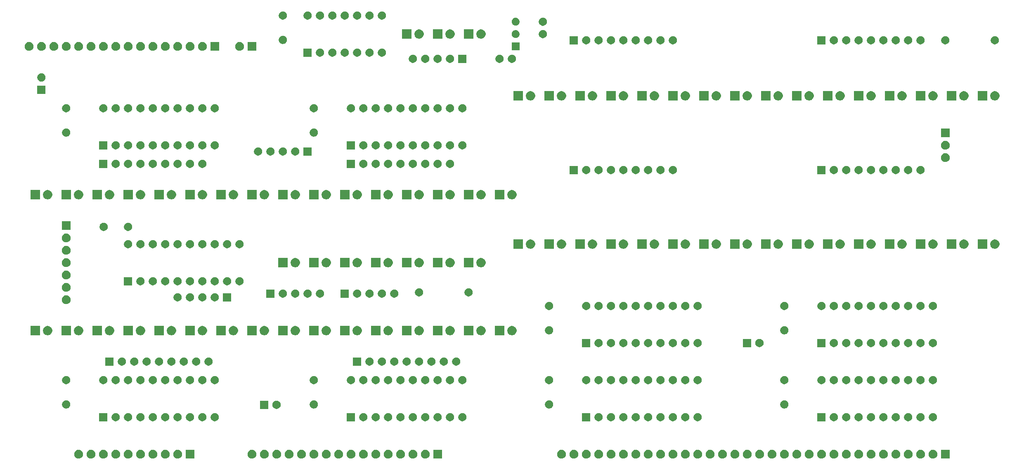
<source format=gts>
G04 #@! TF.GenerationSoftware,KiCad,Pcbnew,(5.1.5)-3*
G04 #@! TF.CreationDate,2022-12-08T21:34:35-08:00*
G04 #@! TF.ProjectId,cpu_status,6370755f-7374-4617-9475-732e6b696361,rev?*
G04 #@! TF.SameCoordinates,Original*
G04 #@! TF.FileFunction,Soldermask,Top*
G04 #@! TF.FilePolarity,Negative*
%FSLAX46Y46*%
G04 Gerber Fmt 4.6, Leading zero omitted, Abs format (unit mm)*
G04 Created by KiCad (PCBNEW (5.1.5)-3) date 2022-12-08 21:34:35*
%MOMM*%
%LPD*%
G04 APERTURE LIST*
%ADD10C,0.100000*%
G04 APERTURE END LIST*
D10*
G36*
X198233512Y-143883927D02*
G01*
X198382812Y-143913624D01*
X198546784Y-143981544D01*
X198694354Y-144080147D01*
X198819853Y-144205646D01*
X198918456Y-144353216D01*
X198986376Y-144517188D01*
X199021000Y-144691259D01*
X199021000Y-144868741D01*
X198986376Y-145042812D01*
X198918456Y-145206784D01*
X198819853Y-145354354D01*
X198694354Y-145479853D01*
X198546784Y-145578456D01*
X198382812Y-145646376D01*
X198233512Y-145676073D01*
X198208742Y-145681000D01*
X198031258Y-145681000D01*
X198006488Y-145676073D01*
X197857188Y-145646376D01*
X197693216Y-145578456D01*
X197545646Y-145479853D01*
X197420147Y-145354354D01*
X197321544Y-145206784D01*
X197253624Y-145042812D01*
X197219000Y-144868741D01*
X197219000Y-144691259D01*
X197253624Y-144517188D01*
X197321544Y-144353216D01*
X197420147Y-144205646D01*
X197545646Y-144080147D01*
X197693216Y-143981544D01*
X197857188Y-143913624D01*
X198006488Y-143883927D01*
X198031258Y-143879000D01*
X198208742Y-143879000D01*
X198233512Y-143883927D01*
G37*
G36*
X195693512Y-143883927D02*
G01*
X195842812Y-143913624D01*
X196006784Y-143981544D01*
X196154354Y-144080147D01*
X196279853Y-144205646D01*
X196378456Y-144353216D01*
X196446376Y-144517188D01*
X196481000Y-144691259D01*
X196481000Y-144868741D01*
X196446376Y-145042812D01*
X196378456Y-145206784D01*
X196279853Y-145354354D01*
X196154354Y-145479853D01*
X196006784Y-145578456D01*
X195842812Y-145646376D01*
X195693512Y-145676073D01*
X195668742Y-145681000D01*
X195491258Y-145681000D01*
X195466488Y-145676073D01*
X195317188Y-145646376D01*
X195153216Y-145578456D01*
X195005646Y-145479853D01*
X194880147Y-145354354D01*
X194781544Y-145206784D01*
X194713624Y-145042812D01*
X194679000Y-144868741D01*
X194679000Y-144691259D01*
X194713624Y-144517188D01*
X194781544Y-144353216D01*
X194880147Y-144205646D01*
X195005646Y-144080147D01*
X195153216Y-143981544D01*
X195317188Y-143913624D01*
X195466488Y-143883927D01*
X195491258Y-143879000D01*
X195668742Y-143879000D01*
X195693512Y-143883927D01*
G37*
G36*
X162673512Y-143883927D02*
G01*
X162822812Y-143913624D01*
X162986784Y-143981544D01*
X163134354Y-144080147D01*
X163259853Y-144205646D01*
X163358456Y-144353216D01*
X163426376Y-144517188D01*
X163461000Y-144691259D01*
X163461000Y-144868741D01*
X163426376Y-145042812D01*
X163358456Y-145206784D01*
X163259853Y-145354354D01*
X163134354Y-145479853D01*
X162986784Y-145578456D01*
X162822812Y-145646376D01*
X162673512Y-145676073D01*
X162648742Y-145681000D01*
X162471258Y-145681000D01*
X162446488Y-145676073D01*
X162297188Y-145646376D01*
X162133216Y-145578456D01*
X161985646Y-145479853D01*
X161860147Y-145354354D01*
X161761544Y-145206784D01*
X161693624Y-145042812D01*
X161659000Y-144868741D01*
X161659000Y-144691259D01*
X161693624Y-144517188D01*
X161761544Y-144353216D01*
X161860147Y-144205646D01*
X161985646Y-144080147D01*
X162133216Y-143981544D01*
X162297188Y-143913624D01*
X162446488Y-143883927D01*
X162471258Y-143879000D01*
X162648742Y-143879000D01*
X162673512Y-143883927D01*
G37*
G36*
X165213512Y-143883927D02*
G01*
X165362812Y-143913624D01*
X165526784Y-143981544D01*
X165674354Y-144080147D01*
X165799853Y-144205646D01*
X165898456Y-144353216D01*
X165966376Y-144517188D01*
X166001000Y-144691259D01*
X166001000Y-144868741D01*
X165966376Y-145042812D01*
X165898456Y-145206784D01*
X165799853Y-145354354D01*
X165674354Y-145479853D01*
X165526784Y-145578456D01*
X165362812Y-145646376D01*
X165213512Y-145676073D01*
X165188742Y-145681000D01*
X165011258Y-145681000D01*
X164986488Y-145676073D01*
X164837188Y-145646376D01*
X164673216Y-145578456D01*
X164525646Y-145479853D01*
X164400147Y-145354354D01*
X164301544Y-145206784D01*
X164233624Y-145042812D01*
X164199000Y-144868741D01*
X164199000Y-144691259D01*
X164233624Y-144517188D01*
X164301544Y-144353216D01*
X164400147Y-144205646D01*
X164525646Y-144080147D01*
X164673216Y-143981544D01*
X164837188Y-143913624D01*
X164986488Y-143883927D01*
X165011258Y-143879000D01*
X165188742Y-143879000D01*
X165213512Y-143883927D01*
G37*
G36*
X167753512Y-143883927D02*
G01*
X167902812Y-143913624D01*
X168066784Y-143981544D01*
X168214354Y-144080147D01*
X168339853Y-144205646D01*
X168438456Y-144353216D01*
X168506376Y-144517188D01*
X168541000Y-144691259D01*
X168541000Y-144868741D01*
X168506376Y-145042812D01*
X168438456Y-145206784D01*
X168339853Y-145354354D01*
X168214354Y-145479853D01*
X168066784Y-145578456D01*
X167902812Y-145646376D01*
X167753512Y-145676073D01*
X167728742Y-145681000D01*
X167551258Y-145681000D01*
X167526488Y-145676073D01*
X167377188Y-145646376D01*
X167213216Y-145578456D01*
X167065646Y-145479853D01*
X166940147Y-145354354D01*
X166841544Y-145206784D01*
X166773624Y-145042812D01*
X166739000Y-144868741D01*
X166739000Y-144691259D01*
X166773624Y-144517188D01*
X166841544Y-144353216D01*
X166940147Y-144205646D01*
X167065646Y-144080147D01*
X167213216Y-143981544D01*
X167377188Y-143913624D01*
X167526488Y-143883927D01*
X167551258Y-143879000D01*
X167728742Y-143879000D01*
X167753512Y-143883927D01*
G37*
G36*
X170293512Y-143883927D02*
G01*
X170442812Y-143913624D01*
X170606784Y-143981544D01*
X170754354Y-144080147D01*
X170879853Y-144205646D01*
X170978456Y-144353216D01*
X171046376Y-144517188D01*
X171081000Y-144691259D01*
X171081000Y-144868741D01*
X171046376Y-145042812D01*
X170978456Y-145206784D01*
X170879853Y-145354354D01*
X170754354Y-145479853D01*
X170606784Y-145578456D01*
X170442812Y-145646376D01*
X170293512Y-145676073D01*
X170268742Y-145681000D01*
X170091258Y-145681000D01*
X170066488Y-145676073D01*
X169917188Y-145646376D01*
X169753216Y-145578456D01*
X169605646Y-145479853D01*
X169480147Y-145354354D01*
X169381544Y-145206784D01*
X169313624Y-145042812D01*
X169279000Y-144868741D01*
X169279000Y-144691259D01*
X169313624Y-144517188D01*
X169381544Y-144353216D01*
X169480147Y-144205646D01*
X169605646Y-144080147D01*
X169753216Y-143981544D01*
X169917188Y-143913624D01*
X170066488Y-143883927D01*
X170091258Y-143879000D01*
X170268742Y-143879000D01*
X170293512Y-143883927D01*
G37*
G36*
X172833512Y-143883927D02*
G01*
X172982812Y-143913624D01*
X173146784Y-143981544D01*
X173294354Y-144080147D01*
X173419853Y-144205646D01*
X173518456Y-144353216D01*
X173586376Y-144517188D01*
X173621000Y-144691259D01*
X173621000Y-144868741D01*
X173586376Y-145042812D01*
X173518456Y-145206784D01*
X173419853Y-145354354D01*
X173294354Y-145479853D01*
X173146784Y-145578456D01*
X172982812Y-145646376D01*
X172833512Y-145676073D01*
X172808742Y-145681000D01*
X172631258Y-145681000D01*
X172606488Y-145676073D01*
X172457188Y-145646376D01*
X172293216Y-145578456D01*
X172145646Y-145479853D01*
X172020147Y-145354354D01*
X171921544Y-145206784D01*
X171853624Y-145042812D01*
X171819000Y-144868741D01*
X171819000Y-144691259D01*
X171853624Y-144517188D01*
X171921544Y-144353216D01*
X172020147Y-144205646D01*
X172145646Y-144080147D01*
X172293216Y-143981544D01*
X172457188Y-143913624D01*
X172606488Y-143883927D01*
X172631258Y-143879000D01*
X172808742Y-143879000D01*
X172833512Y-143883927D01*
G37*
G36*
X175373512Y-143883927D02*
G01*
X175522812Y-143913624D01*
X175686784Y-143981544D01*
X175834354Y-144080147D01*
X175959853Y-144205646D01*
X176058456Y-144353216D01*
X176126376Y-144517188D01*
X176161000Y-144691259D01*
X176161000Y-144868741D01*
X176126376Y-145042812D01*
X176058456Y-145206784D01*
X175959853Y-145354354D01*
X175834354Y-145479853D01*
X175686784Y-145578456D01*
X175522812Y-145646376D01*
X175373512Y-145676073D01*
X175348742Y-145681000D01*
X175171258Y-145681000D01*
X175146488Y-145676073D01*
X174997188Y-145646376D01*
X174833216Y-145578456D01*
X174685646Y-145479853D01*
X174560147Y-145354354D01*
X174461544Y-145206784D01*
X174393624Y-145042812D01*
X174359000Y-144868741D01*
X174359000Y-144691259D01*
X174393624Y-144517188D01*
X174461544Y-144353216D01*
X174560147Y-144205646D01*
X174685646Y-144080147D01*
X174833216Y-143981544D01*
X174997188Y-143913624D01*
X175146488Y-143883927D01*
X175171258Y-143879000D01*
X175348742Y-143879000D01*
X175373512Y-143883927D01*
G37*
G36*
X177913512Y-143883927D02*
G01*
X178062812Y-143913624D01*
X178226784Y-143981544D01*
X178374354Y-144080147D01*
X178499853Y-144205646D01*
X178598456Y-144353216D01*
X178666376Y-144517188D01*
X178701000Y-144691259D01*
X178701000Y-144868741D01*
X178666376Y-145042812D01*
X178598456Y-145206784D01*
X178499853Y-145354354D01*
X178374354Y-145479853D01*
X178226784Y-145578456D01*
X178062812Y-145646376D01*
X177913512Y-145676073D01*
X177888742Y-145681000D01*
X177711258Y-145681000D01*
X177686488Y-145676073D01*
X177537188Y-145646376D01*
X177373216Y-145578456D01*
X177225646Y-145479853D01*
X177100147Y-145354354D01*
X177001544Y-145206784D01*
X176933624Y-145042812D01*
X176899000Y-144868741D01*
X176899000Y-144691259D01*
X176933624Y-144517188D01*
X177001544Y-144353216D01*
X177100147Y-144205646D01*
X177225646Y-144080147D01*
X177373216Y-143981544D01*
X177537188Y-143913624D01*
X177686488Y-143883927D01*
X177711258Y-143879000D01*
X177888742Y-143879000D01*
X177913512Y-143883927D01*
G37*
G36*
X180453512Y-143883927D02*
G01*
X180602812Y-143913624D01*
X180766784Y-143981544D01*
X180914354Y-144080147D01*
X181039853Y-144205646D01*
X181138456Y-144353216D01*
X181206376Y-144517188D01*
X181241000Y-144691259D01*
X181241000Y-144868741D01*
X181206376Y-145042812D01*
X181138456Y-145206784D01*
X181039853Y-145354354D01*
X180914354Y-145479853D01*
X180766784Y-145578456D01*
X180602812Y-145646376D01*
X180453512Y-145676073D01*
X180428742Y-145681000D01*
X180251258Y-145681000D01*
X180226488Y-145676073D01*
X180077188Y-145646376D01*
X179913216Y-145578456D01*
X179765646Y-145479853D01*
X179640147Y-145354354D01*
X179541544Y-145206784D01*
X179473624Y-145042812D01*
X179439000Y-144868741D01*
X179439000Y-144691259D01*
X179473624Y-144517188D01*
X179541544Y-144353216D01*
X179640147Y-144205646D01*
X179765646Y-144080147D01*
X179913216Y-143981544D01*
X180077188Y-143913624D01*
X180226488Y-143883927D01*
X180251258Y-143879000D01*
X180428742Y-143879000D01*
X180453512Y-143883927D01*
G37*
G36*
X182993512Y-143883927D02*
G01*
X183142812Y-143913624D01*
X183306784Y-143981544D01*
X183454354Y-144080147D01*
X183579853Y-144205646D01*
X183678456Y-144353216D01*
X183746376Y-144517188D01*
X183781000Y-144691259D01*
X183781000Y-144868741D01*
X183746376Y-145042812D01*
X183678456Y-145206784D01*
X183579853Y-145354354D01*
X183454354Y-145479853D01*
X183306784Y-145578456D01*
X183142812Y-145646376D01*
X182993512Y-145676073D01*
X182968742Y-145681000D01*
X182791258Y-145681000D01*
X182766488Y-145676073D01*
X182617188Y-145646376D01*
X182453216Y-145578456D01*
X182305646Y-145479853D01*
X182180147Y-145354354D01*
X182081544Y-145206784D01*
X182013624Y-145042812D01*
X181979000Y-144868741D01*
X181979000Y-144691259D01*
X182013624Y-144517188D01*
X182081544Y-144353216D01*
X182180147Y-144205646D01*
X182305646Y-144080147D01*
X182453216Y-143981544D01*
X182617188Y-143913624D01*
X182766488Y-143883927D01*
X182791258Y-143879000D01*
X182968742Y-143879000D01*
X182993512Y-143883927D01*
G37*
G36*
X185533512Y-143883927D02*
G01*
X185682812Y-143913624D01*
X185846784Y-143981544D01*
X185994354Y-144080147D01*
X186119853Y-144205646D01*
X186218456Y-144353216D01*
X186286376Y-144517188D01*
X186321000Y-144691259D01*
X186321000Y-144868741D01*
X186286376Y-145042812D01*
X186218456Y-145206784D01*
X186119853Y-145354354D01*
X185994354Y-145479853D01*
X185846784Y-145578456D01*
X185682812Y-145646376D01*
X185533512Y-145676073D01*
X185508742Y-145681000D01*
X185331258Y-145681000D01*
X185306488Y-145676073D01*
X185157188Y-145646376D01*
X184993216Y-145578456D01*
X184845646Y-145479853D01*
X184720147Y-145354354D01*
X184621544Y-145206784D01*
X184553624Y-145042812D01*
X184519000Y-144868741D01*
X184519000Y-144691259D01*
X184553624Y-144517188D01*
X184621544Y-144353216D01*
X184720147Y-144205646D01*
X184845646Y-144080147D01*
X184993216Y-143981544D01*
X185157188Y-143913624D01*
X185306488Y-143883927D01*
X185331258Y-143879000D01*
X185508742Y-143879000D01*
X185533512Y-143883927D01*
G37*
G36*
X188073512Y-143883927D02*
G01*
X188222812Y-143913624D01*
X188386784Y-143981544D01*
X188534354Y-144080147D01*
X188659853Y-144205646D01*
X188758456Y-144353216D01*
X188826376Y-144517188D01*
X188861000Y-144691259D01*
X188861000Y-144868741D01*
X188826376Y-145042812D01*
X188758456Y-145206784D01*
X188659853Y-145354354D01*
X188534354Y-145479853D01*
X188386784Y-145578456D01*
X188222812Y-145646376D01*
X188073512Y-145676073D01*
X188048742Y-145681000D01*
X187871258Y-145681000D01*
X187846488Y-145676073D01*
X187697188Y-145646376D01*
X187533216Y-145578456D01*
X187385646Y-145479853D01*
X187260147Y-145354354D01*
X187161544Y-145206784D01*
X187093624Y-145042812D01*
X187059000Y-144868741D01*
X187059000Y-144691259D01*
X187093624Y-144517188D01*
X187161544Y-144353216D01*
X187260147Y-144205646D01*
X187385646Y-144080147D01*
X187533216Y-143981544D01*
X187697188Y-143913624D01*
X187846488Y-143883927D01*
X187871258Y-143879000D01*
X188048742Y-143879000D01*
X188073512Y-143883927D01*
G37*
G36*
X190613512Y-143883927D02*
G01*
X190762812Y-143913624D01*
X190926784Y-143981544D01*
X191074354Y-144080147D01*
X191199853Y-144205646D01*
X191298456Y-144353216D01*
X191366376Y-144517188D01*
X191401000Y-144691259D01*
X191401000Y-144868741D01*
X191366376Y-145042812D01*
X191298456Y-145206784D01*
X191199853Y-145354354D01*
X191074354Y-145479853D01*
X190926784Y-145578456D01*
X190762812Y-145646376D01*
X190613512Y-145676073D01*
X190588742Y-145681000D01*
X190411258Y-145681000D01*
X190386488Y-145676073D01*
X190237188Y-145646376D01*
X190073216Y-145578456D01*
X189925646Y-145479853D01*
X189800147Y-145354354D01*
X189701544Y-145206784D01*
X189633624Y-145042812D01*
X189599000Y-144868741D01*
X189599000Y-144691259D01*
X189633624Y-144517188D01*
X189701544Y-144353216D01*
X189800147Y-144205646D01*
X189925646Y-144080147D01*
X190073216Y-143981544D01*
X190237188Y-143913624D01*
X190386488Y-143883927D01*
X190411258Y-143879000D01*
X190588742Y-143879000D01*
X190613512Y-143883927D01*
G37*
G36*
X193153512Y-143883927D02*
G01*
X193302812Y-143913624D01*
X193466784Y-143981544D01*
X193614354Y-144080147D01*
X193739853Y-144205646D01*
X193838456Y-144353216D01*
X193906376Y-144517188D01*
X193941000Y-144691259D01*
X193941000Y-144868741D01*
X193906376Y-145042812D01*
X193838456Y-145206784D01*
X193739853Y-145354354D01*
X193614354Y-145479853D01*
X193466784Y-145578456D01*
X193302812Y-145646376D01*
X193153512Y-145676073D01*
X193128742Y-145681000D01*
X192951258Y-145681000D01*
X192926488Y-145676073D01*
X192777188Y-145646376D01*
X192613216Y-145578456D01*
X192465646Y-145479853D01*
X192340147Y-145354354D01*
X192241544Y-145206784D01*
X192173624Y-145042812D01*
X192139000Y-144868741D01*
X192139000Y-144691259D01*
X192173624Y-144517188D01*
X192241544Y-144353216D01*
X192340147Y-144205646D01*
X192465646Y-144080147D01*
X192613216Y-143981544D01*
X192777188Y-143913624D01*
X192926488Y-143883927D01*
X192951258Y-143879000D01*
X193128742Y-143879000D01*
X193153512Y-143883927D01*
G37*
G36*
X236333512Y-143883927D02*
G01*
X236482812Y-143913624D01*
X236646784Y-143981544D01*
X236794354Y-144080147D01*
X236919853Y-144205646D01*
X237018456Y-144353216D01*
X237086376Y-144517188D01*
X237121000Y-144691259D01*
X237121000Y-144868741D01*
X237086376Y-145042812D01*
X237018456Y-145206784D01*
X236919853Y-145354354D01*
X236794354Y-145479853D01*
X236646784Y-145578456D01*
X236482812Y-145646376D01*
X236333512Y-145676073D01*
X236308742Y-145681000D01*
X236131258Y-145681000D01*
X236106488Y-145676073D01*
X235957188Y-145646376D01*
X235793216Y-145578456D01*
X235645646Y-145479853D01*
X235520147Y-145354354D01*
X235421544Y-145206784D01*
X235353624Y-145042812D01*
X235319000Y-144868741D01*
X235319000Y-144691259D01*
X235353624Y-144517188D01*
X235421544Y-144353216D01*
X235520147Y-144205646D01*
X235645646Y-144080147D01*
X235793216Y-143981544D01*
X235957188Y-143913624D01*
X236106488Y-143883927D01*
X236131258Y-143879000D01*
X236308742Y-143879000D01*
X236333512Y-143883927D01*
G37*
G36*
X200773512Y-143883927D02*
G01*
X200922812Y-143913624D01*
X201086784Y-143981544D01*
X201234354Y-144080147D01*
X201359853Y-144205646D01*
X201458456Y-144353216D01*
X201526376Y-144517188D01*
X201561000Y-144691259D01*
X201561000Y-144868741D01*
X201526376Y-145042812D01*
X201458456Y-145206784D01*
X201359853Y-145354354D01*
X201234354Y-145479853D01*
X201086784Y-145578456D01*
X200922812Y-145646376D01*
X200773512Y-145676073D01*
X200748742Y-145681000D01*
X200571258Y-145681000D01*
X200546488Y-145676073D01*
X200397188Y-145646376D01*
X200233216Y-145578456D01*
X200085646Y-145479853D01*
X199960147Y-145354354D01*
X199861544Y-145206784D01*
X199793624Y-145042812D01*
X199759000Y-144868741D01*
X199759000Y-144691259D01*
X199793624Y-144517188D01*
X199861544Y-144353216D01*
X199960147Y-144205646D01*
X200085646Y-144080147D01*
X200233216Y-143981544D01*
X200397188Y-143913624D01*
X200546488Y-143883927D01*
X200571258Y-143879000D01*
X200748742Y-143879000D01*
X200773512Y-143883927D01*
G37*
G36*
X203313512Y-143883927D02*
G01*
X203462812Y-143913624D01*
X203626784Y-143981544D01*
X203774354Y-144080147D01*
X203899853Y-144205646D01*
X203998456Y-144353216D01*
X204066376Y-144517188D01*
X204101000Y-144691259D01*
X204101000Y-144868741D01*
X204066376Y-145042812D01*
X203998456Y-145206784D01*
X203899853Y-145354354D01*
X203774354Y-145479853D01*
X203626784Y-145578456D01*
X203462812Y-145646376D01*
X203313512Y-145676073D01*
X203288742Y-145681000D01*
X203111258Y-145681000D01*
X203086488Y-145676073D01*
X202937188Y-145646376D01*
X202773216Y-145578456D01*
X202625646Y-145479853D01*
X202500147Y-145354354D01*
X202401544Y-145206784D01*
X202333624Y-145042812D01*
X202299000Y-144868741D01*
X202299000Y-144691259D01*
X202333624Y-144517188D01*
X202401544Y-144353216D01*
X202500147Y-144205646D01*
X202625646Y-144080147D01*
X202773216Y-143981544D01*
X202937188Y-143913624D01*
X203086488Y-143883927D01*
X203111258Y-143879000D01*
X203288742Y-143879000D01*
X203313512Y-143883927D01*
G37*
G36*
X205853512Y-143883927D02*
G01*
X206002812Y-143913624D01*
X206166784Y-143981544D01*
X206314354Y-144080147D01*
X206439853Y-144205646D01*
X206538456Y-144353216D01*
X206606376Y-144517188D01*
X206641000Y-144691259D01*
X206641000Y-144868741D01*
X206606376Y-145042812D01*
X206538456Y-145206784D01*
X206439853Y-145354354D01*
X206314354Y-145479853D01*
X206166784Y-145578456D01*
X206002812Y-145646376D01*
X205853512Y-145676073D01*
X205828742Y-145681000D01*
X205651258Y-145681000D01*
X205626488Y-145676073D01*
X205477188Y-145646376D01*
X205313216Y-145578456D01*
X205165646Y-145479853D01*
X205040147Y-145354354D01*
X204941544Y-145206784D01*
X204873624Y-145042812D01*
X204839000Y-144868741D01*
X204839000Y-144691259D01*
X204873624Y-144517188D01*
X204941544Y-144353216D01*
X205040147Y-144205646D01*
X205165646Y-144080147D01*
X205313216Y-143981544D01*
X205477188Y-143913624D01*
X205626488Y-143883927D01*
X205651258Y-143879000D01*
X205828742Y-143879000D01*
X205853512Y-143883927D01*
G37*
G36*
X208393512Y-143883927D02*
G01*
X208542812Y-143913624D01*
X208706784Y-143981544D01*
X208854354Y-144080147D01*
X208979853Y-144205646D01*
X209078456Y-144353216D01*
X209146376Y-144517188D01*
X209181000Y-144691259D01*
X209181000Y-144868741D01*
X209146376Y-145042812D01*
X209078456Y-145206784D01*
X208979853Y-145354354D01*
X208854354Y-145479853D01*
X208706784Y-145578456D01*
X208542812Y-145646376D01*
X208393512Y-145676073D01*
X208368742Y-145681000D01*
X208191258Y-145681000D01*
X208166488Y-145676073D01*
X208017188Y-145646376D01*
X207853216Y-145578456D01*
X207705646Y-145479853D01*
X207580147Y-145354354D01*
X207481544Y-145206784D01*
X207413624Y-145042812D01*
X207379000Y-144868741D01*
X207379000Y-144691259D01*
X207413624Y-144517188D01*
X207481544Y-144353216D01*
X207580147Y-144205646D01*
X207705646Y-144080147D01*
X207853216Y-143981544D01*
X208017188Y-143913624D01*
X208166488Y-143883927D01*
X208191258Y-143879000D01*
X208368742Y-143879000D01*
X208393512Y-143883927D01*
G37*
G36*
X210933512Y-143883927D02*
G01*
X211082812Y-143913624D01*
X211246784Y-143981544D01*
X211394354Y-144080147D01*
X211519853Y-144205646D01*
X211618456Y-144353216D01*
X211686376Y-144517188D01*
X211721000Y-144691259D01*
X211721000Y-144868741D01*
X211686376Y-145042812D01*
X211618456Y-145206784D01*
X211519853Y-145354354D01*
X211394354Y-145479853D01*
X211246784Y-145578456D01*
X211082812Y-145646376D01*
X210933512Y-145676073D01*
X210908742Y-145681000D01*
X210731258Y-145681000D01*
X210706488Y-145676073D01*
X210557188Y-145646376D01*
X210393216Y-145578456D01*
X210245646Y-145479853D01*
X210120147Y-145354354D01*
X210021544Y-145206784D01*
X209953624Y-145042812D01*
X209919000Y-144868741D01*
X209919000Y-144691259D01*
X209953624Y-144517188D01*
X210021544Y-144353216D01*
X210120147Y-144205646D01*
X210245646Y-144080147D01*
X210393216Y-143981544D01*
X210557188Y-143913624D01*
X210706488Y-143883927D01*
X210731258Y-143879000D01*
X210908742Y-143879000D01*
X210933512Y-143883927D01*
G37*
G36*
X213473512Y-143883927D02*
G01*
X213622812Y-143913624D01*
X213786784Y-143981544D01*
X213934354Y-144080147D01*
X214059853Y-144205646D01*
X214158456Y-144353216D01*
X214226376Y-144517188D01*
X214261000Y-144691259D01*
X214261000Y-144868741D01*
X214226376Y-145042812D01*
X214158456Y-145206784D01*
X214059853Y-145354354D01*
X213934354Y-145479853D01*
X213786784Y-145578456D01*
X213622812Y-145646376D01*
X213473512Y-145676073D01*
X213448742Y-145681000D01*
X213271258Y-145681000D01*
X213246488Y-145676073D01*
X213097188Y-145646376D01*
X212933216Y-145578456D01*
X212785646Y-145479853D01*
X212660147Y-145354354D01*
X212561544Y-145206784D01*
X212493624Y-145042812D01*
X212459000Y-144868741D01*
X212459000Y-144691259D01*
X212493624Y-144517188D01*
X212561544Y-144353216D01*
X212660147Y-144205646D01*
X212785646Y-144080147D01*
X212933216Y-143981544D01*
X213097188Y-143913624D01*
X213246488Y-143883927D01*
X213271258Y-143879000D01*
X213448742Y-143879000D01*
X213473512Y-143883927D01*
G37*
G36*
X216013512Y-143883927D02*
G01*
X216162812Y-143913624D01*
X216326784Y-143981544D01*
X216474354Y-144080147D01*
X216599853Y-144205646D01*
X216698456Y-144353216D01*
X216766376Y-144517188D01*
X216801000Y-144691259D01*
X216801000Y-144868741D01*
X216766376Y-145042812D01*
X216698456Y-145206784D01*
X216599853Y-145354354D01*
X216474354Y-145479853D01*
X216326784Y-145578456D01*
X216162812Y-145646376D01*
X216013512Y-145676073D01*
X215988742Y-145681000D01*
X215811258Y-145681000D01*
X215786488Y-145676073D01*
X215637188Y-145646376D01*
X215473216Y-145578456D01*
X215325646Y-145479853D01*
X215200147Y-145354354D01*
X215101544Y-145206784D01*
X215033624Y-145042812D01*
X214999000Y-144868741D01*
X214999000Y-144691259D01*
X215033624Y-144517188D01*
X215101544Y-144353216D01*
X215200147Y-144205646D01*
X215325646Y-144080147D01*
X215473216Y-143981544D01*
X215637188Y-143913624D01*
X215786488Y-143883927D01*
X215811258Y-143879000D01*
X215988742Y-143879000D01*
X216013512Y-143883927D01*
G37*
G36*
X218553512Y-143883927D02*
G01*
X218702812Y-143913624D01*
X218866784Y-143981544D01*
X219014354Y-144080147D01*
X219139853Y-144205646D01*
X219238456Y-144353216D01*
X219306376Y-144517188D01*
X219341000Y-144691259D01*
X219341000Y-144868741D01*
X219306376Y-145042812D01*
X219238456Y-145206784D01*
X219139853Y-145354354D01*
X219014354Y-145479853D01*
X218866784Y-145578456D01*
X218702812Y-145646376D01*
X218553512Y-145676073D01*
X218528742Y-145681000D01*
X218351258Y-145681000D01*
X218326488Y-145676073D01*
X218177188Y-145646376D01*
X218013216Y-145578456D01*
X217865646Y-145479853D01*
X217740147Y-145354354D01*
X217641544Y-145206784D01*
X217573624Y-145042812D01*
X217539000Y-144868741D01*
X217539000Y-144691259D01*
X217573624Y-144517188D01*
X217641544Y-144353216D01*
X217740147Y-144205646D01*
X217865646Y-144080147D01*
X218013216Y-143981544D01*
X218177188Y-143913624D01*
X218326488Y-143883927D01*
X218351258Y-143879000D01*
X218528742Y-143879000D01*
X218553512Y-143883927D01*
G37*
G36*
X221093512Y-143883927D02*
G01*
X221242812Y-143913624D01*
X221406784Y-143981544D01*
X221554354Y-144080147D01*
X221679853Y-144205646D01*
X221778456Y-144353216D01*
X221846376Y-144517188D01*
X221881000Y-144691259D01*
X221881000Y-144868741D01*
X221846376Y-145042812D01*
X221778456Y-145206784D01*
X221679853Y-145354354D01*
X221554354Y-145479853D01*
X221406784Y-145578456D01*
X221242812Y-145646376D01*
X221093512Y-145676073D01*
X221068742Y-145681000D01*
X220891258Y-145681000D01*
X220866488Y-145676073D01*
X220717188Y-145646376D01*
X220553216Y-145578456D01*
X220405646Y-145479853D01*
X220280147Y-145354354D01*
X220181544Y-145206784D01*
X220113624Y-145042812D01*
X220079000Y-144868741D01*
X220079000Y-144691259D01*
X220113624Y-144517188D01*
X220181544Y-144353216D01*
X220280147Y-144205646D01*
X220405646Y-144080147D01*
X220553216Y-143981544D01*
X220717188Y-143913624D01*
X220866488Y-143883927D01*
X220891258Y-143879000D01*
X221068742Y-143879000D01*
X221093512Y-143883927D01*
G37*
G36*
X223633512Y-143883927D02*
G01*
X223782812Y-143913624D01*
X223946784Y-143981544D01*
X224094354Y-144080147D01*
X224219853Y-144205646D01*
X224318456Y-144353216D01*
X224386376Y-144517188D01*
X224421000Y-144691259D01*
X224421000Y-144868741D01*
X224386376Y-145042812D01*
X224318456Y-145206784D01*
X224219853Y-145354354D01*
X224094354Y-145479853D01*
X223946784Y-145578456D01*
X223782812Y-145646376D01*
X223633512Y-145676073D01*
X223608742Y-145681000D01*
X223431258Y-145681000D01*
X223406488Y-145676073D01*
X223257188Y-145646376D01*
X223093216Y-145578456D01*
X222945646Y-145479853D01*
X222820147Y-145354354D01*
X222721544Y-145206784D01*
X222653624Y-145042812D01*
X222619000Y-144868741D01*
X222619000Y-144691259D01*
X222653624Y-144517188D01*
X222721544Y-144353216D01*
X222820147Y-144205646D01*
X222945646Y-144080147D01*
X223093216Y-143981544D01*
X223257188Y-143913624D01*
X223406488Y-143883927D01*
X223431258Y-143879000D01*
X223608742Y-143879000D01*
X223633512Y-143883927D01*
G37*
G36*
X226173512Y-143883927D02*
G01*
X226322812Y-143913624D01*
X226486784Y-143981544D01*
X226634354Y-144080147D01*
X226759853Y-144205646D01*
X226858456Y-144353216D01*
X226926376Y-144517188D01*
X226961000Y-144691259D01*
X226961000Y-144868741D01*
X226926376Y-145042812D01*
X226858456Y-145206784D01*
X226759853Y-145354354D01*
X226634354Y-145479853D01*
X226486784Y-145578456D01*
X226322812Y-145646376D01*
X226173512Y-145676073D01*
X226148742Y-145681000D01*
X225971258Y-145681000D01*
X225946488Y-145676073D01*
X225797188Y-145646376D01*
X225633216Y-145578456D01*
X225485646Y-145479853D01*
X225360147Y-145354354D01*
X225261544Y-145206784D01*
X225193624Y-145042812D01*
X225159000Y-144868741D01*
X225159000Y-144691259D01*
X225193624Y-144517188D01*
X225261544Y-144353216D01*
X225360147Y-144205646D01*
X225485646Y-144080147D01*
X225633216Y-143981544D01*
X225797188Y-143913624D01*
X225946488Y-143883927D01*
X225971258Y-143879000D01*
X226148742Y-143879000D01*
X226173512Y-143883927D01*
G37*
G36*
X228713512Y-143883927D02*
G01*
X228862812Y-143913624D01*
X229026784Y-143981544D01*
X229174354Y-144080147D01*
X229299853Y-144205646D01*
X229398456Y-144353216D01*
X229466376Y-144517188D01*
X229501000Y-144691259D01*
X229501000Y-144868741D01*
X229466376Y-145042812D01*
X229398456Y-145206784D01*
X229299853Y-145354354D01*
X229174354Y-145479853D01*
X229026784Y-145578456D01*
X228862812Y-145646376D01*
X228713512Y-145676073D01*
X228688742Y-145681000D01*
X228511258Y-145681000D01*
X228486488Y-145676073D01*
X228337188Y-145646376D01*
X228173216Y-145578456D01*
X228025646Y-145479853D01*
X227900147Y-145354354D01*
X227801544Y-145206784D01*
X227733624Y-145042812D01*
X227699000Y-144868741D01*
X227699000Y-144691259D01*
X227733624Y-144517188D01*
X227801544Y-144353216D01*
X227900147Y-144205646D01*
X228025646Y-144080147D01*
X228173216Y-143981544D01*
X228337188Y-143913624D01*
X228486488Y-143883927D01*
X228511258Y-143879000D01*
X228688742Y-143879000D01*
X228713512Y-143883927D01*
G37*
G36*
X231253512Y-143883927D02*
G01*
X231402812Y-143913624D01*
X231566784Y-143981544D01*
X231714354Y-144080147D01*
X231839853Y-144205646D01*
X231938456Y-144353216D01*
X232006376Y-144517188D01*
X232041000Y-144691259D01*
X232041000Y-144868741D01*
X232006376Y-145042812D01*
X231938456Y-145206784D01*
X231839853Y-145354354D01*
X231714354Y-145479853D01*
X231566784Y-145578456D01*
X231402812Y-145646376D01*
X231253512Y-145676073D01*
X231228742Y-145681000D01*
X231051258Y-145681000D01*
X231026488Y-145676073D01*
X230877188Y-145646376D01*
X230713216Y-145578456D01*
X230565646Y-145479853D01*
X230440147Y-145354354D01*
X230341544Y-145206784D01*
X230273624Y-145042812D01*
X230239000Y-144868741D01*
X230239000Y-144691259D01*
X230273624Y-144517188D01*
X230341544Y-144353216D01*
X230440147Y-144205646D01*
X230565646Y-144080147D01*
X230713216Y-143981544D01*
X230877188Y-143913624D01*
X231026488Y-143883927D01*
X231051258Y-143879000D01*
X231228742Y-143879000D01*
X231253512Y-143883927D01*
G37*
G36*
X109333512Y-143883927D02*
G01*
X109482812Y-143913624D01*
X109646784Y-143981544D01*
X109794354Y-144080147D01*
X109919853Y-144205646D01*
X110018456Y-144353216D01*
X110086376Y-144517188D01*
X110121000Y-144691259D01*
X110121000Y-144868741D01*
X110086376Y-145042812D01*
X110018456Y-145206784D01*
X109919853Y-145354354D01*
X109794354Y-145479853D01*
X109646784Y-145578456D01*
X109482812Y-145646376D01*
X109333512Y-145676073D01*
X109308742Y-145681000D01*
X109131258Y-145681000D01*
X109106488Y-145676073D01*
X108957188Y-145646376D01*
X108793216Y-145578456D01*
X108645646Y-145479853D01*
X108520147Y-145354354D01*
X108421544Y-145206784D01*
X108353624Y-145042812D01*
X108319000Y-144868741D01*
X108319000Y-144691259D01*
X108353624Y-144517188D01*
X108421544Y-144353216D01*
X108520147Y-144205646D01*
X108645646Y-144080147D01*
X108793216Y-143981544D01*
X108957188Y-143913624D01*
X109106488Y-143883927D01*
X109131258Y-143879000D01*
X109308742Y-143879000D01*
X109333512Y-143883927D01*
G37*
G36*
X66153512Y-143883927D02*
G01*
X66302812Y-143913624D01*
X66466784Y-143981544D01*
X66614354Y-144080147D01*
X66739853Y-144205646D01*
X66838456Y-144353216D01*
X66906376Y-144517188D01*
X66941000Y-144691259D01*
X66941000Y-144868741D01*
X66906376Y-145042812D01*
X66838456Y-145206784D01*
X66739853Y-145354354D01*
X66614354Y-145479853D01*
X66466784Y-145578456D01*
X66302812Y-145646376D01*
X66153512Y-145676073D01*
X66128742Y-145681000D01*
X65951258Y-145681000D01*
X65926488Y-145676073D01*
X65777188Y-145646376D01*
X65613216Y-145578456D01*
X65465646Y-145479853D01*
X65340147Y-145354354D01*
X65241544Y-145206784D01*
X65173624Y-145042812D01*
X65139000Y-144868741D01*
X65139000Y-144691259D01*
X65173624Y-144517188D01*
X65241544Y-144353216D01*
X65340147Y-144205646D01*
X65465646Y-144080147D01*
X65613216Y-143981544D01*
X65777188Y-143913624D01*
X65926488Y-143883927D01*
X65951258Y-143879000D01*
X66128742Y-143879000D01*
X66153512Y-143883927D01*
G37*
G36*
X63613512Y-143883927D02*
G01*
X63762812Y-143913624D01*
X63926784Y-143981544D01*
X64074354Y-144080147D01*
X64199853Y-144205646D01*
X64298456Y-144353216D01*
X64366376Y-144517188D01*
X64401000Y-144691259D01*
X64401000Y-144868741D01*
X64366376Y-145042812D01*
X64298456Y-145206784D01*
X64199853Y-145354354D01*
X64074354Y-145479853D01*
X63926784Y-145578456D01*
X63762812Y-145646376D01*
X63613512Y-145676073D01*
X63588742Y-145681000D01*
X63411258Y-145681000D01*
X63386488Y-145676073D01*
X63237188Y-145646376D01*
X63073216Y-145578456D01*
X62925646Y-145479853D01*
X62800147Y-145354354D01*
X62701544Y-145206784D01*
X62633624Y-145042812D01*
X62599000Y-144868741D01*
X62599000Y-144691259D01*
X62633624Y-144517188D01*
X62701544Y-144353216D01*
X62800147Y-144205646D01*
X62925646Y-144080147D01*
X63073216Y-143981544D01*
X63237188Y-143913624D01*
X63386488Y-143883927D01*
X63411258Y-143879000D01*
X63588742Y-143879000D01*
X63613512Y-143883927D01*
G37*
G36*
X238873512Y-143883927D02*
G01*
X239022812Y-143913624D01*
X239186784Y-143981544D01*
X239334354Y-144080147D01*
X239459853Y-144205646D01*
X239558456Y-144353216D01*
X239626376Y-144517188D01*
X239661000Y-144691259D01*
X239661000Y-144868741D01*
X239626376Y-145042812D01*
X239558456Y-145206784D01*
X239459853Y-145354354D01*
X239334354Y-145479853D01*
X239186784Y-145578456D01*
X239022812Y-145646376D01*
X238873512Y-145676073D01*
X238848742Y-145681000D01*
X238671258Y-145681000D01*
X238646488Y-145676073D01*
X238497188Y-145646376D01*
X238333216Y-145578456D01*
X238185646Y-145479853D01*
X238060147Y-145354354D01*
X237961544Y-145206784D01*
X237893624Y-145042812D01*
X237859000Y-144868741D01*
X237859000Y-144691259D01*
X237893624Y-144517188D01*
X237961544Y-144353216D01*
X238060147Y-144205646D01*
X238185646Y-144080147D01*
X238333216Y-143981544D01*
X238497188Y-143913624D01*
X238646488Y-143883927D01*
X238671258Y-143879000D01*
X238848742Y-143879000D01*
X238873512Y-143883927D01*
G37*
G36*
X242201000Y-145681000D02*
G01*
X240399000Y-145681000D01*
X240399000Y-143879000D01*
X242201000Y-143879000D01*
X242201000Y-145681000D01*
G37*
G36*
X138061000Y-145681000D02*
G01*
X136259000Y-145681000D01*
X136259000Y-143879000D01*
X138061000Y-143879000D01*
X138061000Y-145681000D01*
G37*
G36*
X134733512Y-143883927D02*
G01*
X134882812Y-143913624D01*
X135046784Y-143981544D01*
X135194354Y-144080147D01*
X135319853Y-144205646D01*
X135418456Y-144353216D01*
X135486376Y-144517188D01*
X135521000Y-144691259D01*
X135521000Y-144868741D01*
X135486376Y-145042812D01*
X135418456Y-145206784D01*
X135319853Y-145354354D01*
X135194354Y-145479853D01*
X135046784Y-145578456D01*
X134882812Y-145646376D01*
X134733512Y-145676073D01*
X134708742Y-145681000D01*
X134531258Y-145681000D01*
X134506488Y-145676073D01*
X134357188Y-145646376D01*
X134193216Y-145578456D01*
X134045646Y-145479853D01*
X133920147Y-145354354D01*
X133821544Y-145206784D01*
X133753624Y-145042812D01*
X133719000Y-144868741D01*
X133719000Y-144691259D01*
X133753624Y-144517188D01*
X133821544Y-144353216D01*
X133920147Y-144205646D01*
X134045646Y-144080147D01*
X134193216Y-143981544D01*
X134357188Y-143913624D01*
X134506488Y-143883927D01*
X134531258Y-143879000D01*
X134708742Y-143879000D01*
X134733512Y-143883927D01*
G37*
G36*
X132193512Y-143883927D02*
G01*
X132342812Y-143913624D01*
X132506784Y-143981544D01*
X132654354Y-144080147D01*
X132779853Y-144205646D01*
X132878456Y-144353216D01*
X132946376Y-144517188D01*
X132981000Y-144691259D01*
X132981000Y-144868741D01*
X132946376Y-145042812D01*
X132878456Y-145206784D01*
X132779853Y-145354354D01*
X132654354Y-145479853D01*
X132506784Y-145578456D01*
X132342812Y-145646376D01*
X132193512Y-145676073D01*
X132168742Y-145681000D01*
X131991258Y-145681000D01*
X131966488Y-145676073D01*
X131817188Y-145646376D01*
X131653216Y-145578456D01*
X131505646Y-145479853D01*
X131380147Y-145354354D01*
X131281544Y-145206784D01*
X131213624Y-145042812D01*
X131179000Y-144868741D01*
X131179000Y-144691259D01*
X131213624Y-144517188D01*
X131281544Y-144353216D01*
X131380147Y-144205646D01*
X131505646Y-144080147D01*
X131653216Y-143981544D01*
X131817188Y-143913624D01*
X131966488Y-143883927D01*
X131991258Y-143879000D01*
X132168742Y-143879000D01*
X132193512Y-143883927D01*
G37*
G36*
X129653512Y-143883927D02*
G01*
X129802812Y-143913624D01*
X129966784Y-143981544D01*
X130114354Y-144080147D01*
X130239853Y-144205646D01*
X130338456Y-144353216D01*
X130406376Y-144517188D01*
X130441000Y-144691259D01*
X130441000Y-144868741D01*
X130406376Y-145042812D01*
X130338456Y-145206784D01*
X130239853Y-145354354D01*
X130114354Y-145479853D01*
X129966784Y-145578456D01*
X129802812Y-145646376D01*
X129653512Y-145676073D01*
X129628742Y-145681000D01*
X129451258Y-145681000D01*
X129426488Y-145676073D01*
X129277188Y-145646376D01*
X129113216Y-145578456D01*
X128965646Y-145479853D01*
X128840147Y-145354354D01*
X128741544Y-145206784D01*
X128673624Y-145042812D01*
X128639000Y-144868741D01*
X128639000Y-144691259D01*
X128673624Y-144517188D01*
X128741544Y-144353216D01*
X128840147Y-144205646D01*
X128965646Y-144080147D01*
X129113216Y-143981544D01*
X129277188Y-143913624D01*
X129426488Y-143883927D01*
X129451258Y-143879000D01*
X129628742Y-143879000D01*
X129653512Y-143883927D01*
G37*
G36*
X127113512Y-143883927D02*
G01*
X127262812Y-143913624D01*
X127426784Y-143981544D01*
X127574354Y-144080147D01*
X127699853Y-144205646D01*
X127798456Y-144353216D01*
X127866376Y-144517188D01*
X127901000Y-144691259D01*
X127901000Y-144868741D01*
X127866376Y-145042812D01*
X127798456Y-145206784D01*
X127699853Y-145354354D01*
X127574354Y-145479853D01*
X127426784Y-145578456D01*
X127262812Y-145646376D01*
X127113512Y-145676073D01*
X127088742Y-145681000D01*
X126911258Y-145681000D01*
X126886488Y-145676073D01*
X126737188Y-145646376D01*
X126573216Y-145578456D01*
X126425646Y-145479853D01*
X126300147Y-145354354D01*
X126201544Y-145206784D01*
X126133624Y-145042812D01*
X126099000Y-144868741D01*
X126099000Y-144691259D01*
X126133624Y-144517188D01*
X126201544Y-144353216D01*
X126300147Y-144205646D01*
X126425646Y-144080147D01*
X126573216Y-143981544D01*
X126737188Y-143913624D01*
X126886488Y-143883927D01*
X126911258Y-143879000D01*
X127088742Y-143879000D01*
X127113512Y-143883927D01*
G37*
G36*
X124573512Y-143883927D02*
G01*
X124722812Y-143913624D01*
X124886784Y-143981544D01*
X125034354Y-144080147D01*
X125159853Y-144205646D01*
X125258456Y-144353216D01*
X125326376Y-144517188D01*
X125361000Y-144691259D01*
X125361000Y-144868741D01*
X125326376Y-145042812D01*
X125258456Y-145206784D01*
X125159853Y-145354354D01*
X125034354Y-145479853D01*
X124886784Y-145578456D01*
X124722812Y-145646376D01*
X124573512Y-145676073D01*
X124548742Y-145681000D01*
X124371258Y-145681000D01*
X124346488Y-145676073D01*
X124197188Y-145646376D01*
X124033216Y-145578456D01*
X123885646Y-145479853D01*
X123760147Y-145354354D01*
X123661544Y-145206784D01*
X123593624Y-145042812D01*
X123559000Y-144868741D01*
X123559000Y-144691259D01*
X123593624Y-144517188D01*
X123661544Y-144353216D01*
X123760147Y-144205646D01*
X123885646Y-144080147D01*
X124033216Y-143981544D01*
X124197188Y-143913624D01*
X124346488Y-143883927D01*
X124371258Y-143879000D01*
X124548742Y-143879000D01*
X124573512Y-143883927D01*
G37*
G36*
X122033512Y-143883927D02*
G01*
X122182812Y-143913624D01*
X122346784Y-143981544D01*
X122494354Y-144080147D01*
X122619853Y-144205646D01*
X122718456Y-144353216D01*
X122786376Y-144517188D01*
X122821000Y-144691259D01*
X122821000Y-144868741D01*
X122786376Y-145042812D01*
X122718456Y-145206784D01*
X122619853Y-145354354D01*
X122494354Y-145479853D01*
X122346784Y-145578456D01*
X122182812Y-145646376D01*
X122033512Y-145676073D01*
X122008742Y-145681000D01*
X121831258Y-145681000D01*
X121806488Y-145676073D01*
X121657188Y-145646376D01*
X121493216Y-145578456D01*
X121345646Y-145479853D01*
X121220147Y-145354354D01*
X121121544Y-145206784D01*
X121053624Y-145042812D01*
X121019000Y-144868741D01*
X121019000Y-144691259D01*
X121053624Y-144517188D01*
X121121544Y-144353216D01*
X121220147Y-144205646D01*
X121345646Y-144080147D01*
X121493216Y-143981544D01*
X121657188Y-143913624D01*
X121806488Y-143883927D01*
X121831258Y-143879000D01*
X122008742Y-143879000D01*
X122033512Y-143883927D01*
G37*
G36*
X119493512Y-143883927D02*
G01*
X119642812Y-143913624D01*
X119806784Y-143981544D01*
X119954354Y-144080147D01*
X120079853Y-144205646D01*
X120178456Y-144353216D01*
X120246376Y-144517188D01*
X120281000Y-144691259D01*
X120281000Y-144868741D01*
X120246376Y-145042812D01*
X120178456Y-145206784D01*
X120079853Y-145354354D01*
X119954354Y-145479853D01*
X119806784Y-145578456D01*
X119642812Y-145646376D01*
X119493512Y-145676073D01*
X119468742Y-145681000D01*
X119291258Y-145681000D01*
X119266488Y-145676073D01*
X119117188Y-145646376D01*
X118953216Y-145578456D01*
X118805646Y-145479853D01*
X118680147Y-145354354D01*
X118581544Y-145206784D01*
X118513624Y-145042812D01*
X118479000Y-144868741D01*
X118479000Y-144691259D01*
X118513624Y-144517188D01*
X118581544Y-144353216D01*
X118680147Y-144205646D01*
X118805646Y-144080147D01*
X118953216Y-143981544D01*
X119117188Y-143913624D01*
X119266488Y-143883927D01*
X119291258Y-143879000D01*
X119468742Y-143879000D01*
X119493512Y-143883927D01*
G37*
G36*
X116953512Y-143883927D02*
G01*
X117102812Y-143913624D01*
X117266784Y-143981544D01*
X117414354Y-144080147D01*
X117539853Y-144205646D01*
X117638456Y-144353216D01*
X117706376Y-144517188D01*
X117741000Y-144691259D01*
X117741000Y-144868741D01*
X117706376Y-145042812D01*
X117638456Y-145206784D01*
X117539853Y-145354354D01*
X117414354Y-145479853D01*
X117266784Y-145578456D01*
X117102812Y-145646376D01*
X116953512Y-145676073D01*
X116928742Y-145681000D01*
X116751258Y-145681000D01*
X116726488Y-145676073D01*
X116577188Y-145646376D01*
X116413216Y-145578456D01*
X116265646Y-145479853D01*
X116140147Y-145354354D01*
X116041544Y-145206784D01*
X115973624Y-145042812D01*
X115939000Y-144868741D01*
X115939000Y-144691259D01*
X115973624Y-144517188D01*
X116041544Y-144353216D01*
X116140147Y-144205646D01*
X116265646Y-144080147D01*
X116413216Y-143981544D01*
X116577188Y-143913624D01*
X116726488Y-143883927D01*
X116751258Y-143879000D01*
X116928742Y-143879000D01*
X116953512Y-143883927D01*
G37*
G36*
X114413512Y-143883927D02*
G01*
X114562812Y-143913624D01*
X114726784Y-143981544D01*
X114874354Y-144080147D01*
X114999853Y-144205646D01*
X115098456Y-144353216D01*
X115166376Y-144517188D01*
X115201000Y-144691259D01*
X115201000Y-144868741D01*
X115166376Y-145042812D01*
X115098456Y-145206784D01*
X114999853Y-145354354D01*
X114874354Y-145479853D01*
X114726784Y-145578456D01*
X114562812Y-145646376D01*
X114413512Y-145676073D01*
X114388742Y-145681000D01*
X114211258Y-145681000D01*
X114186488Y-145676073D01*
X114037188Y-145646376D01*
X113873216Y-145578456D01*
X113725646Y-145479853D01*
X113600147Y-145354354D01*
X113501544Y-145206784D01*
X113433624Y-145042812D01*
X113399000Y-144868741D01*
X113399000Y-144691259D01*
X113433624Y-144517188D01*
X113501544Y-144353216D01*
X113600147Y-144205646D01*
X113725646Y-144080147D01*
X113873216Y-143981544D01*
X114037188Y-143913624D01*
X114186488Y-143883927D01*
X114211258Y-143879000D01*
X114388742Y-143879000D01*
X114413512Y-143883927D01*
G37*
G36*
X111873512Y-143883927D02*
G01*
X112022812Y-143913624D01*
X112186784Y-143981544D01*
X112334354Y-144080147D01*
X112459853Y-144205646D01*
X112558456Y-144353216D01*
X112626376Y-144517188D01*
X112661000Y-144691259D01*
X112661000Y-144868741D01*
X112626376Y-145042812D01*
X112558456Y-145206784D01*
X112459853Y-145354354D01*
X112334354Y-145479853D01*
X112186784Y-145578456D01*
X112022812Y-145646376D01*
X111873512Y-145676073D01*
X111848742Y-145681000D01*
X111671258Y-145681000D01*
X111646488Y-145676073D01*
X111497188Y-145646376D01*
X111333216Y-145578456D01*
X111185646Y-145479853D01*
X111060147Y-145354354D01*
X110961544Y-145206784D01*
X110893624Y-145042812D01*
X110859000Y-144868741D01*
X110859000Y-144691259D01*
X110893624Y-144517188D01*
X110961544Y-144353216D01*
X111060147Y-144205646D01*
X111185646Y-144080147D01*
X111333216Y-143981544D01*
X111497188Y-143913624D01*
X111646488Y-143883927D01*
X111671258Y-143879000D01*
X111848742Y-143879000D01*
X111873512Y-143883927D01*
G37*
G36*
X106793512Y-143883927D02*
G01*
X106942812Y-143913624D01*
X107106784Y-143981544D01*
X107254354Y-144080147D01*
X107379853Y-144205646D01*
X107478456Y-144353216D01*
X107546376Y-144517188D01*
X107581000Y-144691259D01*
X107581000Y-144868741D01*
X107546376Y-145042812D01*
X107478456Y-145206784D01*
X107379853Y-145354354D01*
X107254354Y-145479853D01*
X107106784Y-145578456D01*
X106942812Y-145646376D01*
X106793512Y-145676073D01*
X106768742Y-145681000D01*
X106591258Y-145681000D01*
X106566488Y-145676073D01*
X106417188Y-145646376D01*
X106253216Y-145578456D01*
X106105646Y-145479853D01*
X105980147Y-145354354D01*
X105881544Y-145206784D01*
X105813624Y-145042812D01*
X105779000Y-144868741D01*
X105779000Y-144691259D01*
X105813624Y-144517188D01*
X105881544Y-144353216D01*
X105980147Y-144205646D01*
X106105646Y-144080147D01*
X106253216Y-143981544D01*
X106417188Y-143913624D01*
X106566488Y-143883927D01*
X106591258Y-143879000D01*
X106768742Y-143879000D01*
X106793512Y-143883927D01*
G37*
G36*
X233793512Y-143883927D02*
G01*
X233942812Y-143913624D01*
X234106784Y-143981544D01*
X234254354Y-144080147D01*
X234379853Y-144205646D01*
X234478456Y-144353216D01*
X234546376Y-144517188D01*
X234581000Y-144691259D01*
X234581000Y-144868741D01*
X234546376Y-145042812D01*
X234478456Y-145206784D01*
X234379853Y-145354354D01*
X234254354Y-145479853D01*
X234106784Y-145578456D01*
X233942812Y-145646376D01*
X233793512Y-145676073D01*
X233768742Y-145681000D01*
X233591258Y-145681000D01*
X233566488Y-145676073D01*
X233417188Y-145646376D01*
X233253216Y-145578456D01*
X233105646Y-145479853D01*
X232980147Y-145354354D01*
X232881544Y-145206784D01*
X232813624Y-145042812D01*
X232779000Y-144868741D01*
X232779000Y-144691259D01*
X232813624Y-144517188D01*
X232881544Y-144353216D01*
X232980147Y-144205646D01*
X233105646Y-144080147D01*
X233253216Y-143981544D01*
X233417188Y-143913624D01*
X233566488Y-143883927D01*
X233591258Y-143879000D01*
X233768742Y-143879000D01*
X233793512Y-143883927D01*
G37*
G36*
X68693512Y-143883927D02*
G01*
X68842812Y-143913624D01*
X69006784Y-143981544D01*
X69154354Y-144080147D01*
X69279853Y-144205646D01*
X69378456Y-144353216D01*
X69446376Y-144517188D01*
X69481000Y-144691259D01*
X69481000Y-144868741D01*
X69446376Y-145042812D01*
X69378456Y-145206784D01*
X69279853Y-145354354D01*
X69154354Y-145479853D01*
X69006784Y-145578456D01*
X68842812Y-145646376D01*
X68693512Y-145676073D01*
X68668742Y-145681000D01*
X68491258Y-145681000D01*
X68466488Y-145676073D01*
X68317188Y-145646376D01*
X68153216Y-145578456D01*
X68005646Y-145479853D01*
X67880147Y-145354354D01*
X67781544Y-145206784D01*
X67713624Y-145042812D01*
X67679000Y-144868741D01*
X67679000Y-144691259D01*
X67713624Y-144517188D01*
X67781544Y-144353216D01*
X67880147Y-144205646D01*
X68005646Y-144080147D01*
X68153216Y-143981544D01*
X68317188Y-143913624D01*
X68466488Y-143883927D01*
X68491258Y-143879000D01*
X68668742Y-143879000D01*
X68693512Y-143883927D01*
G37*
G36*
X71233512Y-143883927D02*
G01*
X71382812Y-143913624D01*
X71546784Y-143981544D01*
X71694354Y-144080147D01*
X71819853Y-144205646D01*
X71918456Y-144353216D01*
X71986376Y-144517188D01*
X72021000Y-144691259D01*
X72021000Y-144868741D01*
X71986376Y-145042812D01*
X71918456Y-145206784D01*
X71819853Y-145354354D01*
X71694354Y-145479853D01*
X71546784Y-145578456D01*
X71382812Y-145646376D01*
X71233512Y-145676073D01*
X71208742Y-145681000D01*
X71031258Y-145681000D01*
X71006488Y-145676073D01*
X70857188Y-145646376D01*
X70693216Y-145578456D01*
X70545646Y-145479853D01*
X70420147Y-145354354D01*
X70321544Y-145206784D01*
X70253624Y-145042812D01*
X70219000Y-144868741D01*
X70219000Y-144691259D01*
X70253624Y-144517188D01*
X70321544Y-144353216D01*
X70420147Y-144205646D01*
X70545646Y-144080147D01*
X70693216Y-143981544D01*
X70857188Y-143913624D01*
X71006488Y-143883927D01*
X71031258Y-143879000D01*
X71208742Y-143879000D01*
X71233512Y-143883927D01*
G37*
G36*
X73773512Y-143883927D02*
G01*
X73922812Y-143913624D01*
X74086784Y-143981544D01*
X74234354Y-144080147D01*
X74359853Y-144205646D01*
X74458456Y-144353216D01*
X74526376Y-144517188D01*
X74561000Y-144691259D01*
X74561000Y-144868741D01*
X74526376Y-145042812D01*
X74458456Y-145206784D01*
X74359853Y-145354354D01*
X74234354Y-145479853D01*
X74086784Y-145578456D01*
X73922812Y-145646376D01*
X73773512Y-145676073D01*
X73748742Y-145681000D01*
X73571258Y-145681000D01*
X73546488Y-145676073D01*
X73397188Y-145646376D01*
X73233216Y-145578456D01*
X73085646Y-145479853D01*
X72960147Y-145354354D01*
X72861544Y-145206784D01*
X72793624Y-145042812D01*
X72759000Y-144868741D01*
X72759000Y-144691259D01*
X72793624Y-144517188D01*
X72861544Y-144353216D01*
X72960147Y-144205646D01*
X73085646Y-144080147D01*
X73233216Y-143981544D01*
X73397188Y-143913624D01*
X73546488Y-143883927D01*
X73571258Y-143879000D01*
X73748742Y-143879000D01*
X73773512Y-143883927D01*
G37*
G36*
X76313512Y-143883927D02*
G01*
X76462812Y-143913624D01*
X76626784Y-143981544D01*
X76774354Y-144080147D01*
X76899853Y-144205646D01*
X76998456Y-144353216D01*
X77066376Y-144517188D01*
X77101000Y-144691259D01*
X77101000Y-144868741D01*
X77066376Y-145042812D01*
X76998456Y-145206784D01*
X76899853Y-145354354D01*
X76774354Y-145479853D01*
X76626784Y-145578456D01*
X76462812Y-145646376D01*
X76313512Y-145676073D01*
X76288742Y-145681000D01*
X76111258Y-145681000D01*
X76086488Y-145676073D01*
X75937188Y-145646376D01*
X75773216Y-145578456D01*
X75625646Y-145479853D01*
X75500147Y-145354354D01*
X75401544Y-145206784D01*
X75333624Y-145042812D01*
X75299000Y-144868741D01*
X75299000Y-144691259D01*
X75333624Y-144517188D01*
X75401544Y-144353216D01*
X75500147Y-144205646D01*
X75625646Y-144080147D01*
X75773216Y-143981544D01*
X75937188Y-143913624D01*
X76086488Y-143883927D01*
X76111258Y-143879000D01*
X76288742Y-143879000D01*
X76313512Y-143883927D01*
G37*
G36*
X78853512Y-143883927D02*
G01*
X79002812Y-143913624D01*
X79166784Y-143981544D01*
X79314354Y-144080147D01*
X79439853Y-144205646D01*
X79538456Y-144353216D01*
X79606376Y-144517188D01*
X79641000Y-144691259D01*
X79641000Y-144868741D01*
X79606376Y-145042812D01*
X79538456Y-145206784D01*
X79439853Y-145354354D01*
X79314354Y-145479853D01*
X79166784Y-145578456D01*
X79002812Y-145646376D01*
X78853512Y-145676073D01*
X78828742Y-145681000D01*
X78651258Y-145681000D01*
X78626488Y-145676073D01*
X78477188Y-145646376D01*
X78313216Y-145578456D01*
X78165646Y-145479853D01*
X78040147Y-145354354D01*
X77941544Y-145206784D01*
X77873624Y-145042812D01*
X77839000Y-144868741D01*
X77839000Y-144691259D01*
X77873624Y-144517188D01*
X77941544Y-144353216D01*
X78040147Y-144205646D01*
X78165646Y-144080147D01*
X78313216Y-143981544D01*
X78477188Y-143913624D01*
X78626488Y-143883927D01*
X78651258Y-143879000D01*
X78828742Y-143879000D01*
X78853512Y-143883927D01*
G37*
G36*
X81393512Y-143883927D02*
G01*
X81542812Y-143913624D01*
X81706784Y-143981544D01*
X81854354Y-144080147D01*
X81979853Y-144205646D01*
X82078456Y-144353216D01*
X82146376Y-144517188D01*
X82181000Y-144691259D01*
X82181000Y-144868741D01*
X82146376Y-145042812D01*
X82078456Y-145206784D01*
X81979853Y-145354354D01*
X81854354Y-145479853D01*
X81706784Y-145578456D01*
X81542812Y-145646376D01*
X81393512Y-145676073D01*
X81368742Y-145681000D01*
X81191258Y-145681000D01*
X81166488Y-145676073D01*
X81017188Y-145646376D01*
X80853216Y-145578456D01*
X80705646Y-145479853D01*
X80580147Y-145354354D01*
X80481544Y-145206784D01*
X80413624Y-145042812D01*
X80379000Y-144868741D01*
X80379000Y-144691259D01*
X80413624Y-144517188D01*
X80481544Y-144353216D01*
X80580147Y-144205646D01*
X80705646Y-144080147D01*
X80853216Y-143981544D01*
X81017188Y-143913624D01*
X81166488Y-143883927D01*
X81191258Y-143879000D01*
X81368742Y-143879000D01*
X81393512Y-143883927D01*
G37*
G36*
X83933512Y-143883927D02*
G01*
X84082812Y-143913624D01*
X84246784Y-143981544D01*
X84394354Y-144080147D01*
X84519853Y-144205646D01*
X84618456Y-144353216D01*
X84686376Y-144517188D01*
X84721000Y-144691259D01*
X84721000Y-144868741D01*
X84686376Y-145042812D01*
X84618456Y-145206784D01*
X84519853Y-145354354D01*
X84394354Y-145479853D01*
X84246784Y-145578456D01*
X84082812Y-145646376D01*
X83933512Y-145676073D01*
X83908742Y-145681000D01*
X83731258Y-145681000D01*
X83706488Y-145676073D01*
X83557188Y-145646376D01*
X83393216Y-145578456D01*
X83245646Y-145479853D01*
X83120147Y-145354354D01*
X83021544Y-145206784D01*
X82953624Y-145042812D01*
X82919000Y-144868741D01*
X82919000Y-144691259D01*
X82953624Y-144517188D01*
X83021544Y-144353216D01*
X83120147Y-144205646D01*
X83245646Y-144080147D01*
X83393216Y-143981544D01*
X83557188Y-143913624D01*
X83706488Y-143883927D01*
X83731258Y-143879000D01*
X83908742Y-143879000D01*
X83933512Y-143883927D01*
G37*
G36*
X87261000Y-145681000D02*
G01*
X85459000Y-145681000D01*
X85459000Y-143879000D01*
X87261000Y-143879000D01*
X87261000Y-145681000D01*
G37*
G36*
X99173512Y-143883927D02*
G01*
X99322812Y-143913624D01*
X99486784Y-143981544D01*
X99634354Y-144080147D01*
X99759853Y-144205646D01*
X99858456Y-144353216D01*
X99926376Y-144517188D01*
X99961000Y-144691259D01*
X99961000Y-144868741D01*
X99926376Y-145042812D01*
X99858456Y-145206784D01*
X99759853Y-145354354D01*
X99634354Y-145479853D01*
X99486784Y-145578456D01*
X99322812Y-145646376D01*
X99173512Y-145676073D01*
X99148742Y-145681000D01*
X98971258Y-145681000D01*
X98946488Y-145676073D01*
X98797188Y-145646376D01*
X98633216Y-145578456D01*
X98485646Y-145479853D01*
X98360147Y-145354354D01*
X98261544Y-145206784D01*
X98193624Y-145042812D01*
X98159000Y-144868741D01*
X98159000Y-144691259D01*
X98193624Y-144517188D01*
X98261544Y-144353216D01*
X98360147Y-144205646D01*
X98485646Y-144080147D01*
X98633216Y-143981544D01*
X98797188Y-143913624D01*
X98946488Y-143883927D01*
X98971258Y-143879000D01*
X99148742Y-143879000D01*
X99173512Y-143883927D01*
G37*
G36*
X101713512Y-143883927D02*
G01*
X101862812Y-143913624D01*
X102026784Y-143981544D01*
X102174354Y-144080147D01*
X102299853Y-144205646D01*
X102398456Y-144353216D01*
X102466376Y-144517188D01*
X102501000Y-144691259D01*
X102501000Y-144868741D01*
X102466376Y-145042812D01*
X102398456Y-145206784D01*
X102299853Y-145354354D01*
X102174354Y-145479853D01*
X102026784Y-145578456D01*
X101862812Y-145646376D01*
X101713512Y-145676073D01*
X101688742Y-145681000D01*
X101511258Y-145681000D01*
X101486488Y-145676073D01*
X101337188Y-145646376D01*
X101173216Y-145578456D01*
X101025646Y-145479853D01*
X100900147Y-145354354D01*
X100801544Y-145206784D01*
X100733624Y-145042812D01*
X100699000Y-144868741D01*
X100699000Y-144691259D01*
X100733624Y-144517188D01*
X100801544Y-144353216D01*
X100900147Y-144205646D01*
X101025646Y-144080147D01*
X101173216Y-143981544D01*
X101337188Y-143913624D01*
X101486488Y-143883927D01*
X101511258Y-143879000D01*
X101688742Y-143879000D01*
X101713512Y-143883927D01*
G37*
G36*
X104253512Y-143883927D02*
G01*
X104402812Y-143913624D01*
X104566784Y-143981544D01*
X104714354Y-144080147D01*
X104839853Y-144205646D01*
X104938456Y-144353216D01*
X105006376Y-144517188D01*
X105041000Y-144691259D01*
X105041000Y-144868741D01*
X105006376Y-145042812D01*
X104938456Y-145206784D01*
X104839853Y-145354354D01*
X104714354Y-145479853D01*
X104566784Y-145578456D01*
X104402812Y-145646376D01*
X104253512Y-145676073D01*
X104228742Y-145681000D01*
X104051258Y-145681000D01*
X104026488Y-145676073D01*
X103877188Y-145646376D01*
X103713216Y-145578456D01*
X103565646Y-145479853D01*
X103440147Y-145354354D01*
X103341544Y-145206784D01*
X103273624Y-145042812D01*
X103239000Y-144868741D01*
X103239000Y-144691259D01*
X103273624Y-144517188D01*
X103341544Y-144353216D01*
X103440147Y-144205646D01*
X103565646Y-144080147D01*
X103713216Y-143981544D01*
X103877188Y-143913624D01*
X104026488Y-143883927D01*
X104051258Y-143879000D01*
X104228742Y-143879000D01*
X104253512Y-143883927D01*
G37*
G36*
X172968228Y-136341703D02*
G01*
X173123100Y-136405853D01*
X173262481Y-136498985D01*
X173381015Y-136617519D01*
X173474147Y-136756900D01*
X173538297Y-136911772D01*
X173571000Y-137076184D01*
X173571000Y-137243816D01*
X173538297Y-137408228D01*
X173474147Y-137563100D01*
X173381015Y-137702481D01*
X173262481Y-137821015D01*
X173123100Y-137914147D01*
X172968228Y-137978297D01*
X172803816Y-138011000D01*
X172636184Y-138011000D01*
X172471772Y-137978297D01*
X172316900Y-137914147D01*
X172177519Y-137821015D01*
X172058985Y-137702481D01*
X171965853Y-137563100D01*
X171901703Y-137408228D01*
X171869000Y-137243816D01*
X171869000Y-137076184D01*
X171901703Y-136911772D01*
X171965853Y-136756900D01*
X172058985Y-136617519D01*
X172177519Y-136498985D01*
X172316900Y-136405853D01*
X172471772Y-136341703D01*
X172636184Y-136309000D01*
X172803816Y-136309000D01*
X172968228Y-136341703D01*
G37*
G36*
X175508228Y-136341703D02*
G01*
X175663100Y-136405853D01*
X175802481Y-136498985D01*
X175921015Y-136617519D01*
X176014147Y-136756900D01*
X176078297Y-136911772D01*
X176111000Y-137076184D01*
X176111000Y-137243816D01*
X176078297Y-137408228D01*
X176014147Y-137563100D01*
X175921015Y-137702481D01*
X175802481Y-137821015D01*
X175663100Y-137914147D01*
X175508228Y-137978297D01*
X175343816Y-138011000D01*
X175176184Y-138011000D01*
X175011772Y-137978297D01*
X174856900Y-137914147D01*
X174717519Y-137821015D01*
X174598985Y-137702481D01*
X174505853Y-137563100D01*
X174441703Y-137408228D01*
X174409000Y-137243816D01*
X174409000Y-137076184D01*
X174441703Y-136911772D01*
X174505853Y-136756900D01*
X174598985Y-136617519D01*
X174717519Y-136498985D01*
X174856900Y-136405853D01*
X175011772Y-136341703D01*
X175176184Y-136309000D01*
X175343816Y-136309000D01*
X175508228Y-136341703D01*
G37*
G36*
X178048228Y-136341703D02*
G01*
X178203100Y-136405853D01*
X178342481Y-136498985D01*
X178461015Y-136617519D01*
X178554147Y-136756900D01*
X178618297Y-136911772D01*
X178651000Y-137076184D01*
X178651000Y-137243816D01*
X178618297Y-137408228D01*
X178554147Y-137563100D01*
X178461015Y-137702481D01*
X178342481Y-137821015D01*
X178203100Y-137914147D01*
X178048228Y-137978297D01*
X177883816Y-138011000D01*
X177716184Y-138011000D01*
X177551772Y-137978297D01*
X177396900Y-137914147D01*
X177257519Y-137821015D01*
X177138985Y-137702481D01*
X177045853Y-137563100D01*
X176981703Y-137408228D01*
X176949000Y-137243816D01*
X176949000Y-137076184D01*
X176981703Y-136911772D01*
X177045853Y-136756900D01*
X177138985Y-136617519D01*
X177257519Y-136498985D01*
X177396900Y-136405853D01*
X177551772Y-136341703D01*
X177716184Y-136309000D01*
X177883816Y-136309000D01*
X178048228Y-136341703D01*
G37*
G36*
X239008228Y-136341703D02*
G01*
X239163100Y-136405853D01*
X239302481Y-136498985D01*
X239421015Y-136617519D01*
X239514147Y-136756900D01*
X239578297Y-136911772D01*
X239611000Y-137076184D01*
X239611000Y-137243816D01*
X239578297Y-137408228D01*
X239514147Y-137563100D01*
X239421015Y-137702481D01*
X239302481Y-137821015D01*
X239163100Y-137914147D01*
X239008228Y-137978297D01*
X238843816Y-138011000D01*
X238676184Y-138011000D01*
X238511772Y-137978297D01*
X238356900Y-137914147D01*
X238217519Y-137821015D01*
X238098985Y-137702481D01*
X238005853Y-137563100D01*
X237941703Y-137408228D01*
X237909000Y-137243816D01*
X237909000Y-137076184D01*
X237941703Y-136911772D01*
X238005853Y-136756900D01*
X238098985Y-136617519D01*
X238217519Y-136498985D01*
X238356900Y-136405853D01*
X238511772Y-136341703D01*
X238676184Y-136309000D01*
X238843816Y-136309000D01*
X239008228Y-136341703D01*
G37*
G36*
X183128228Y-136341703D02*
G01*
X183283100Y-136405853D01*
X183422481Y-136498985D01*
X183541015Y-136617519D01*
X183634147Y-136756900D01*
X183698297Y-136911772D01*
X183731000Y-137076184D01*
X183731000Y-137243816D01*
X183698297Y-137408228D01*
X183634147Y-137563100D01*
X183541015Y-137702481D01*
X183422481Y-137821015D01*
X183283100Y-137914147D01*
X183128228Y-137978297D01*
X182963816Y-138011000D01*
X182796184Y-138011000D01*
X182631772Y-137978297D01*
X182476900Y-137914147D01*
X182337519Y-137821015D01*
X182218985Y-137702481D01*
X182125853Y-137563100D01*
X182061703Y-137408228D01*
X182029000Y-137243816D01*
X182029000Y-137076184D01*
X182061703Y-136911772D01*
X182125853Y-136756900D01*
X182218985Y-136617519D01*
X182337519Y-136498985D01*
X182476900Y-136405853D01*
X182631772Y-136341703D01*
X182796184Y-136309000D01*
X182963816Y-136309000D01*
X183128228Y-136341703D01*
G37*
G36*
X185668228Y-136341703D02*
G01*
X185823100Y-136405853D01*
X185962481Y-136498985D01*
X186081015Y-136617519D01*
X186174147Y-136756900D01*
X186238297Y-136911772D01*
X186271000Y-137076184D01*
X186271000Y-137243816D01*
X186238297Y-137408228D01*
X186174147Y-137563100D01*
X186081015Y-137702481D01*
X185962481Y-137821015D01*
X185823100Y-137914147D01*
X185668228Y-137978297D01*
X185503816Y-138011000D01*
X185336184Y-138011000D01*
X185171772Y-137978297D01*
X185016900Y-137914147D01*
X184877519Y-137821015D01*
X184758985Y-137702481D01*
X184665853Y-137563100D01*
X184601703Y-137408228D01*
X184569000Y-137243816D01*
X184569000Y-137076184D01*
X184601703Y-136911772D01*
X184665853Y-136756900D01*
X184758985Y-136617519D01*
X184877519Y-136498985D01*
X185016900Y-136405853D01*
X185171772Y-136341703D01*
X185336184Y-136309000D01*
X185503816Y-136309000D01*
X185668228Y-136341703D01*
G37*
G36*
X188208228Y-136341703D02*
G01*
X188363100Y-136405853D01*
X188502481Y-136498985D01*
X188621015Y-136617519D01*
X188714147Y-136756900D01*
X188778297Y-136911772D01*
X188811000Y-137076184D01*
X188811000Y-137243816D01*
X188778297Y-137408228D01*
X188714147Y-137563100D01*
X188621015Y-137702481D01*
X188502481Y-137821015D01*
X188363100Y-137914147D01*
X188208228Y-137978297D01*
X188043816Y-138011000D01*
X187876184Y-138011000D01*
X187711772Y-137978297D01*
X187556900Y-137914147D01*
X187417519Y-137821015D01*
X187298985Y-137702481D01*
X187205853Y-137563100D01*
X187141703Y-137408228D01*
X187109000Y-137243816D01*
X187109000Y-137076184D01*
X187141703Y-136911772D01*
X187205853Y-136756900D01*
X187298985Y-136617519D01*
X187417519Y-136498985D01*
X187556900Y-136405853D01*
X187711772Y-136341703D01*
X187876184Y-136309000D01*
X188043816Y-136309000D01*
X188208228Y-136341703D01*
G37*
G36*
X190748228Y-136341703D02*
G01*
X190903100Y-136405853D01*
X191042481Y-136498985D01*
X191161015Y-136617519D01*
X191254147Y-136756900D01*
X191318297Y-136911772D01*
X191351000Y-137076184D01*
X191351000Y-137243816D01*
X191318297Y-137408228D01*
X191254147Y-137563100D01*
X191161015Y-137702481D01*
X191042481Y-137821015D01*
X190903100Y-137914147D01*
X190748228Y-137978297D01*
X190583816Y-138011000D01*
X190416184Y-138011000D01*
X190251772Y-137978297D01*
X190096900Y-137914147D01*
X189957519Y-137821015D01*
X189838985Y-137702481D01*
X189745853Y-137563100D01*
X189681703Y-137408228D01*
X189649000Y-137243816D01*
X189649000Y-137076184D01*
X189681703Y-136911772D01*
X189745853Y-136756900D01*
X189838985Y-136617519D01*
X189957519Y-136498985D01*
X190096900Y-136405853D01*
X190251772Y-136341703D01*
X190416184Y-136309000D01*
X190583816Y-136309000D01*
X190748228Y-136341703D01*
G37*
G36*
X216751000Y-138011000D02*
G01*
X215049000Y-138011000D01*
X215049000Y-136309000D01*
X216751000Y-136309000D01*
X216751000Y-138011000D01*
G37*
G36*
X218688228Y-136341703D02*
G01*
X218843100Y-136405853D01*
X218982481Y-136498985D01*
X219101015Y-136617519D01*
X219194147Y-136756900D01*
X219258297Y-136911772D01*
X219291000Y-137076184D01*
X219291000Y-137243816D01*
X219258297Y-137408228D01*
X219194147Y-137563100D01*
X219101015Y-137702481D01*
X218982481Y-137821015D01*
X218843100Y-137914147D01*
X218688228Y-137978297D01*
X218523816Y-138011000D01*
X218356184Y-138011000D01*
X218191772Y-137978297D01*
X218036900Y-137914147D01*
X217897519Y-137821015D01*
X217778985Y-137702481D01*
X217685853Y-137563100D01*
X217621703Y-137408228D01*
X217589000Y-137243816D01*
X217589000Y-137076184D01*
X217621703Y-136911772D01*
X217685853Y-136756900D01*
X217778985Y-136617519D01*
X217897519Y-136498985D01*
X218036900Y-136405853D01*
X218191772Y-136341703D01*
X218356184Y-136309000D01*
X218523816Y-136309000D01*
X218688228Y-136341703D01*
G37*
G36*
X221228228Y-136341703D02*
G01*
X221383100Y-136405853D01*
X221522481Y-136498985D01*
X221641015Y-136617519D01*
X221734147Y-136756900D01*
X221798297Y-136911772D01*
X221831000Y-137076184D01*
X221831000Y-137243816D01*
X221798297Y-137408228D01*
X221734147Y-137563100D01*
X221641015Y-137702481D01*
X221522481Y-137821015D01*
X221383100Y-137914147D01*
X221228228Y-137978297D01*
X221063816Y-138011000D01*
X220896184Y-138011000D01*
X220731772Y-137978297D01*
X220576900Y-137914147D01*
X220437519Y-137821015D01*
X220318985Y-137702481D01*
X220225853Y-137563100D01*
X220161703Y-137408228D01*
X220129000Y-137243816D01*
X220129000Y-137076184D01*
X220161703Y-136911772D01*
X220225853Y-136756900D01*
X220318985Y-136617519D01*
X220437519Y-136498985D01*
X220576900Y-136405853D01*
X220731772Y-136341703D01*
X220896184Y-136309000D01*
X221063816Y-136309000D01*
X221228228Y-136341703D01*
G37*
G36*
X223768228Y-136341703D02*
G01*
X223923100Y-136405853D01*
X224062481Y-136498985D01*
X224181015Y-136617519D01*
X224274147Y-136756900D01*
X224338297Y-136911772D01*
X224371000Y-137076184D01*
X224371000Y-137243816D01*
X224338297Y-137408228D01*
X224274147Y-137563100D01*
X224181015Y-137702481D01*
X224062481Y-137821015D01*
X223923100Y-137914147D01*
X223768228Y-137978297D01*
X223603816Y-138011000D01*
X223436184Y-138011000D01*
X223271772Y-137978297D01*
X223116900Y-137914147D01*
X222977519Y-137821015D01*
X222858985Y-137702481D01*
X222765853Y-137563100D01*
X222701703Y-137408228D01*
X222669000Y-137243816D01*
X222669000Y-137076184D01*
X222701703Y-136911772D01*
X222765853Y-136756900D01*
X222858985Y-136617519D01*
X222977519Y-136498985D01*
X223116900Y-136405853D01*
X223271772Y-136341703D01*
X223436184Y-136309000D01*
X223603816Y-136309000D01*
X223768228Y-136341703D01*
G37*
G36*
X226308228Y-136341703D02*
G01*
X226463100Y-136405853D01*
X226602481Y-136498985D01*
X226721015Y-136617519D01*
X226814147Y-136756900D01*
X226878297Y-136911772D01*
X226911000Y-137076184D01*
X226911000Y-137243816D01*
X226878297Y-137408228D01*
X226814147Y-137563100D01*
X226721015Y-137702481D01*
X226602481Y-137821015D01*
X226463100Y-137914147D01*
X226308228Y-137978297D01*
X226143816Y-138011000D01*
X225976184Y-138011000D01*
X225811772Y-137978297D01*
X225656900Y-137914147D01*
X225517519Y-137821015D01*
X225398985Y-137702481D01*
X225305853Y-137563100D01*
X225241703Y-137408228D01*
X225209000Y-137243816D01*
X225209000Y-137076184D01*
X225241703Y-136911772D01*
X225305853Y-136756900D01*
X225398985Y-136617519D01*
X225517519Y-136498985D01*
X225656900Y-136405853D01*
X225811772Y-136341703D01*
X225976184Y-136309000D01*
X226143816Y-136309000D01*
X226308228Y-136341703D01*
G37*
G36*
X228848228Y-136341703D02*
G01*
X229003100Y-136405853D01*
X229142481Y-136498985D01*
X229261015Y-136617519D01*
X229354147Y-136756900D01*
X229418297Y-136911772D01*
X229451000Y-137076184D01*
X229451000Y-137243816D01*
X229418297Y-137408228D01*
X229354147Y-137563100D01*
X229261015Y-137702481D01*
X229142481Y-137821015D01*
X229003100Y-137914147D01*
X228848228Y-137978297D01*
X228683816Y-138011000D01*
X228516184Y-138011000D01*
X228351772Y-137978297D01*
X228196900Y-137914147D01*
X228057519Y-137821015D01*
X227938985Y-137702481D01*
X227845853Y-137563100D01*
X227781703Y-137408228D01*
X227749000Y-137243816D01*
X227749000Y-137076184D01*
X227781703Y-136911772D01*
X227845853Y-136756900D01*
X227938985Y-136617519D01*
X228057519Y-136498985D01*
X228196900Y-136405853D01*
X228351772Y-136341703D01*
X228516184Y-136309000D01*
X228683816Y-136309000D01*
X228848228Y-136341703D01*
G37*
G36*
X231388228Y-136341703D02*
G01*
X231543100Y-136405853D01*
X231682481Y-136498985D01*
X231801015Y-136617519D01*
X231894147Y-136756900D01*
X231958297Y-136911772D01*
X231991000Y-137076184D01*
X231991000Y-137243816D01*
X231958297Y-137408228D01*
X231894147Y-137563100D01*
X231801015Y-137702481D01*
X231682481Y-137821015D01*
X231543100Y-137914147D01*
X231388228Y-137978297D01*
X231223816Y-138011000D01*
X231056184Y-138011000D01*
X230891772Y-137978297D01*
X230736900Y-137914147D01*
X230597519Y-137821015D01*
X230478985Y-137702481D01*
X230385853Y-137563100D01*
X230321703Y-137408228D01*
X230289000Y-137243816D01*
X230289000Y-137076184D01*
X230321703Y-136911772D01*
X230385853Y-136756900D01*
X230478985Y-136617519D01*
X230597519Y-136498985D01*
X230736900Y-136405853D01*
X230891772Y-136341703D01*
X231056184Y-136309000D01*
X231223816Y-136309000D01*
X231388228Y-136341703D01*
G37*
G36*
X142488228Y-136341703D02*
G01*
X142643100Y-136405853D01*
X142782481Y-136498985D01*
X142901015Y-136617519D01*
X142994147Y-136756900D01*
X143058297Y-136911772D01*
X143091000Y-137076184D01*
X143091000Y-137243816D01*
X143058297Y-137408228D01*
X142994147Y-137563100D01*
X142901015Y-137702481D01*
X142782481Y-137821015D01*
X142643100Y-137914147D01*
X142488228Y-137978297D01*
X142323816Y-138011000D01*
X142156184Y-138011000D01*
X141991772Y-137978297D01*
X141836900Y-137914147D01*
X141697519Y-137821015D01*
X141578985Y-137702481D01*
X141485853Y-137563100D01*
X141421703Y-137408228D01*
X141389000Y-137243816D01*
X141389000Y-137076184D01*
X141421703Y-136911772D01*
X141485853Y-136756900D01*
X141578985Y-136617519D01*
X141697519Y-136498985D01*
X141836900Y-136405853D01*
X141991772Y-136341703D01*
X142156184Y-136309000D01*
X142323816Y-136309000D01*
X142488228Y-136341703D01*
G37*
G36*
X139948228Y-136341703D02*
G01*
X140103100Y-136405853D01*
X140242481Y-136498985D01*
X140361015Y-136617519D01*
X140454147Y-136756900D01*
X140518297Y-136911772D01*
X140551000Y-137076184D01*
X140551000Y-137243816D01*
X140518297Y-137408228D01*
X140454147Y-137563100D01*
X140361015Y-137702481D01*
X140242481Y-137821015D01*
X140103100Y-137914147D01*
X139948228Y-137978297D01*
X139783816Y-138011000D01*
X139616184Y-138011000D01*
X139451772Y-137978297D01*
X139296900Y-137914147D01*
X139157519Y-137821015D01*
X139038985Y-137702481D01*
X138945853Y-137563100D01*
X138881703Y-137408228D01*
X138849000Y-137243816D01*
X138849000Y-137076184D01*
X138881703Y-136911772D01*
X138945853Y-136756900D01*
X139038985Y-136617519D01*
X139157519Y-136498985D01*
X139296900Y-136405853D01*
X139451772Y-136341703D01*
X139616184Y-136309000D01*
X139783816Y-136309000D01*
X139948228Y-136341703D01*
G37*
G36*
X137408228Y-136341703D02*
G01*
X137563100Y-136405853D01*
X137702481Y-136498985D01*
X137821015Y-136617519D01*
X137914147Y-136756900D01*
X137978297Y-136911772D01*
X138011000Y-137076184D01*
X138011000Y-137243816D01*
X137978297Y-137408228D01*
X137914147Y-137563100D01*
X137821015Y-137702481D01*
X137702481Y-137821015D01*
X137563100Y-137914147D01*
X137408228Y-137978297D01*
X137243816Y-138011000D01*
X137076184Y-138011000D01*
X136911772Y-137978297D01*
X136756900Y-137914147D01*
X136617519Y-137821015D01*
X136498985Y-137702481D01*
X136405853Y-137563100D01*
X136341703Y-137408228D01*
X136309000Y-137243816D01*
X136309000Y-137076184D01*
X136341703Y-136911772D01*
X136405853Y-136756900D01*
X136498985Y-136617519D01*
X136617519Y-136498985D01*
X136756900Y-136405853D01*
X136911772Y-136341703D01*
X137076184Y-136309000D01*
X137243816Y-136309000D01*
X137408228Y-136341703D01*
G37*
G36*
X134868228Y-136341703D02*
G01*
X135023100Y-136405853D01*
X135162481Y-136498985D01*
X135281015Y-136617519D01*
X135374147Y-136756900D01*
X135438297Y-136911772D01*
X135471000Y-137076184D01*
X135471000Y-137243816D01*
X135438297Y-137408228D01*
X135374147Y-137563100D01*
X135281015Y-137702481D01*
X135162481Y-137821015D01*
X135023100Y-137914147D01*
X134868228Y-137978297D01*
X134703816Y-138011000D01*
X134536184Y-138011000D01*
X134371772Y-137978297D01*
X134216900Y-137914147D01*
X134077519Y-137821015D01*
X133958985Y-137702481D01*
X133865853Y-137563100D01*
X133801703Y-137408228D01*
X133769000Y-137243816D01*
X133769000Y-137076184D01*
X133801703Y-136911772D01*
X133865853Y-136756900D01*
X133958985Y-136617519D01*
X134077519Y-136498985D01*
X134216900Y-136405853D01*
X134371772Y-136341703D01*
X134536184Y-136309000D01*
X134703816Y-136309000D01*
X134868228Y-136341703D01*
G37*
G36*
X236468228Y-136341703D02*
G01*
X236623100Y-136405853D01*
X236762481Y-136498985D01*
X236881015Y-136617519D01*
X236974147Y-136756900D01*
X237038297Y-136911772D01*
X237071000Y-137076184D01*
X237071000Y-137243816D01*
X237038297Y-137408228D01*
X236974147Y-137563100D01*
X236881015Y-137702481D01*
X236762481Y-137821015D01*
X236623100Y-137914147D01*
X236468228Y-137978297D01*
X236303816Y-138011000D01*
X236136184Y-138011000D01*
X235971772Y-137978297D01*
X235816900Y-137914147D01*
X235677519Y-137821015D01*
X235558985Y-137702481D01*
X235465853Y-137563100D01*
X235401703Y-137408228D01*
X235369000Y-137243816D01*
X235369000Y-137076184D01*
X235401703Y-136911772D01*
X235465853Y-136756900D01*
X235558985Y-136617519D01*
X235677519Y-136498985D01*
X235816900Y-136405853D01*
X235971772Y-136341703D01*
X236136184Y-136309000D01*
X236303816Y-136309000D01*
X236468228Y-136341703D01*
G37*
G36*
X168491000Y-138011000D02*
G01*
X166789000Y-138011000D01*
X166789000Y-136309000D01*
X168491000Y-136309000D01*
X168491000Y-138011000D01*
G37*
G36*
X170428228Y-136341703D02*
G01*
X170583100Y-136405853D01*
X170722481Y-136498985D01*
X170841015Y-136617519D01*
X170934147Y-136756900D01*
X170998297Y-136911772D01*
X171031000Y-137076184D01*
X171031000Y-137243816D01*
X170998297Y-137408228D01*
X170934147Y-137563100D01*
X170841015Y-137702481D01*
X170722481Y-137821015D01*
X170583100Y-137914147D01*
X170428228Y-137978297D01*
X170263816Y-138011000D01*
X170096184Y-138011000D01*
X169931772Y-137978297D01*
X169776900Y-137914147D01*
X169637519Y-137821015D01*
X169518985Y-137702481D01*
X169425853Y-137563100D01*
X169361703Y-137408228D01*
X169329000Y-137243816D01*
X169329000Y-137076184D01*
X169361703Y-136911772D01*
X169425853Y-136756900D01*
X169518985Y-136617519D01*
X169637519Y-136498985D01*
X169776900Y-136405853D01*
X169931772Y-136341703D01*
X170096184Y-136309000D01*
X170263816Y-136309000D01*
X170428228Y-136341703D01*
G37*
G36*
X120231000Y-138011000D02*
G01*
X118529000Y-138011000D01*
X118529000Y-136309000D01*
X120231000Y-136309000D01*
X120231000Y-138011000D01*
G37*
G36*
X122168228Y-136341703D02*
G01*
X122323100Y-136405853D01*
X122462481Y-136498985D01*
X122581015Y-136617519D01*
X122674147Y-136756900D01*
X122738297Y-136911772D01*
X122771000Y-137076184D01*
X122771000Y-137243816D01*
X122738297Y-137408228D01*
X122674147Y-137563100D01*
X122581015Y-137702481D01*
X122462481Y-137821015D01*
X122323100Y-137914147D01*
X122168228Y-137978297D01*
X122003816Y-138011000D01*
X121836184Y-138011000D01*
X121671772Y-137978297D01*
X121516900Y-137914147D01*
X121377519Y-137821015D01*
X121258985Y-137702481D01*
X121165853Y-137563100D01*
X121101703Y-137408228D01*
X121069000Y-137243816D01*
X121069000Y-137076184D01*
X121101703Y-136911772D01*
X121165853Y-136756900D01*
X121258985Y-136617519D01*
X121377519Y-136498985D01*
X121516900Y-136405853D01*
X121671772Y-136341703D01*
X121836184Y-136309000D01*
X122003816Y-136309000D01*
X122168228Y-136341703D01*
G37*
G36*
X124708228Y-136341703D02*
G01*
X124863100Y-136405853D01*
X125002481Y-136498985D01*
X125121015Y-136617519D01*
X125214147Y-136756900D01*
X125278297Y-136911772D01*
X125311000Y-137076184D01*
X125311000Y-137243816D01*
X125278297Y-137408228D01*
X125214147Y-137563100D01*
X125121015Y-137702481D01*
X125002481Y-137821015D01*
X124863100Y-137914147D01*
X124708228Y-137978297D01*
X124543816Y-138011000D01*
X124376184Y-138011000D01*
X124211772Y-137978297D01*
X124056900Y-137914147D01*
X123917519Y-137821015D01*
X123798985Y-137702481D01*
X123705853Y-137563100D01*
X123641703Y-137408228D01*
X123609000Y-137243816D01*
X123609000Y-137076184D01*
X123641703Y-136911772D01*
X123705853Y-136756900D01*
X123798985Y-136617519D01*
X123917519Y-136498985D01*
X124056900Y-136405853D01*
X124211772Y-136341703D01*
X124376184Y-136309000D01*
X124543816Y-136309000D01*
X124708228Y-136341703D01*
G37*
G36*
X127248228Y-136341703D02*
G01*
X127403100Y-136405853D01*
X127542481Y-136498985D01*
X127661015Y-136617519D01*
X127754147Y-136756900D01*
X127818297Y-136911772D01*
X127851000Y-137076184D01*
X127851000Y-137243816D01*
X127818297Y-137408228D01*
X127754147Y-137563100D01*
X127661015Y-137702481D01*
X127542481Y-137821015D01*
X127403100Y-137914147D01*
X127248228Y-137978297D01*
X127083816Y-138011000D01*
X126916184Y-138011000D01*
X126751772Y-137978297D01*
X126596900Y-137914147D01*
X126457519Y-137821015D01*
X126338985Y-137702481D01*
X126245853Y-137563100D01*
X126181703Y-137408228D01*
X126149000Y-137243816D01*
X126149000Y-137076184D01*
X126181703Y-136911772D01*
X126245853Y-136756900D01*
X126338985Y-136617519D01*
X126457519Y-136498985D01*
X126596900Y-136405853D01*
X126751772Y-136341703D01*
X126916184Y-136309000D01*
X127083816Y-136309000D01*
X127248228Y-136341703D01*
G37*
G36*
X132328228Y-136341703D02*
G01*
X132483100Y-136405853D01*
X132622481Y-136498985D01*
X132741015Y-136617519D01*
X132834147Y-136756900D01*
X132898297Y-136911772D01*
X132931000Y-137076184D01*
X132931000Y-137243816D01*
X132898297Y-137408228D01*
X132834147Y-137563100D01*
X132741015Y-137702481D01*
X132622481Y-137821015D01*
X132483100Y-137914147D01*
X132328228Y-137978297D01*
X132163816Y-138011000D01*
X131996184Y-138011000D01*
X131831772Y-137978297D01*
X131676900Y-137914147D01*
X131537519Y-137821015D01*
X131418985Y-137702481D01*
X131325853Y-137563100D01*
X131261703Y-137408228D01*
X131229000Y-137243816D01*
X131229000Y-137076184D01*
X131261703Y-136911772D01*
X131325853Y-136756900D01*
X131418985Y-136617519D01*
X131537519Y-136498985D01*
X131676900Y-136405853D01*
X131831772Y-136341703D01*
X131996184Y-136309000D01*
X132163816Y-136309000D01*
X132328228Y-136341703D01*
G37*
G36*
X129788228Y-136341703D02*
G01*
X129943100Y-136405853D01*
X130082481Y-136498985D01*
X130201015Y-136617519D01*
X130294147Y-136756900D01*
X130358297Y-136911772D01*
X130391000Y-137076184D01*
X130391000Y-137243816D01*
X130358297Y-137408228D01*
X130294147Y-137563100D01*
X130201015Y-137702481D01*
X130082481Y-137821015D01*
X129943100Y-137914147D01*
X129788228Y-137978297D01*
X129623816Y-138011000D01*
X129456184Y-138011000D01*
X129291772Y-137978297D01*
X129136900Y-137914147D01*
X128997519Y-137821015D01*
X128878985Y-137702481D01*
X128785853Y-137563100D01*
X128721703Y-137408228D01*
X128689000Y-137243816D01*
X128689000Y-137076184D01*
X128721703Y-136911772D01*
X128785853Y-136756900D01*
X128878985Y-136617519D01*
X128997519Y-136498985D01*
X129136900Y-136405853D01*
X129291772Y-136341703D01*
X129456184Y-136309000D01*
X129623816Y-136309000D01*
X129788228Y-136341703D01*
G37*
G36*
X71368228Y-136341703D02*
G01*
X71523100Y-136405853D01*
X71662481Y-136498985D01*
X71781015Y-136617519D01*
X71874147Y-136756900D01*
X71938297Y-136911772D01*
X71971000Y-137076184D01*
X71971000Y-137243816D01*
X71938297Y-137408228D01*
X71874147Y-137563100D01*
X71781015Y-137702481D01*
X71662481Y-137821015D01*
X71523100Y-137914147D01*
X71368228Y-137978297D01*
X71203816Y-138011000D01*
X71036184Y-138011000D01*
X70871772Y-137978297D01*
X70716900Y-137914147D01*
X70577519Y-137821015D01*
X70458985Y-137702481D01*
X70365853Y-137563100D01*
X70301703Y-137408228D01*
X70269000Y-137243816D01*
X70269000Y-137076184D01*
X70301703Y-136911772D01*
X70365853Y-136756900D01*
X70458985Y-136617519D01*
X70577519Y-136498985D01*
X70716900Y-136405853D01*
X70871772Y-136341703D01*
X71036184Y-136309000D01*
X71203816Y-136309000D01*
X71368228Y-136341703D01*
G37*
G36*
X180588228Y-136341703D02*
G01*
X180743100Y-136405853D01*
X180882481Y-136498985D01*
X181001015Y-136617519D01*
X181094147Y-136756900D01*
X181158297Y-136911772D01*
X181191000Y-137076184D01*
X181191000Y-137243816D01*
X181158297Y-137408228D01*
X181094147Y-137563100D01*
X181001015Y-137702481D01*
X180882481Y-137821015D01*
X180743100Y-137914147D01*
X180588228Y-137978297D01*
X180423816Y-138011000D01*
X180256184Y-138011000D01*
X180091772Y-137978297D01*
X179936900Y-137914147D01*
X179797519Y-137821015D01*
X179678985Y-137702481D01*
X179585853Y-137563100D01*
X179521703Y-137408228D01*
X179489000Y-137243816D01*
X179489000Y-137076184D01*
X179521703Y-136911772D01*
X179585853Y-136756900D01*
X179678985Y-136617519D01*
X179797519Y-136498985D01*
X179936900Y-136405853D01*
X180091772Y-136341703D01*
X180256184Y-136309000D01*
X180423816Y-136309000D01*
X180588228Y-136341703D01*
G37*
G36*
X69431000Y-138011000D02*
G01*
X67729000Y-138011000D01*
X67729000Y-136309000D01*
X69431000Y-136309000D01*
X69431000Y-138011000D01*
G37*
G36*
X73908228Y-136341703D02*
G01*
X74063100Y-136405853D01*
X74202481Y-136498985D01*
X74321015Y-136617519D01*
X74414147Y-136756900D01*
X74478297Y-136911772D01*
X74511000Y-137076184D01*
X74511000Y-137243816D01*
X74478297Y-137408228D01*
X74414147Y-137563100D01*
X74321015Y-137702481D01*
X74202481Y-137821015D01*
X74063100Y-137914147D01*
X73908228Y-137978297D01*
X73743816Y-138011000D01*
X73576184Y-138011000D01*
X73411772Y-137978297D01*
X73256900Y-137914147D01*
X73117519Y-137821015D01*
X72998985Y-137702481D01*
X72905853Y-137563100D01*
X72841703Y-137408228D01*
X72809000Y-137243816D01*
X72809000Y-137076184D01*
X72841703Y-136911772D01*
X72905853Y-136756900D01*
X72998985Y-136617519D01*
X73117519Y-136498985D01*
X73256900Y-136405853D01*
X73411772Y-136341703D01*
X73576184Y-136309000D01*
X73743816Y-136309000D01*
X73908228Y-136341703D01*
G37*
G36*
X233928228Y-136341703D02*
G01*
X234083100Y-136405853D01*
X234222481Y-136498985D01*
X234341015Y-136617519D01*
X234434147Y-136756900D01*
X234498297Y-136911772D01*
X234531000Y-137076184D01*
X234531000Y-137243816D01*
X234498297Y-137408228D01*
X234434147Y-137563100D01*
X234341015Y-137702481D01*
X234222481Y-137821015D01*
X234083100Y-137914147D01*
X233928228Y-137978297D01*
X233763816Y-138011000D01*
X233596184Y-138011000D01*
X233431772Y-137978297D01*
X233276900Y-137914147D01*
X233137519Y-137821015D01*
X233018985Y-137702481D01*
X232925853Y-137563100D01*
X232861703Y-137408228D01*
X232829000Y-137243816D01*
X232829000Y-137076184D01*
X232861703Y-136911772D01*
X232925853Y-136756900D01*
X233018985Y-136617519D01*
X233137519Y-136498985D01*
X233276900Y-136405853D01*
X233431772Y-136341703D01*
X233596184Y-136309000D01*
X233763816Y-136309000D01*
X233928228Y-136341703D01*
G37*
G36*
X76448228Y-136341703D02*
G01*
X76603100Y-136405853D01*
X76742481Y-136498985D01*
X76861015Y-136617519D01*
X76954147Y-136756900D01*
X77018297Y-136911772D01*
X77051000Y-137076184D01*
X77051000Y-137243816D01*
X77018297Y-137408228D01*
X76954147Y-137563100D01*
X76861015Y-137702481D01*
X76742481Y-137821015D01*
X76603100Y-137914147D01*
X76448228Y-137978297D01*
X76283816Y-138011000D01*
X76116184Y-138011000D01*
X75951772Y-137978297D01*
X75796900Y-137914147D01*
X75657519Y-137821015D01*
X75538985Y-137702481D01*
X75445853Y-137563100D01*
X75381703Y-137408228D01*
X75349000Y-137243816D01*
X75349000Y-137076184D01*
X75381703Y-136911772D01*
X75445853Y-136756900D01*
X75538985Y-136617519D01*
X75657519Y-136498985D01*
X75796900Y-136405853D01*
X75951772Y-136341703D01*
X76116184Y-136309000D01*
X76283816Y-136309000D01*
X76448228Y-136341703D01*
G37*
G36*
X78988228Y-136341703D02*
G01*
X79143100Y-136405853D01*
X79282481Y-136498985D01*
X79401015Y-136617519D01*
X79494147Y-136756900D01*
X79558297Y-136911772D01*
X79591000Y-137076184D01*
X79591000Y-137243816D01*
X79558297Y-137408228D01*
X79494147Y-137563100D01*
X79401015Y-137702481D01*
X79282481Y-137821015D01*
X79143100Y-137914147D01*
X78988228Y-137978297D01*
X78823816Y-138011000D01*
X78656184Y-138011000D01*
X78491772Y-137978297D01*
X78336900Y-137914147D01*
X78197519Y-137821015D01*
X78078985Y-137702481D01*
X77985853Y-137563100D01*
X77921703Y-137408228D01*
X77889000Y-137243816D01*
X77889000Y-137076184D01*
X77921703Y-136911772D01*
X77985853Y-136756900D01*
X78078985Y-136617519D01*
X78197519Y-136498985D01*
X78336900Y-136405853D01*
X78491772Y-136341703D01*
X78656184Y-136309000D01*
X78823816Y-136309000D01*
X78988228Y-136341703D01*
G37*
G36*
X81528228Y-136341703D02*
G01*
X81683100Y-136405853D01*
X81822481Y-136498985D01*
X81941015Y-136617519D01*
X82034147Y-136756900D01*
X82098297Y-136911772D01*
X82131000Y-137076184D01*
X82131000Y-137243816D01*
X82098297Y-137408228D01*
X82034147Y-137563100D01*
X81941015Y-137702481D01*
X81822481Y-137821015D01*
X81683100Y-137914147D01*
X81528228Y-137978297D01*
X81363816Y-138011000D01*
X81196184Y-138011000D01*
X81031772Y-137978297D01*
X80876900Y-137914147D01*
X80737519Y-137821015D01*
X80618985Y-137702481D01*
X80525853Y-137563100D01*
X80461703Y-137408228D01*
X80429000Y-137243816D01*
X80429000Y-137076184D01*
X80461703Y-136911772D01*
X80525853Y-136756900D01*
X80618985Y-136617519D01*
X80737519Y-136498985D01*
X80876900Y-136405853D01*
X81031772Y-136341703D01*
X81196184Y-136309000D01*
X81363816Y-136309000D01*
X81528228Y-136341703D01*
G37*
G36*
X84068228Y-136341703D02*
G01*
X84223100Y-136405853D01*
X84362481Y-136498985D01*
X84481015Y-136617519D01*
X84574147Y-136756900D01*
X84638297Y-136911772D01*
X84671000Y-137076184D01*
X84671000Y-137243816D01*
X84638297Y-137408228D01*
X84574147Y-137563100D01*
X84481015Y-137702481D01*
X84362481Y-137821015D01*
X84223100Y-137914147D01*
X84068228Y-137978297D01*
X83903816Y-138011000D01*
X83736184Y-138011000D01*
X83571772Y-137978297D01*
X83416900Y-137914147D01*
X83277519Y-137821015D01*
X83158985Y-137702481D01*
X83065853Y-137563100D01*
X83001703Y-137408228D01*
X82969000Y-137243816D01*
X82969000Y-137076184D01*
X83001703Y-136911772D01*
X83065853Y-136756900D01*
X83158985Y-136617519D01*
X83277519Y-136498985D01*
X83416900Y-136405853D01*
X83571772Y-136341703D01*
X83736184Y-136309000D01*
X83903816Y-136309000D01*
X84068228Y-136341703D01*
G37*
G36*
X86608228Y-136341703D02*
G01*
X86763100Y-136405853D01*
X86902481Y-136498985D01*
X87021015Y-136617519D01*
X87114147Y-136756900D01*
X87178297Y-136911772D01*
X87211000Y-137076184D01*
X87211000Y-137243816D01*
X87178297Y-137408228D01*
X87114147Y-137563100D01*
X87021015Y-137702481D01*
X86902481Y-137821015D01*
X86763100Y-137914147D01*
X86608228Y-137978297D01*
X86443816Y-138011000D01*
X86276184Y-138011000D01*
X86111772Y-137978297D01*
X85956900Y-137914147D01*
X85817519Y-137821015D01*
X85698985Y-137702481D01*
X85605853Y-137563100D01*
X85541703Y-137408228D01*
X85509000Y-137243816D01*
X85509000Y-137076184D01*
X85541703Y-136911772D01*
X85605853Y-136756900D01*
X85698985Y-136617519D01*
X85817519Y-136498985D01*
X85956900Y-136405853D01*
X86111772Y-136341703D01*
X86276184Y-136309000D01*
X86443816Y-136309000D01*
X86608228Y-136341703D01*
G37*
G36*
X89148228Y-136341703D02*
G01*
X89303100Y-136405853D01*
X89442481Y-136498985D01*
X89561015Y-136617519D01*
X89654147Y-136756900D01*
X89718297Y-136911772D01*
X89751000Y-137076184D01*
X89751000Y-137243816D01*
X89718297Y-137408228D01*
X89654147Y-137563100D01*
X89561015Y-137702481D01*
X89442481Y-137821015D01*
X89303100Y-137914147D01*
X89148228Y-137978297D01*
X88983816Y-138011000D01*
X88816184Y-138011000D01*
X88651772Y-137978297D01*
X88496900Y-137914147D01*
X88357519Y-137821015D01*
X88238985Y-137702481D01*
X88145853Y-137563100D01*
X88081703Y-137408228D01*
X88049000Y-137243816D01*
X88049000Y-137076184D01*
X88081703Y-136911772D01*
X88145853Y-136756900D01*
X88238985Y-136617519D01*
X88357519Y-136498985D01*
X88496900Y-136405853D01*
X88651772Y-136341703D01*
X88816184Y-136309000D01*
X88983816Y-136309000D01*
X89148228Y-136341703D01*
G37*
G36*
X91688228Y-136341703D02*
G01*
X91843100Y-136405853D01*
X91982481Y-136498985D01*
X92101015Y-136617519D01*
X92194147Y-136756900D01*
X92258297Y-136911772D01*
X92291000Y-137076184D01*
X92291000Y-137243816D01*
X92258297Y-137408228D01*
X92194147Y-137563100D01*
X92101015Y-137702481D01*
X91982481Y-137821015D01*
X91843100Y-137914147D01*
X91688228Y-137978297D01*
X91523816Y-138011000D01*
X91356184Y-138011000D01*
X91191772Y-137978297D01*
X91036900Y-137914147D01*
X90897519Y-137821015D01*
X90778985Y-137702481D01*
X90685853Y-137563100D01*
X90621703Y-137408228D01*
X90589000Y-137243816D01*
X90589000Y-137076184D01*
X90621703Y-136911772D01*
X90685853Y-136756900D01*
X90778985Y-136617519D01*
X90897519Y-136498985D01*
X91036900Y-136405853D01*
X91191772Y-136341703D01*
X91356184Y-136309000D01*
X91523816Y-136309000D01*
X91688228Y-136341703D01*
G37*
G36*
X104348228Y-133801703D02*
G01*
X104503100Y-133865853D01*
X104642481Y-133958985D01*
X104761015Y-134077519D01*
X104854147Y-134216900D01*
X104918297Y-134371772D01*
X104951000Y-134536184D01*
X104951000Y-134703816D01*
X104918297Y-134868228D01*
X104854147Y-135023100D01*
X104761015Y-135162481D01*
X104642481Y-135281015D01*
X104503100Y-135374147D01*
X104348228Y-135438297D01*
X104183816Y-135471000D01*
X104016184Y-135471000D01*
X103851772Y-135438297D01*
X103696900Y-135374147D01*
X103557519Y-135281015D01*
X103438985Y-135162481D01*
X103345853Y-135023100D01*
X103281703Y-134868228D01*
X103249000Y-134703816D01*
X103249000Y-134536184D01*
X103281703Y-134371772D01*
X103345853Y-134216900D01*
X103438985Y-134077519D01*
X103557519Y-133958985D01*
X103696900Y-133865853D01*
X103851772Y-133801703D01*
X104016184Y-133769000D01*
X104183816Y-133769000D01*
X104348228Y-133801703D01*
G37*
G36*
X102451000Y-135471000D02*
G01*
X100749000Y-135471000D01*
X100749000Y-133769000D01*
X102451000Y-133769000D01*
X102451000Y-135471000D01*
G37*
G36*
X61208228Y-133721703D02*
G01*
X61363100Y-133785853D01*
X61502481Y-133878985D01*
X61621015Y-133997519D01*
X61714147Y-134136900D01*
X61778297Y-134291772D01*
X61811000Y-134456184D01*
X61811000Y-134623816D01*
X61778297Y-134788228D01*
X61714147Y-134943100D01*
X61621015Y-135082481D01*
X61502481Y-135201015D01*
X61363100Y-135294147D01*
X61208228Y-135358297D01*
X61043816Y-135391000D01*
X60876184Y-135391000D01*
X60711772Y-135358297D01*
X60556900Y-135294147D01*
X60417519Y-135201015D01*
X60298985Y-135082481D01*
X60205853Y-134943100D01*
X60141703Y-134788228D01*
X60109000Y-134623816D01*
X60109000Y-134456184D01*
X60141703Y-134291772D01*
X60205853Y-134136900D01*
X60298985Y-133997519D01*
X60417519Y-133878985D01*
X60556900Y-133785853D01*
X60711772Y-133721703D01*
X60876184Y-133689000D01*
X61043816Y-133689000D01*
X61208228Y-133721703D01*
G37*
G36*
X160268228Y-133721703D02*
G01*
X160423100Y-133785853D01*
X160562481Y-133878985D01*
X160681015Y-133997519D01*
X160774147Y-134136900D01*
X160838297Y-134291772D01*
X160871000Y-134456184D01*
X160871000Y-134623816D01*
X160838297Y-134788228D01*
X160774147Y-134943100D01*
X160681015Y-135082481D01*
X160562481Y-135201015D01*
X160423100Y-135294147D01*
X160268228Y-135358297D01*
X160103816Y-135391000D01*
X159936184Y-135391000D01*
X159771772Y-135358297D01*
X159616900Y-135294147D01*
X159477519Y-135201015D01*
X159358985Y-135082481D01*
X159265853Y-134943100D01*
X159201703Y-134788228D01*
X159169000Y-134623816D01*
X159169000Y-134456184D01*
X159201703Y-134291772D01*
X159265853Y-134136900D01*
X159358985Y-133997519D01*
X159477519Y-133878985D01*
X159616900Y-133785853D01*
X159771772Y-133721703D01*
X159936184Y-133689000D01*
X160103816Y-133689000D01*
X160268228Y-133721703D01*
G37*
G36*
X208528228Y-133721703D02*
G01*
X208683100Y-133785853D01*
X208822481Y-133878985D01*
X208941015Y-133997519D01*
X209034147Y-134136900D01*
X209098297Y-134291772D01*
X209131000Y-134456184D01*
X209131000Y-134623816D01*
X209098297Y-134788228D01*
X209034147Y-134943100D01*
X208941015Y-135082481D01*
X208822481Y-135201015D01*
X208683100Y-135294147D01*
X208528228Y-135358297D01*
X208363816Y-135391000D01*
X208196184Y-135391000D01*
X208031772Y-135358297D01*
X207876900Y-135294147D01*
X207737519Y-135201015D01*
X207618985Y-135082481D01*
X207525853Y-134943100D01*
X207461703Y-134788228D01*
X207429000Y-134623816D01*
X207429000Y-134456184D01*
X207461703Y-134291772D01*
X207525853Y-134136900D01*
X207618985Y-133997519D01*
X207737519Y-133878985D01*
X207876900Y-133785853D01*
X208031772Y-133721703D01*
X208196184Y-133689000D01*
X208363816Y-133689000D01*
X208528228Y-133721703D01*
G37*
G36*
X112008228Y-133721703D02*
G01*
X112163100Y-133785853D01*
X112302481Y-133878985D01*
X112421015Y-133997519D01*
X112514147Y-134136900D01*
X112578297Y-134291772D01*
X112611000Y-134456184D01*
X112611000Y-134623816D01*
X112578297Y-134788228D01*
X112514147Y-134943100D01*
X112421015Y-135082481D01*
X112302481Y-135201015D01*
X112163100Y-135294147D01*
X112008228Y-135358297D01*
X111843816Y-135391000D01*
X111676184Y-135391000D01*
X111511772Y-135358297D01*
X111356900Y-135294147D01*
X111217519Y-135201015D01*
X111098985Y-135082481D01*
X111005853Y-134943100D01*
X110941703Y-134788228D01*
X110909000Y-134623816D01*
X110909000Y-134456184D01*
X110941703Y-134291772D01*
X111005853Y-134136900D01*
X111098985Y-133997519D01*
X111217519Y-133878985D01*
X111356900Y-133785853D01*
X111511772Y-133721703D01*
X111676184Y-133689000D01*
X111843816Y-133689000D01*
X112008228Y-133721703D01*
G37*
G36*
X172968228Y-128721703D02*
G01*
X173123100Y-128785853D01*
X173262481Y-128878985D01*
X173381015Y-128997519D01*
X173474147Y-129136900D01*
X173538297Y-129291772D01*
X173571000Y-129456184D01*
X173571000Y-129623816D01*
X173538297Y-129788228D01*
X173474147Y-129943100D01*
X173381015Y-130082481D01*
X173262481Y-130201015D01*
X173123100Y-130294147D01*
X172968228Y-130358297D01*
X172803816Y-130391000D01*
X172636184Y-130391000D01*
X172471772Y-130358297D01*
X172316900Y-130294147D01*
X172177519Y-130201015D01*
X172058985Y-130082481D01*
X171965853Y-129943100D01*
X171901703Y-129788228D01*
X171869000Y-129623816D01*
X171869000Y-129456184D01*
X171901703Y-129291772D01*
X171965853Y-129136900D01*
X172058985Y-128997519D01*
X172177519Y-128878985D01*
X172316900Y-128785853D01*
X172471772Y-128721703D01*
X172636184Y-128689000D01*
X172803816Y-128689000D01*
X172968228Y-128721703D01*
G37*
G36*
X185668228Y-128721703D02*
G01*
X185823100Y-128785853D01*
X185962481Y-128878985D01*
X186081015Y-128997519D01*
X186174147Y-129136900D01*
X186238297Y-129291772D01*
X186271000Y-129456184D01*
X186271000Y-129623816D01*
X186238297Y-129788228D01*
X186174147Y-129943100D01*
X186081015Y-130082481D01*
X185962481Y-130201015D01*
X185823100Y-130294147D01*
X185668228Y-130358297D01*
X185503816Y-130391000D01*
X185336184Y-130391000D01*
X185171772Y-130358297D01*
X185016900Y-130294147D01*
X184877519Y-130201015D01*
X184758985Y-130082481D01*
X184665853Y-129943100D01*
X184601703Y-129788228D01*
X184569000Y-129623816D01*
X184569000Y-129456184D01*
X184601703Y-129291772D01*
X184665853Y-129136900D01*
X184758985Y-128997519D01*
X184877519Y-128878985D01*
X185016900Y-128785853D01*
X185171772Y-128721703D01*
X185336184Y-128689000D01*
X185503816Y-128689000D01*
X185668228Y-128721703D01*
G37*
G36*
X73908228Y-128721703D02*
G01*
X74063100Y-128785853D01*
X74202481Y-128878985D01*
X74321015Y-128997519D01*
X74414147Y-129136900D01*
X74478297Y-129291772D01*
X74511000Y-129456184D01*
X74511000Y-129623816D01*
X74478297Y-129788228D01*
X74414147Y-129943100D01*
X74321015Y-130082481D01*
X74202481Y-130201015D01*
X74063100Y-130294147D01*
X73908228Y-130358297D01*
X73743816Y-130391000D01*
X73576184Y-130391000D01*
X73411772Y-130358297D01*
X73256900Y-130294147D01*
X73117519Y-130201015D01*
X72998985Y-130082481D01*
X72905853Y-129943100D01*
X72841703Y-129788228D01*
X72809000Y-129623816D01*
X72809000Y-129456184D01*
X72841703Y-129291772D01*
X72905853Y-129136900D01*
X72998985Y-128997519D01*
X73117519Y-128878985D01*
X73256900Y-128785853D01*
X73411772Y-128721703D01*
X73576184Y-128689000D01*
X73743816Y-128689000D01*
X73908228Y-128721703D01*
G37*
G36*
X175508228Y-128721703D02*
G01*
X175663100Y-128785853D01*
X175802481Y-128878985D01*
X175921015Y-128997519D01*
X176014147Y-129136900D01*
X176078297Y-129291772D01*
X176111000Y-129456184D01*
X176111000Y-129623816D01*
X176078297Y-129788228D01*
X176014147Y-129943100D01*
X175921015Y-130082481D01*
X175802481Y-130201015D01*
X175663100Y-130294147D01*
X175508228Y-130358297D01*
X175343816Y-130391000D01*
X175176184Y-130391000D01*
X175011772Y-130358297D01*
X174856900Y-130294147D01*
X174717519Y-130201015D01*
X174598985Y-130082481D01*
X174505853Y-129943100D01*
X174441703Y-129788228D01*
X174409000Y-129623816D01*
X174409000Y-129456184D01*
X174441703Y-129291772D01*
X174505853Y-129136900D01*
X174598985Y-128997519D01*
X174717519Y-128878985D01*
X174856900Y-128785853D01*
X175011772Y-128721703D01*
X175176184Y-128689000D01*
X175343816Y-128689000D01*
X175508228Y-128721703D01*
G37*
G36*
X183128228Y-128721703D02*
G01*
X183283100Y-128785853D01*
X183422481Y-128878985D01*
X183541015Y-128997519D01*
X183634147Y-129136900D01*
X183698297Y-129291772D01*
X183731000Y-129456184D01*
X183731000Y-129623816D01*
X183698297Y-129788228D01*
X183634147Y-129943100D01*
X183541015Y-130082481D01*
X183422481Y-130201015D01*
X183283100Y-130294147D01*
X183128228Y-130358297D01*
X182963816Y-130391000D01*
X182796184Y-130391000D01*
X182631772Y-130358297D01*
X182476900Y-130294147D01*
X182337519Y-130201015D01*
X182218985Y-130082481D01*
X182125853Y-129943100D01*
X182061703Y-129788228D01*
X182029000Y-129623816D01*
X182029000Y-129456184D01*
X182061703Y-129291772D01*
X182125853Y-129136900D01*
X182218985Y-128997519D01*
X182337519Y-128878985D01*
X182476900Y-128785853D01*
X182631772Y-128721703D01*
X182796184Y-128689000D01*
X182963816Y-128689000D01*
X183128228Y-128721703D01*
G37*
G36*
X178048228Y-128721703D02*
G01*
X178203100Y-128785853D01*
X178342481Y-128878985D01*
X178461015Y-128997519D01*
X178554147Y-129136900D01*
X178618297Y-129291772D01*
X178651000Y-129456184D01*
X178651000Y-129623816D01*
X178618297Y-129788228D01*
X178554147Y-129943100D01*
X178461015Y-130082481D01*
X178342481Y-130201015D01*
X178203100Y-130294147D01*
X178048228Y-130358297D01*
X177883816Y-130391000D01*
X177716184Y-130391000D01*
X177551772Y-130358297D01*
X177396900Y-130294147D01*
X177257519Y-130201015D01*
X177138985Y-130082481D01*
X177045853Y-129943100D01*
X176981703Y-129788228D01*
X176949000Y-129623816D01*
X176949000Y-129456184D01*
X176981703Y-129291772D01*
X177045853Y-129136900D01*
X177138985Y-128997519D01*
X177257519Y-128878985D01*
X177396900Y-128785853D01*
X177551772Y-128721703D01*
X177716184Y-128689000D01*
X177883816Y-128689000D01*
X178048228Y-128721703D01*
G37*
G36*
X71368228Y-128721703D02*
G01*
X71523100Y-128785853D01*
X71662481Y-128878985D01*
X71781015Y-128997519D01*
X71874147Y-129136900D01*
X71938297Y-129291772D01*
X71971000Y-129456184D01*
X71971000Y-129623816D01*
X71938297Y-129788228D01*
X71874147Y-129943100D01*
X71781015Y-130082481D01*
X71662481Y-130201015D01*
X71523100Y-130294147D01*
X71368228Y-130358297D01*
X71203816Y-130391000D01*
X71036184Y-130391000D01*
X70871772Y-130358297D01*
X70716900Y-130294147D01*
X70577519Y-130201015D01*
X70458985Y-130082481D01*
X70365853Y-129943100D01*
X70301703Y-129788228D01*
X70269000Y-129623816D01*
X70269000Y-129456184D01*
X70301703Y-129291772D01*
X70365853Y-129136900D01*
X70458985Y-128997519D01*
X70577519Y-128878985D01*
X70716900Y-128785853D01*
X70871772Y-128721703D01*
X71036184Y-128689000D01*
X71203816Y-128689000D01*
X71368228Y-128721703D01*
G37*
G36*
X137408228Y-128721703D02*
G01*
X137563100Y-128785853D01*
X137702481Y-128878985D01*
X137821015Y-128997519D01*
X137914147Y-129136900D01*
X137978297Y-129291772D01*
X138011000Y-129456184D01*
X138011000Y-129623816D01*
X137978297Y-129788228D01*
X137914147Y-129943100D01*
X137821015Y-130082481D01*
X137702481Y-130201015D01*
X137563100Y-130294147D01*
X137408228Y-130358297D01*
X137243816Y-130391000D01*
X137076184Y-130391000D01*
X136911772Y-130358297D01*
X136756900Y-130294147D01*
X136617519Y-130201015D01*
X136498985Y-130082481D01*
X136405853Y-129943100D01*
X136341703Y-129788228D01*
X136309000Y-129623816D01*
X136309000Y-129456184D01*
X136341703Y-129291772D01*
X136405853Y-129136900D01*
X136498985Y-128997519D01*
X136617519Y-128878985D01*
X136756900Y-128785853D01*
X136911772Y-128721703D01*
X137076184Y-128689000D01*
X137243816Y-128689000D01*
X137408228Y-128721703D01*
G37*
G36*
X134868228Y-128721703D02*
G01*
X135023100Y-128785853D01*
X135162481Y-128878985D01*
X135281015Y-128997519D01*
X135374147Y-129136900D01*
X135438297Y-129291772D01*
X135471000Y-129456184D01*
X135471000Y-129623816D01*
X135438297Y-129788228D01*
X135374147Y-129943100D01*
X135281015Y-130082481D01*
X135162481Y-130201015D01*
X135023100Y-130294147D01*
X134868228Y-130358297D01*
X134703816Y-130391000D01*
X134536184Y-130391000D01*
X134371772Y-130358297D01*
X134216900Y-130294147D01*
X134077519Y-130201015D01*
X133958985Y-130082481D01*
X133865853Y-129943100D01*
X133801703Y-129788228D01*
X133769000Y-129623816D01*
X133769000Y-129456184D01*
X133801703Y-129291772D01*
X133865853Y-129136900D01*
X133958985Y-128997519D01*
X134077519Y-128878985D01*
X134216900Y-128785853D01*
X134371772Y-128721703D01*
X134536184Y-128689000D01*
X134703816Y-128689000D01*
X134868228Y-128721703D01*
G37*
G36*
X132328228Y-128721703D02*
G01*
X132483100Y-128785853D01*
X132622481Y-128878985D01*
X132741015Y-128997519D01*
X132834147Y-129136900D01*
X132898297Y-129291772D01*
X132931000Y-129456184D01*
X132931000Y-129623816D01*
X132898297Y-129788228D01*
X132834147Y-129943100D01*
X132741015Y-130082481D01*
X132622481Y-130201015D01*
X132483100Y-130294147D01*
X132328228Y-130358297D01*
X132163816Y-130391000D01*
X131996184Y-130391000D01*
X131831772Y-130358297D01*
X131676900Y-130294147D01*
X131537519Y-130201015D01*
X131418985Y-130082481D01*
X131325853Y-129943100D01*
X131261703Y-129788228D01*
X131229000Y-129623816D01*
X131229000Y-129456184D01*
X131261703Y-129291772D01*
X131325853Y-129136900D01*
X131418985Y-128997519D01*
X131537519Y-128878985D01*
X131676900Y-128785853D01*
X131831772Y-128721703D01*
X131996184Y-128689000D01*
X132163816Y-128689000D01*
X132328228Y-128721703D01*
G37*
G36*
X127248228Y-128721703D02*
G01*
X127403100Y-128785853D01*
X127542481Y-128878985D01*
X127661015Y-128997519D01*
X127754147Y-129136900D01*
X127818297Y-129291772D01*
X127851000Y-129456184D01*
X127851000Y-129623816D01*
X127818297Y-129788228D01*
X127754147Y-129943100D01*
X127661015Y-130082481D01*
X127542481Y-130201015D01*
X127403100Y-130294147D01*
X127248228Y-130358297D01*
X127083816Y-130391000D01*
X126916184Y-130391000D01*
X126751772Y-130358297D01*
X126596900Y-130294147D01*
X126457519Y-130201015D01*
X126338985Y-130082481D01*
X126245853Y-129943100D01*
X126181703Y-129788228D01*
X126149000Y-129623816D01*
X126149000Y-129456184D01*
X126181703Y-129291772D01*
X126245853Y-129136900D01*
X126338985Y-128997519D01*
X126457519Y-128878985D01*
X126596900Y-128785853D01*
X126751772Y-128721703D01*
X126916184Y-128689000D01*
X127083816Y-128689000D01*
X127248228Y-128721703D01*
G37*
G36*
X124708228Y-128721703D02*
G01*
X124863100Y-128785853D01*
X125002481Y-128878985D01*
X125121015Y-128997519D01*
X125214147Y-129136900D01*
X125278297Y-129291772D01*
X125311000Y-129456184D01*
X125311000Y-129623816D01*
X125278297Y-129788228D01*
X125214147Y-129943100D01*
X125121015Y-130082481D01*
X125002481Y-130201015D01*
X124863100Y-130294147D01*
X124708228Y-130358297D01*
X124543816Y-130391000D01*
X124376184Y-130391000D01*
X124211772Y-130358297D01*
X124056900Y-130294147D01*
X123917519Y-130201015D01*
X123798985Y-130082481D01*
X123705853Y-129943100D01*
X123641703Y-129788228D01*
X123609000Y-129623816D01*
X123609000Y-129456184D01*
X123641703Y-129291772D01*
X123705853Y-129136900D01*
X123798985Y-128997519D01*
X123917519Y-128878985D01*
X124056900Y-128785853D01*
X124211772Y-128721703D01*
X124376184Y-128689000D01*
X124543816Y-128689000D01*
X124708228Y-128721703D01*
G37*
G36*
X122168228Y-128721703D02*
G01*
X122323100Y-128785853D01*
X122462481Y-128878985D01*
X122581015Y-128997519D01*
X122674147Y-129136900D01*
X122738297Y-129291772D01*
X122771000Y-129456184D01*
X122771000Y-129623816D01*
X122738297Y-129788228D01*
X122674147Y-129943100D01*
X122581015Y-130082481D01*
X122462481Y-130201015D01*
X122323100Y-130294147D01*
X122168228Y-130358297D01*
X122003816Y-130391000D01*
X121836184Y-130391000D01*
X121671772Y-130358297D01*
X121516900Y-130294147D01*
X121377519Y-130201015D01*
X121258985Y-130082481D01*
X121165853Y-129943100D01*
X121101703Y-129788228D01*
X121069000Y-129623816D01*
X121069000Y-129456184D01*
X121101703Y-129291772D01*
X121165853Y-129136900D01*
X121258985Y-128997519D01*
X121377519Y-128878985D01*
X121516900Y-128785853D01*
X121671772Y-128721703D01*
X121836184Y-128689000D01*
X122003816Y-128689000D01*
X122168228Y-128721703D01*
G37*
G36*
X119628228Y-128721703D02*
G01*
X119783100Y-128785853D01*
X119922481Y-128878985D01*
X120041015Y-128997519D01*
X120134147Y-129136900D01*
X120198297Y-129291772D01*
X120231000Y-129456184D01*
X120231000Y-129623816D01*
X120198297Y-129788228D01*
X120134147Y-129943100D01*
X120041015Y-130082481D01*
X119922481Y-130201015D01*
X119783100Y-130294147D01*
X119628228Y-130358297D01*
X119463816Y-130391000D01*
X119296184Y-130391000D01*
X119131772Y-130358297D01*
X118976900Y-130294147D01*
X118837519Y-130201015D01*
X118718985Y-130082481D01*
X118625853Y-129943100D01*
X118561703Y-129788228D01*
X118529000Y-129623816D01*
X118529000Y-129456184D01*
X118561703Y-129291772D01*
X118625853Y-129136900D01*
X118718985Y-128997519D01*
X118837519Y-128878985D01*
X118976900Y-128785853D01*
X119131772Y-128721703D01*
X119296184Y-128689000D01*
X119463816Y-128689000D01*
X119628228Y-128721703D01*
G37*
G36*
X226308228Y-128721703D02*
G01*
X226463100Y-128785853D01*
X226602481Y-128878985D01*
X226721015Y-128997519D01*
X226814147Y-129136900D01*
X226878297Y-129291772D01*
X226911000Y-129456184D01*
X226911000Y-129623816D01*
X226878297Y-129788228D01*
X226814147Y-129943100D01*
X226721015Y-130082481D01*
X226602481Y-130201015D01*
X226463100Y-130294147D01*
X226308228Y-130358297D01*
X226143816Y-130391000D01*
X225976184Y-130391000D01*
X225811772Y-130358297D01*
X225656900Y-130294147D01*
X225517519Y-130201015D01*
X225398985Y-130082481D01*
X225305853Y-129943100D01*
X225241703Y-129788228D01*
X225209000Y-129623816D01*
X225209000Y-129456184D01*
X225241703Y-129291772D01*
X225305853Y-129136900D01*
X225398985Y-128997519D01*
X225517519Y-128878985D01*
X225656900Y-128785853D01*
X225811772Y-128721703D01*
X225976184Y-128689000D01*
X226143816Y-128689000D01*
X226308228Y-128721703D01*
G37*
G36*
X142488228Y-128721703D02*
G01*
X142643100Y-128785853D01*
X142782481Y-128878985D01*
X142901015Y-128997519D01*
X142994147Y-129136900D01*
X143058297Y-129291772D01*
X143091000Y-129456184D01*
X143091000Y-129623816D01*
X143058297Y-129788228D01*
X142994147Y-129943100D01*
X142901015Y-130082481D01*
X142782481Y-130201015D01*
X142643100Y-130294147D01*
X142488228Y-130358297D01*
X142323816Y-130391000D01*
X142156184Y-130391000D01*
X141991772Y-130358297D01*
X141836900Y-130294147D01*
X141697519Y-130201015D01*
X141578985Y-130082481D01*
X141485853Y-129943100D01*
X141421703Y-129788228D01*
X141389000Y-129623816D01*
X141389000Y-129456184D01*
X141421703Y-129291772D01*
X141485853Y-129136900D01*
X141578985Y-128997519D01*
X141697519Y-128878985D01*
X141836900Y-128785853D01*
X141991772Y-128721703D01*
X142156184Y-128689000D01*
X142323816Y-128689000D01*
X142488228Y-128721703D01*
G37*
G36*
X139948228Y-128721703D02*
G01*
X140103100Y-128785853D01*
X140242481Y-128878985D01*
X140361015Y-128997519D01*
X140454147Y-129136900D01*
X140518297Y-129291772D01*
X140551000Y-129456184D01*
X140551000Y-129623816D01*
X140518297Y-129788228D01*
X140454147Y-129943100D01*
X140361015Y-130082481D01*
X140242481Y-130201015D01*
X140103100Y-130294147D01*
X139948228Y-130358297D01*
X139783816Y-130391000D01*
X139616184Y-130391000D01*
X139451772Y-130358297D01*
X139296900Y-130294147D01*
X139157519Y-130201015D01*
X139038985Y-130082481D01*
X138945853Y-129943100D01*
X138881703Y-129788228D01*
X138849000Y-129623816D01*
X138849000Y-129456184D01*
X138881703Y-129291772D01*
X138945853Y-129136900D01*
X139038985Y-128997519D01*
X139157519Y-128878985D01*
X139296900Y-128785853D01*
X139451772Y-128721703D01*
X139616184Y-128689000D01*
X139783816Y-128689000D01*
X139948228Y-128721703D01*
G37*
G36*
X228848228Y-128721703D02*
G01*
X229003100Y-128785853D01*
X229142481Y-128878985D01*
X229261015Y-128997519D01*
X229354147Y-129136900D01*
X229418297Y-129291772D01*
X229451000Y-129456184D01*
X229451000Y-129623816D01*
X229418297Y-129788228D01*
X229354147Y-129943100D01*
X229261015Y-130082481D01*
X229142481Y-130201015D01*
X229003100Y-130294147D01*
X228848228Y-130358297D01*
X228683816Y-130391000D01*
X228516184Y-130391000D01*
X228351772Y-130358297D01*
X228196900Y-130294147D01*
X228057519Y-130201015D01*
X227938985Y-130082481D01*
X227845853Y-129943100D01*
X227781703Y-129788228D01*
X227749000Y-129623816D01*
X227749000Y-129456184D01*
X227781703Y-129291772D01*
X227845853Y-129136900D01*
X227938985Y-128997519D01*
X228057519Y-128878985D01*
X228196900Y-128785853D01*
X228351772Y-128721703D01*
X228516184Y-128689000D01*
X228683816Y-128689000D01*
X228848228Y-128721703D01*
G37*
G36*
X223768228Y-128721703D02*
G01*
X223923100Y-128785853D01*
X224062481Y-128878985D01*
X224181015Y-128997519D01*
X224274147Y-129136900D01*
X224338297Y-129291772D01*
X224371000Y-129456184D01*
X224371000Y-129623816D01*
X224338297Y-129788228D01*
X224274147Y-129943100D01*
X224181015Y-130082481D01*
X224062481Y-130201015D01*
X223923100Y-130294147D01*
X223768228Y-130358297D01*
X223603816Y-130391000D01*
X223436184Y-130391000D01*
X223271772Y-130358297D01*
X223116900Y-130294147D01*
X222977519Y-130201015D01*
X222858985Y-130082481D01*
X222765853Y-129943100D01*
X222701703Y-129788228D01*
X222669000Y-129623816D01*
X222669000Y-129456184D01*
X222701703Y-129291772D01*
X222765853Y-129136900D01*
X222858985Y-128997519D01*
X222977519Y-128878985D01*
X223116900Y-128785853D01*
X223271772Y-128721703D01*
X223436184Y-128689000D01*
X223603816Y-128689000D01*
X223768228Y-128721703D01*
G37*
G36*
X221228228Y-128721703D02*
G01*
X221383100Y-128785853D01*
X221522481Y-128878985D01*
X221641015Y-128997519D01*
X221734147Y-129136900D01*
X221798297Y-129291772D01*
X221831000Y-129456184D01*
X221831000Y-129623816D01*
X221798297Y-129788228D01*
X221734147Y-129943100D01*
X221641015Y-130082481D01*
X221522481Y-130201015D01*
X221383100Y-130294147D01*
X221228228Y-130358297D01*
X221063816Y-130391000D01*
X220896184Y-130391000D01*
X220731772Y-130358297D01*
X220576900Y-130294147D01*
X220437519Y-130201015D01*
X220318985Y-130082481D01*
X220225853Y-129943100D01*
X220161703Y-129788228D01*
X220129000Y-129623816D01*
X220129000Y-129456184D01*
X220161703Y-129291772D01*
X220225853Y-129136900D01*
X220318985Y-128997519D01*
X220437519Y-128878985D01*
X220576900Y-128785853D01*
X220731772Y-128721703D01*
X220896184Y-128689000D01*
X221063816Y-128689000D01*
X221228228Y-128721703D01*
G37*
G36*
X218688228Y-128721703D02*
G01*
X218843100Y-128785853D01*
X218982481Y-128878985D01*
X219101015Y-128997519D01*
X219194147Y-129136900D01*
X219258297Y-129291772D01*
X219291000Y-129456184D01*
X219291000Y-129623816D01*
X219258297Y-129788228D01*
X219194147Y-129943100D01*
X219101015Y-130082481D01*
X218982481Y-130201015D01*
X218843100Y-130294147D01*
X218688228Y-130358297D01*
X218523816Y-130391000D01*
X218356184Y-130391000D01*
X218191772Y-130358297D01*
X218036900Y-130294147D01*
X217897519Y-130201015D01*
X217778985Y-130082481D01*
X217685853Y-129943100D01*
X217621703Y-129788228D01*
X217589000Y-129623816D01*
X217589000Y-129456184D01*
X217621703Y-129291772D01*
X217685853Y-129136900D01*
X217778985Y-128997519D01*
X217897519Y-128878985D01*
X218036900Y-128785853D01*
X218191772Y-128721703D01*
X218356184Y-128689000D01*
X218523816Y-128689000D01*
X218688228Y-128721703D01*
G37*
G36*
X216148228Y-128721703D02*
G01*
X216303100Y-128785853D01*
X216442481Y-128878985D01*
X216561015Y-128997519D01*
X216654147Y-129136900D01*
X216718297Y-129291772D01*
X216751000Y-129456184D01*
X216751000Y-129623816D01*
X216718297Y-129788228D01*
X216654147Y-129943100D01*
X216561015Y-130082481D01*
X216442481Y-130201015D01*
X216303100Y-130294147D01*
X216148228Y-130358297D01*
X215983816Y-130391000D01*
X215816184Y-130391000D01*
X215651772Y-130358297D01*
X215496900Y-130294147D01*
X215357519Y-130201015D01*
X215238985Y-130082481D01*
X215145853Y-129943100D01*
X215081703Y-129788228D01*
X215049000Y-129623816D01*
X215049000Y-129456184D01*
X215081703Y-129291772D01*
X215145853Y-129136900D01*
X215238985Y-128997519D01*
X215357519Y-128878985D01*
X215496900Y-128785853D01*
X215651772Y-128721703D01*
X215816184Y-128689000D01*
X215983816Y-128689000D01*
X216148228Y-128721703D01*
G37*
G36*
X170428228Y-128721703D02*
G01*
X170583100Y-128785853D01*
X170722481Y-128878985D01*
X170841015Y-128997519D01*
X170934147Y-129136900D01*
X170998297Y-129291772D01*
X171031000Y-129456184D01*
X171031000Y-129623816D01*
X170998297Y-129788228D01*
X170934147Y-129943100D01*
X170841015Y-130082481D01*
X170722481Y-130201015D01*
X170583100Y-130294147D01*
X170428228Y-130358297D01*
X170263816Y-130391000D01*
X170096184Y-130391000D01*
X169931772Y-130358297D01*
X169776900Y-130294147D01*
X169637519Y-130201015D01*
X169518985Y-130082481D01*
X169425853Y-129943100D01*
X169361703Y-129788228D01*
X169329000Y-129623816D01*
X169329000Y-129456184D01*
X169361703Y-129291772D01*
X169425853Y-129136900D01*
X169518985Y-128997519D01*
X169637519Y-128878985D01*
X169776900Y-128785853D01*
X169931772Y-128721703D01*
X170096184Y-128689000D01*
X170263816Y-128689000D01*
X170428228Y-128721703D01*
G37*
G36*
X236468228Y-128721703D02*
G01*
X236623100Y-128785853D01*
X236762481Y-128878985D01*
X236881015Y-128997519D01*
X236974147Y-129136900D01*
X237038297Y-129291772D01*
X237071000Y-129456184D01*
X237071000Y-129623816D01*
X237038297Y-129788228D01*
X236974147Y-129943100D01*
X236881015Y-130082481D01*
X236762481Y-130201015D01*
X236623100Y-130294147D01*
X236468228Y-130358297D01*
X236303816Y-130391000D01*
X236136184Y-130391000D01*
X235971772Y-130358297D01*
X235816900Y-130294147D01*
X235677519Y-130201015D01*
X235558985Y-130082481D01*
X235465853Y-129943100D01*
X235401703Y-129788228D01*
X235369000Y-129623816D01*
X235369000Y-129456184D01*
X235401703Y-129291772D01*
X235465853Y-129136900D01*
X235558985Y-128997519D01*
X235677519Y-128878985D01*
X235816900Y-128785853D01*
X235971772Y-128721703D01*
X236136184Y-128689000D01*
X236303816Y-128689000D01*
X236468228Y-128721703D01*
G37*
G36*
X68828228Y-128721703D02*
G01*
X68983100Y-128785853D01*
X69122481Y-128878985D01*
X69241015Y-128997519D01*
X69334147Y-129136900D01*
X69398297Y-129291772D01*
X69431000Y-129456184D01*
X69431000Y-129623816D01*
X69398297Y-129788228D01*
X69334147Y-129943100D01*
X69241015Y-130082481D01*
X69122481Y-130201015D01*
X68983100Y-130294147D01*
X68828228Y-130358297D01*
X68663816Y-130391000D01*
X68496184Y-130391000D01*
X68331772Y-130358297D01*
X68176900Y-130294147D01*
X68037519Y-130201015D01*
X67918985Y-130082481D01*
X67825853Y-129943100D01*
X67761703Y-129788228D01*
X67729000Y-129623816D01*
X67729000Y-129456184D01*
X67761703Y-129291772D01*
X67825853Y-129136900D01*
X67918985Y-128997519D01*
X68037519Y-128878985D01*
X68176900Y-128785853D01*
X68331772Y-128721703D01*
X68496184Y-128689000D01*
X68663816Y-128689000D01*
X68828228Y-128721703D01*
G37*
G36*
X84068228Y-128721703D02*
G01*
X84223100Y-128785853D01*
X84362481Y-128878985D01*
X84481015Y-128997519D01*
X84574147Y-129136900D01*
X84638297Y-129291772D01*
X84671000Y-129456184D01*
X84671000Y-129623816D01*
X84638297Y-129788228D01*
X84574147Y-129943100D01*
X84481015Y-130082481D01*
X84362481Y-130201015D01*
X84223100Y-130294147D01*
X84068228Y-130358297D01*
X83903816Y-130391000D01*
X83736184Y-130391000D01*
X83571772Y-130358297D01*
X83416900Y-130294147D01*
X83277519Y-130201015D01*
X83158985Y-130082481D01*
X83065853Y-129943100D01*
X83001703Y-129788228D01*
X82969000Y-129623816D01*
X82969000Y-129456184D01*
X83001703Y-129291772D01*
X83065853Y-129136900D01*
X83158985Y-128997519D01*
X83277519Y-128878985D01*
X83416900Y-128785853D01*
X83571772Y-128721703D01*
X83736184Y-128689000D01*
X83903816Y-128689000D01*
X84068228Y-128721703D01*
G37*
G36*
X188208228Y-128721703D02*
G01*
X188363100Y-128785853D01*
X188502481Y-128878985D01*
X188621015Y-128997519D01*
X188714147Y-129136900D01*
X188778297Y-129291772D01*
X188811000Y-129456184D01*
X188811000Y-129623816D01*
X188778297Y-129788228D01*
X188714147Y-129943100D01*
X188621015Y-130082481D01*
X188502481Y-130201015D01*
X188363100Y-130294147D01*
X188208228Y-130358297D01*
X188043816Y-130391000D01*
X187876184Y-130391000D01*
X187711772Y-130358297D01*
X187556900Y-130294147D01*
X187417519Y-130201015D01*
X187298985Y-130082481D01*
X187205853Y-129943100D01*
X187141703Y-129788228D01*
X187109000Y-129623816D01*
X187109000Y-129456184D01*
X187141703Y-129291772D01*
X187205853Y-129136900D01*
X187298985Y-128997519D01*
X187417519Y-128878985D01*
X187556900Y-128785853D01*
X187711772Y-128721703D01*
X187876184Y-128689000D01*
X188043816Y-128689000D01*
X188208228Y-128721703D01*
G37*
G36*
X86608228Y-128721703D02*
G01*
X86763100Y-128785853D01*
X86902481Y-128878985D01*
X87021015Y-128997519D01*
X87114147Y-129136900D01*
X87178297Y-129291772D01*
X87211000Y-129456184D01*
X87211000Y-129623816D01*
X87178297Y-129788228D01*
X87114147Y-129943100D01*
X87021015Y-130082481D01*
X86902481Y-130201015D01*
X86763100Y-130294147D01*
X86608228Y-130358297D01*
X86443816Y-130391000D01*
X86276184Y-130391000D01*
X86111772Y-130358297D01*
X85956900Y-130294147D01*
X85817519Y-130201015D01*
X85698985Y-130082481D01*
X85605853Y-129943100D01*
X85541703Y-129788228D01*
X85509000Y-129623816D01*
X85509000Y-129456184D01*
X85541703Y-129291772D01*
X85605853Y-129136900D01*
X85698985Y-128997519D01*
X85817519Y-128878985D01*
X85956900Y-128785853D01*
X86111772Y-128721703D01*
X86276184Y-128689000D01*
X86443816Y-128689000D01*
X86608228Y-128721703D01*
G37*
G36*
X112008228Y-128721703D02*
G01*
X112163100Y-128785853D01*
X112302481Y-128878985D01*
X112421015Y-128997519D01*
X112514147Y-129136900D01*
X112578297Y-129291772D01*
X112611000Y-129456184D01*
X112611000Y-129623816D01*
X112578297Y-129788228D01*
X112514147Y-129943100D01*
X112421015Y-130082481D01*
X112302481Y-130201015D01*
X112163100Y-130294147D01*
X112008228Y-130358297D01*
X111843816Y-130391000D01*
X111676184Y-130391000D01*
X111511772Y-130358297D01*
X111356900Y-130294147D01*
X111217519Y-130201015D01*
X111098985Y-130082481D01*
X111005853Y-129943100D01*
X110941703Y-129788228D01*
X110909000Y-129623816D01*
X110909000Y-129456184D01*
X110941703Y-129291772D01*
X111005853Y-129136900D01*
X111098985Y-128997519D01*
X111217519Y-128878985D01*
X111356900Y-128785853D01*
X111511772Y-128721703D01*
X111676184Y-128689000D01*
X111843816Y-128689000D01*
X112008228Y-128721703D01*
G37*
G36*
X160268228Y-128721703D02*
G01*
X160423100Y-128785853D01*
X160562481Y-128878985D01*
X160681015Y-128997519D01*
X160774147Y-129136900D01*
X160838297Y-129291772D01*
X160871000Y-129456184D01*
X160871000Y-129623816D01*
X160838297Y-129788228D01*
X160774147Y-129943100D01*
X160681015Y-130082481D01*
X160562481Y-130201015D01*
X160423100Y-130294147D01*
X160268228Y-130358297D01*
X160103816Y-130391000D01*
X159936184Y-130391000D01*
X159771772Y-130358297D01*
X159616900Y-130294147D01*
X159477519Y-130201015D01*
X159358985Y-130082481D01*
X159265853Y-129943100D01*
X159201703Y-129788228D01*
X159169000Y-129623816D01*
X159169000Y-129456184D01*
X159201703Y-129291772D01*
X159265853Y-129136900D01*
X159358985Y-128997519D01*
X159477519Y-128878985D01*
X159616900Y-128785853D01*
X159771772Y-128721703D01*
X159936184Y-128689000D01*
X160103816Y-128689000D01*
X160268228Y-128721703D01*
G37*
G36*
X208528228Y-128721703D02*
G01*
X208683100Y-128785853D01*
X208822481Y-128878985D01*
X208941015Y-128997519D01*
X209034147Y-129136900D01*
X209098297Y-129291772D01*
X209131000Y-129456184D01*
X209131000Y-129623816D01*
X209098297Y-129788228D01*
X209034147Y-129943100D01*
X208941015Y-130082481D01*
X208822481Y-130201015D01*
X208683100Y-130294147D01*
X208528228Y-130358297D01*
X208363816Y-130391000D01*
X208196184Y-130391000D01*
X208031772Y-130358297D01*
X207876900Y-130294147D01*
X207737519Y-130201015D01*
X207618985Y-130082481D01*
X207525853Y-129943100D01*
X207461703Y-129788228D01*
X207429000Y-129623816D01*
X207429000Y-129456184D01*
X207461703Y-129291772D01*
X207525853Y-129136900D01*
X207618985Y-128997519D01*
X207737519Y-128878985D01*
X207876900Y-128785853D01*
X208031772Y-128721703D01*
X208196184Y-128689000D01*
X208363816Y-128689000D01*
X208528228Y-128721703D01*
G37*
G36*
X233928228Y-128721703D02*
G01*
X234083100Y-128785853D01*
X234222481Y-128878985D01*
X234341015Y-128997519D01*
X234434147Y-129136900D01*
X234498297Y-129291772D01*
X234531000Y-129456184D01*
X234531000Y-129623816D01*
X234498297Y-129788228D01*
X234434147Y-129943100D01*
X234341015Y-130082481D01*
X234222481Y-130201015D01*
X234083100Y-130294147D01*
X233928228Y-130358297D01*
X233763816Y-130391000D01*
X233596184Y-130391000D01*
X233431772Y-130358297D01*
X233276900Y-130294147D01*
X233137519Y-130201015D01*
X233018985Y-130082481D01*
X232925853Y-129943100D01*
X232861703Y-129788228D01*
X232829000Y-129623816D01*
X232829000Y-129456184D01*
X232861703Y-129291772D01*
X232925853Y-129136900D01*
X233018985Y-128997519D01*
X233137519Y-128878985D01*
X233276900Y-128785853D01*
X233431772Y-128721703D01*
X233596184Y-128689000D01*
X233763816Y-128689000D01*
X233928228Y-128721703D01*
G37*
G36*
X89148228Y-128721703D02*
G01*
X89303100Y-128785853D01*
X89442481Y-128878985D01*
X89561015Y-128997519D01*
X89654147Y-129136900D01*
X89718297Y-129291772D01*
X89751000Y-129456184D01*
X89751000Y-129623816D01*
X89718297Y-129788228D01*
X89654147Y-129943100D01*
X89561015Y-130082481D01*
X89442481Y-130201015D01*
X89303100Y-130294147D01*
X89148228Y-130358297D01*
X88983816Y-130391000D01*
X88816184Y-130391000D01*
X88651772Y-130358297D01*
X88496900Y-130294147D01*
X88357519Y-130201015D01*
X88238985Y-130082481D01*
X88145853Y-129943100D01*
X88081703Y-129788228D01*
X88049000Y-129623816D01*
X88049000Y-129456184D01*
X88081703Y-129291772D01*
X88145853Y-129136900D01*
X88238985Y-128997519D01*
X88357519Y-128878985D01*
X88496900Y-128785853D01*
X88651772Y-128721703D01*
X88816184Y-128689000D01*
X88983816Y-128689000D01*
X89148228Y-128721703D01*
G37*
G36*
X91688228Y-128721703D02*
G01*
X91843100Y-128785853D01*
X91982481Y-128878985D01*
X92101015Y-128997519D01*
X92194147Y-129136900D01*
X92258297Y-129291772D01*
X92291000Y-129456184D01*
X92291000Y-129623816D01*
X92258297Y-129788228D01*
X92194147Y-129943100D01*
X92101015Y-130082481D01*
X91982481Y-130201015D01*
X91843100Y-130294147D01*
X91688228Y-130358297D01*
X91523816Y-130391000D01*
X91356184Y-130391000D01*
X91191772Y-130358297D01*
X91036900Y-130294147D01*
X90897519Y-130201015D01*
X90778985Y-130082481D01*
X90685853Y-129943100D01*
X90621703Y-129788228D01*
X90589000Y-129623816D01*
X90589000Y-129456184D01*
X90621703Y-129291772D01*
X90685853Y-129136900D01*
X90778985Y-128997519D01*
X90897519Y-128878985D01*
X91036900Y-128785853D01*
X91191772Y-128721703D01*
X91356184Y-128689000D01*
X91523816Y-128689000D01*
X91688228Y-128721703D01*
G37*
G36*
X129788228Y-128721703D02*
G01*
X129943100Y-128785853D01*
X130082481Y-128878985D01*
X130201015Y-128997519D01*
X130294147Y-129136900D01*
X130358297Y-129291772D01*
X130391000Y-129456184D01*
X130391000Y-129623816D01*
X130358297Y-129788228D01*
X130294147Y-129943100D01*
X130201015Y-130082481D01*
X130082481Y-130201015D01*
X129943100Y-130294147D01*
X129788228Y-130358297D01*
X129623816Y-130391000D01*
X129456184Y-130391000D01*
X129291772Y-130358297D01*
X129136900Y-130294147D01*
X128997519Y-130201015D01*
X128878985Y-130082481D01*
X128785853Y-129943100D01*
X128721703Y-129788228D01*
X128689000Y-129623816D01*
X128689000Y-129456184D01*
X128721703Y-129291772D01*
X128785853Y-129136900D01*
X128878985Y-128997519D01*
X128997519Y-128878985D01*
X129136900Y-128785853D01*
X129291772Y-128721703D01*
X129456184Y-128689000D01*
X129623816Y-128689000D01*
X129788228Y-128721703D01*
G37*
G36*
X76448228Y-128721703D02*
G01*
X76603100Y-128785853D01*
X76742481Y-128878985D01*
X76861015Y-128997519D01*
X76954147Y-129136900D01*
X77018297Y-129291772D01*
X77051000Y-129456184D01*
X77051000Y-129623816D01*
X77018297Y-129788228D01*
X76954147Y-129943100D01*
X76861015Y-130082481D01*
X76742481Y-130201015D01*
X76603100Y-130294147D01*
X76448228Y-130358297D01*
X76283816Y-130391000D01*
X76116184Y-130391000D01*
X75951772Y-130358297D01*
X75796900Y-130294147D01*
X75657519Y-130201015D01*
X75538985Y-130082481D01*
X75445853Y-129943100D01*
X75381703Y-129788228D01*
X75349000Y-129623816D01*
X75349000Y-129456184D01*
X75381703Y-129291772D01*
X75445853Y-129136900D01*
X75538985Y-128997519D01*
X75657519Y-128878985D01*
X75796900Y-128785853D01*
X75951772Y-128721703D01*
X76116184Y-128689000D01*
X76283816Y-128689000D01*
X76448228Y-128721703D01*
G37*
G36*
X167888228Y-128721703D02*
G01*
X168043100Y-128785853D01*
X168182481Y-128878985D01*
X168301015Y-128997519D01*
X168394147Y-129136900D01*
X168458297Y-129291772D01*
X168491000Y-129456184D01*
X168491000Y-129623816D01*
X168458297Y-129788228D01*
X168394147Y-129943100D01*
X168301015Y-130082481D01*
X168182481Y-130201015D01*
X168043100Y-130294147D01*
X167888228Y-130358297D01*
X167723816Y-130391000D01*
X167556184Y-130391000D01*
X167391772Y-130358297D01*
X167236900Y-130294147D01*
X167097519Y-130201015D01*
X166978985Y-130082481D01*
X166885853Y-129943100D01*
X166821703Y-129788228D01*
X166789000Y-129623816D01*
X166789000Y-129456184D01*
X166821703Y-129291772D01*
X166885853Y-129136900D01*
X166978985Y-128997519D01*
X167097519Y-128878985D01*
X167236900Y-128785853D01*
X167391772Y-128721703D01*
X167556184Y-128689000D01*
X167723816Y-128689000D01*
X167888228Y-128721703D01*
G37*
G36*
X61208228Y-128721703D02*
G01*
X61363100Y-128785853D01*
X61502481Y-128878985D01*
X61621015Y-128997519D01*
X61714147Y-129136900D01*
X61778297Y-129291772D01*
X61811000Y-129456184D01*
X61811000Y-129623816D01*
X61778297Y-129788228D01*
X61714147Y-129943100D01*
X61621015Y-130082481D01*
X61502481Y-130201015D01*
X61363100Y-130294147D01*
X61208228Y-130358297D01*
X61043816Y-130391000D01*
X60876184Y-130391000D01*
X60711772Y-130358297D01*
X60556900Y-130294147D01*
X60417519Y-130201015D01*
X60298985Y-130082481D01*
X60205853Y-129943100D01*
X60141703Y-129788228D01*
X60109000Y-129623816D01*
X60109000Y-129456184D01*
X60141703Y-129291772D01*
X60205853Y-129136900D01*
X60298985Y-128997519D01*
X60417519Y-128878985D01*
X60556900Y-128785853D01*
X60711772Y-128721703D01*
X60876184Y-128689000D01*
X61043816Y-128689000D01*
X61208228Y-128721703D01*
G37*
G36*
X239008228Y-128721703D02*
G01*
X239163100Y-128785853D01*
X239302481Y-128878985D01*
X239421015Y-128997519D01*
X239514147Y-129136900D01*
X239578297Y-129291772D01*
X239611000Y-129456184D01*
X239611000Y-129623816D01*
X239578297Y-129788228D01*
X239514147Y-129943100D01*
X239421015Y-130082481D01*
X239302481Y-130201015D01*
X239163100Y-130294147D01*
X239008228Y-130358297D01*
X238843816Y-130391000D01*
X238676184Y-130391000D01*
X238511772Y-130358297D01*
X238356900Y-130294147D01*
X238217519Y-130201015D01*
X238098985Y-130082481D01*
X238005853Y-129943100D01*
X237941703Y-129788228D01*
X237909000Y-129623816D01*
X237909000Y-129456184D01*
X237941703Y-129291772D01*
X238005853Y-129136900D01*
X238098985Y-128997519D01*
X238217519Y-128878985D01*
X238356900Y-128785853D01*
X238511772Y-128721703D01*
X238676184Y-128689000D01*
X238843816Y-128689000D01*
X239008228Y-128721703D01*
G37*
G36*
X78988228Y-128721703D02*
G01*
X79143100Y-128785853D01*
X79282481Y-128878985D01*
X79401015Y-128997519D01*
X79494147Y-129136900D01*
X79558297Y-129291772D01*
X79591000Y-129456184D01*
X79591000Y-129623816D01*
X79558297Y-129788228D01*
X79494147Y-129943100D01*
X79401015Y-130082481D01*
X79282481Y-130201015D01*
X79143100Y-130294147D01*
X78988228Y-130358297D01*
X78823816Y-130391000D01*
X78656184Y-130391000D01*
X78491772Y-130358297D01*
X78336900Y-130294147D01*
X78197519Y-130201015D01*
X78078985Y-130082481D01*
X77985853Y-129943100D01*
X77921703Y-129788228D01*
X77889000Y-129623816D01*
X77889000Y-129456184D01*
X77921703Y-129291772D01*
X77985853Y-129136900D01*
X78078985Y-128997519D01*
X78197519Y-128878985D01*
X78336900Y-128785853D01*
X78491772Y-128721703D01*
X78656184Y-128689000D01*
X78823816Y-128689000D01*
X78988228Y-128721703D01*
G37*
G36*
X180588228Y-128721703D02*
G01*
X180743100Y-128785853D01*
X180882481Y-128878985D01*
X181001015Y-128997519D01*
X181094147Y-129136900D01*
X181158297Y-129291772D01*
X181191000Y-129456184D01*
X181191000Y-129623816D01*
X181158297Y-129788228D01*
X181094147Y-129943100D01*
X181001015Y-130082481D01*
X180882481Y-130201015D01*
X180743100Y-130294147D01*
X180588228Y-130358297D01*
X180423816Y-130391000D01*
X180256184Y-130391000D01*
X180091772Y-130358297D01*
X179936900Y-130294147D01*
X179797519Y-130201015D01*
X179678985Y-130082481D01*
X179585853Y-129943100D01*
X179521703Y-129788228D01*
X179489000Y-129623816D01*
X179489000Y-129456184D01*
X179521703Y-129291772D01*
X179585853Y-129136900D01*
X179678985Y-128997519D01*
X179797519Y-128878985D01*
X179936900Y-128785853D01*
X180091772Y-128721703D01*
X180256184Y-128689000D01*
X180423816Y-128689000D01*
X180588228Y-128721703D01*
G37*
G36*
X81528228Y-128721703D02*
G01*
X81683100Y-128785853D01*
X81822481Y-128878985D01*
X81941015Y-128997519D01*
X82034147Y-129136900D01*
X82098297Y-129291772D01*
X82131000Y-129456184D01*
X82131000Y-129623816D01*
X82098297Y-129788228D01*
X82034147Y-129943100D01*
X81941015Y-130082481D01*
X81822481Y-130201015D01*
X81683100Y-130294147D01*
X81528228Y-130358297D01*
X81363816Y-130391000D01*
X81196184Y-130391000D01*
X81031772Y-130358297D01*
X80876900Y-130294147D01*
X80737519Y-130201015D01*
X80618985Y-130082481D01*
X80525853Y-129943100D01*
X80461703Y-129788228D01*
X80429000Y-129623816D01*
X80429000Y-129456184D01*
X80461703Y-129291772D01*
X80525853Y-129136900D01*
X80618985Y-128997519D01*
X80737519Y-128878985D01*
X80876900Y-128785853D01*
X81031772Y-128721703D01*
X81196184Y-128689000D01*
X81363816Y-128689000D01*
X81528228Y-128721703D01*
G37*
G36*
X190748228Y-128721703D02*
G01*
X190903100Y-128785853D01*
X191042481Y-128878985D01*
X191161015Y-128997519D01*
X191254147Y-129136900D01*
X191318297Y-129291772D01*
X191351000Y-129456184D01*
X191351000Y-129623816D01*
X191318297Y-129788228D01*
X191254147Y-129943100D01*
X191161015Y-130082481D01*
X191042481Y-130201015D01*
X190903100Y-130294147D01*
X190748228Y-130358297D01*
X190583816Y-130391000D01*
X190416184Y-130391000D01*
X190251772Y-130358297D01*
X190096900Y-130294147D01*
X189957519Y-130201015D01*
X189838985Y-130082481D01*
X189745853Y-129943100D01*
X189681703Y-129788228D01*
X189649000Y-129623816D01*
X189649000Y-129456184D01*
X189681703Y-129291772D01*
X189745853Y-129136900D01*
X189838985Y-128997519D01*
X189957519Y-128878985D01*
X190096900Y-128785853D01*
X190251772Y-128721703D01*
X190416184Y-128689000D01*
X190583816Y-128689000D01*
X190748228Y-128721703D01*
G37*
G36*
X231388228Y-128721703D02*
G01*
X231543100Y-128785853D01*
X231682481Y-128878985D01*
X231801015Y-128997519D01*
X231894147Y-129136900D01*
X231958297Y-129291772D01*
X231991000Y-129456184D01*
X231991000Y-129623816D01*
X231958297Y-129788228D01*
X231894147Y-129943100D01*
X231801015Y-130082481D01*
X231682481Y-130201015D01*
X231543100Y-130294147D01*
X231388228Y-130358297D01*
X231223816Y-130391000D01*
X231056184Y-130391000D01*
X230891772Y-130358297D01*
X230736900Y-130294147D01*
X230597519Y-130201015D01*
X230478985Y-130082481D01*
X230385853Y-129943100D01*
X230321703Y-129788228D01*
X230289000Y-129623816D01*
X230289000Y-129456184D01*
X230321703Y-129291772D01*
X230385853Y-129136900D01*
X230478985Y-128997519D01*
X230597519Y-128878985D01*
X230736900Y-128785853D01*
X230891772Y-128721703D01*
X231056184Y-128689000D01*
X231223816Y-128689000D01*
X231388228Y-128721703D01*
G37*
G36*
X141218228Y-124911703D02*
G01*
X141373100Y-124975853D01*
X141512481Y-125068985D01*
X141631015Y-125187519D01*
X141724147Y-125326900D01*
X141788297Y-125481772D01*
X141821000Y-125646184D01*
X141821000Y-125813816D01*
X141788297Y-125978228D01*
X141724147Y-126133100D01*
X141631015Y-126272481D01*
X141512481Y-126391015D01*
X141373100Y-126484147D01*
X141218228Y-126548297D01*
X141053816Y-126581000D01*
X140886184Y-126581000D01*
X140721772Y-126548297D01*
X140566900Y-126484147D01*
X140427519Y-126391015D01*
X140308985Y-126272481D01*
X140215853Y-126133100D01*
X140151703Y-125978228D01*
X140119000Y-125813816D01*
X140119000Y-125646184D01*
X140151703Y-125481772D01*
X140215853Y-125326900D01*
X140308985Y-125187519D01*
X140427519Y-125068985D01*
X140566900Y-124975853D01*
X140721772Y-124911703D01*
X140886184Y-124879000D01*
X141053816Y-124879000D01*
X141218228Y-124911703D01*
G37*
G36*
X70701000Y-126581000D02*
G01*
X68999000Y-126581000D01*
X68999000Y-124879000D01*
X70701000Y-124879000D01*
X70701000Y-126581000D01*
G37*
G36*
X72638228Y-124911703D02*
G01*
X72793100Y-124975853D01*
X72932481Y-125068985D01*
X73051015Y-125187519D01*
X73144147Y-125326900D01*
X73208297Y-125481772D01*
X73241000Y-125646184D01*
X73241000Y-125813816D01*
X73208297Y-125978228D01*
X73144147Y-126133100D01*
X73051015Y-126272481D01*
X72932481Y-126391015D01*
X72793100Y-126484147D01*
X72638228Y-126548297D01*
X72473816Y-126581000D01*
X72306184Y-126581000D01*
X72141772Y-126548297D01*
X71986900Y-126484147D01*
X71847519Y-126391015D01*
X71728985Y-126272481D01*
X71635853Y-126133100D01*
X71571703Y-125978228D01*
X71539000Y-125813816D01*
X71539000Y-125646184D01*
X71571703Y-125481772D01*
X71635853Y-125326900D01*
X71728985Y-125187519D01*
X71847519Y-125068985D01*
X71986900Y-124975853D01*
X72141772Y-124911703D01*
X72306184Y-124879000D01*
X72473816Y-124879000D01*
X72638228Y-124911703D01*
G37*
G36*
X75178228Y-124911703D02*
G01*
X75333100Y-124975853D01*
X75472481Y-125068985D01*
X75591015Y-125187519D01*
X75684147Y-125326900D01*
X75748297Y-125481772D01*
X75781000Y-125646184D01*
X75781000Y-125813816D01*
X75748297Y-125978228D01*
X75684147Y-126133100D01*
X75591015Y-126272481D01*
X75472481Y-126391015D01*
X75333100Y-126484147D01*
X75178228Y-126548297D01*
X75013816Y-126581000D01*
X74846184Y-126581000D01*
X74681772Y-126548297D01*
X74526900Y-126484147D01*
X74387519Y-126391015D01*
X74268985Y-126272481D01*
X74175853Y-126133100D01*
X74111703Y-125978228D01*
X74079000Y-125813816D01*
X74079000Y-125646184D01*
X74111703Y-125481772D01*
X74175853Y-125326900D01*
X74268985Y-125187519D01*
X74387519Y-125068985D01*
X74526900Y-124975853D01*
X74681772Y-124911703D01*
X74846184Y-124879000D01*
X75013816Y-124879000D01*
X75178228Y-124911703D01*
G37*
G36*
X77718228Y-124911703D02*
G01*
X77873100Y-124975853D01*
X78012481Y-125068985D01*
X78131015Y-125187519D01*
X78224147Y-125326900D01*
X78288297Y-125481772D01*
X78321000Y-125646184D01*
X78321000Y-125813816D01*
X78288297Y-125978228D01*
X78224147Y-126133100D01*
X78131015Y-126272481D01*
X78012481Y-126391015D01*
X77873100Y-126484147D01*
X77718228Y-126548297D01*
X77553816Y-126581000D01*
X77386184Y-126581000D01*
X77221772Y-126548297D01*
X77066900Y-126484147D01*
X76927519Y-126391015D01*
X76808985Y-126272481D01*
X76715853Y-126133100D01*
X76651703Y-125978228D01*
X76619000Y-125813816D01*
X76619000Y-125646184D01*
X76651703Y-125481772D01*
X76715853Y-125326900D01*
X76808985Y-125187519D01*
X76927519Y-125068985D01*
X77066900Y-124975853D01*
X77221772Y-124911703D01*
X77386184Y-124879000D01*
X77553816Y-124879000D01*
X77718228Y-124911703D01*
G37*
G36*
X80258228Y-124911703D02*
G01*
X80413100Y-124975853D01*
X80552481Y-125068985D01*
X80671015Y-125187519D01*
X80764147Y-125326900D01*
X80828297Y-125481772D01*
X80861000Y-125646184D01*
X80861000Y-125813816D01*
X80828297Y-125978228D01*
X80764147Y-126133100D01*
X80671015Y-126272481D01*
X80552481Y-126391015D01*
X80413100Y-126484147D01*
X80258228Y-126548297D01*
X80093816Y-126581000D01*
X79926184Y-126581000D01*
X79761772Y-126548297D01*
X79606900Y-126484147D01*
X79467519Y-126391015D01*
X79348985Y-126272481D01*
X79255853Y-126133100D01*
X79191703Y-125978228D01*
X79159000Y-125813816D01*
X79159000Y-125646184D01*
X79191703Y-125481772D01*
X79255853Y-125326900D01*
X79348985Y-125187519D01*
X79467519Y-125068985D01*
X79606900Y-124975853D01*
X79761772Y-124911703D01*
X79926184Y-124879000D01*
X80093816Y-124879000D01*
X80258228Y-124911703D01*
G37*
G36*
X82798228Y-124911703D02*
G01*
X82953100Y-124975853D01*
X83092481Y-125068985D01*
X83211015Y-125187519D01*
X83304147Y-125326900D01*
X83368297Y-125481772D01*
X83401000Y-125646184D01*
X83401000Y-125813816D01*
X83368297Y-125978228D01*
X83304147Y-126133100D01*
X83211015Y-126272481D01*
X83092481Y-126391015D01*
X82953100Y-126484147D01*
X82798228Y-126548297D01*
X82633816Y-126581000D01*
X82466184Y-126581000D01*
X82301772Y-126548297D01*
X82146900Y-126484147D01*
X82007519Y-126391015D01*
X81888985Y-126272481D01*
X81795853Y-126133100D01*
X81731703Y-125978228D01*
X81699000Y-125813816D01*
X81699000Y-125646184D01*
X81731703Y-125481772D01*
X81795853Y-125326900D01*
X81888985Y-125187519D01*
X82007519Y-125068985D01*
X82146900Y-124975853D01*
X82301772Y-124911703D01*
X82466184Y-124879000D01*
X82633816Y-124879000D01*
X82798228Y-124911703D01*
G37*
G36*
X123438228Y-124911703D02*
G01*
X123593100Y-124975853D01*
X123732481Y-125068985D01*
X123851015Y-125187519D01*
X123944147Y-125326900D01*
X124008297Y-125481772D01*
X124041000Y-125646184D01*
X124041000Y-125813816D01*
X124008297Y-125978228D01*
X123944147Y-126133100D01*
X123851015Y-126272481D01*
X123732481Y-126391015D01*
X123593100Y-126484147D01*
X123438228Y-126548297D01*
X123273816Y-126581000D01*
X123106184Y-126581000D01*
X122941772Y-126548297D01*
X122786900Y-126484147D01*
X122647519Y-126391015D01*
X122528985Y-126272481D01*
X122435853Y-126133100D01*
X122371703Y-125978228D01*
X122339000Y-125813816D01*
X122339000Y-125646184D01*
X122371703Y-125481772D01*
X122435853Y-125326900D01*
X122528985Y-125187519D01*
X122647519Y-125068985D01*
X122786900Y-124975853D01*
X122941772Y-124911703D01*
X123106184Y-124879000D01*
X123273816Y-124879000D01*
X123438228Y-124911703D01*
G37*
G36*
X85338228Y-124911703D02*
G01*
X85493100Y-124975853D01*
X85632481Y-125068985D01*
X85751015Y-125187519D01*
X85844147Y-125326900D01*
X85908297Y-125481772D01*
X85941000Y-125646184D01*
X85941000Y-125813816D01*
X85908297Y-125978228D01*
X85844147Y-126133100D01*
X85751015Y-126272481D01*
X85632481Y-126391015D01*
X85493100Y-126484147D01*
X85338228Y-126548297D01*
X85173816Y-126581000D01*
X85006184Y-126581000D01*
X84841772Y-126548297D01*
X84686900Y-126484147D01*
X84547519Y-126391015D01*
X84428985Y-126272481D01*
X84335853Y-126133100D01*
X84271703Y-125978228D01*
X84239000Y-125813816D01*
X84239000Y-125646184D01*
X84271703Y-125481772D01*
X84335853Y-125326900D01*
X84428985Y-125187519D01*
X84547519Y-125068985D01*
X84686900Y-124975853D01*
X84841772Y-124911703D01*
X85006184Y-124879000D01*
X85173816Y-124879000D01*
X85338228Y-124911703D01*
G37*
G36*
X121501000Y-126581000D02*
G01*
X119799000Y-126581000D01*
X119799000Y-124879000D01*
X121501000Y-124879000D01*
X121501000Y-126581000D01*
G37*
G36*
X125978228Y-124911703D02*
G01*
X126133100Y-124975853D01*
X126272481Y-125068985D01*
X126391015Y-125187519D01*
X126484147Y-125326900D01*
X126548297Y-125481772D01*
X126581000Y-125646184D01*
X126581000Y-125813816D01*
X126548297Y-125978228D01*
X126484147Y-126133100D01*
X126391015Y-126272481D01*
X126272481Y-126391015D01*
X126133100Y-126484147D01*
X125978228Y-126548297D01*
X125813816Y-126581000D01*
X125646184Y-126581000D01*
X125481772Y-126548297D01*
X125326900Y-126484147D01*
X125187519Y-126391015D01*
X125068985Y-126272481D01*
X124975853Y-126133100D01*
X124911703Y-125978228D01*
X124879000Y-125813816D01*
X124879000Y-125646184D01*
X124911703Y-125481772D01*
X124975853Y-125326900D01*
X125068985Y-125187519D01*
X125187519Y-125068985D01*
X125326900Y-124975853D01*
X125481772Y-124911703D01*
X125646184Y-124879000D01*
X125813816Y-124879000D01*
X125978228Y-124911703D01*
G37*
G36*
X128518228Y-124911703D02*
G01*
X128673100Y-124975853D01*
X128812481Y-125068985D01*
X128931015Y-125187519D01*
X129024147Y-125326900D01*
X129088297Y-125481772D01*
X129121000Y-125646184D01*
X129121000Y-125813816D01*
X129088297Y-125978228D01*
X129024147Y-126133100D01*
X128931015Y-126272481D01*
X128812481Y-126391015D01*
X128673100Y-126484147D01*
X128518228Y-126548297D01*
X128353816Y-126581000D01*
X128186184Y-126581000D01*
X128021772Y-126548297D01*
X127866900Y-126484147D01*
X127727519Y-126391015D01*
X127608985Y-126272481D01*
X127515853Y-126133100D01*
X127451703Y-125978228D01*
X127419000Y-125813816D01*
X127419000Y-125646184D01*
X127451703Y-125481772D01*
X127515853Y-125326900D01*
X127608985Y-125187519D01*
X127727519Y-125068985D01*
X127866900Y-124975853D01*
X128021772Y-124911703D01*
X128186184Y-124879000D01*
X128353816Y-124879000D01*
X128518228Y-124911703D01*
G37*
G36*
X131058228Y-124911703D02*
G01*
X131213100Y-124975853D01*
X131352481Y-125068985D01*
X131471015Y-125187519D01*
X131564147Y-125326900D01*
X131628297Y-125481772D01*
X131661000Y-125646184D01*
X131661000Y-125813816D01*
X131628297Y-125978228D01*
X131564147Y-126133100D01*
X131471015Y-126272481D01*
X131352481Y-126391015D01*
X131213100Y-126484147D01*
X131058228Y-126548297D01*
X130893816Y-126581000D01*
X130726184Y-126581000D01*
X130561772Y-126548297D01*
X130406900Y-126484147D01*
X130267519Y-126391015D01*
X130148985Y-126272481D01*
X130055853Y-126133100D01*
X129991703Y-125978228D01*
X129959000Y-125813816D01*
X129959000Y-125646184D01*
X129991703Y-125481772D01*
X130055853Y-125326900D01*
X130148985Y-125187519D01*
X130267519Y-125068985D01*
X130406900Y-124975853D01*
X130561772Y-124911703D01*
X130726184Y-124879000D01*
X130893816Y-124879000D01*
X131058228Y-124911703D01*
G37*
G36*
X133598228Y-124911703D02*
G01*
X133753100Y-124975853D01*
X133892481Y-125068985D01*
X134011015Y-125187519D01*
X134104147Y-125326900D01*
X134168297Y-125481772D01*
X134201000Y-125646184D01*
X134201000Y-125813816D01*
X134168297Y-125978228D01*
X134104147Y-126133100D01*
X134011015Y-126272481D01*
X133892481Y-126391015D01*
X133753100Y-126484147D01*
X133598228Y-126548297D01*
X133433816Y-126581000D01*
X133266184Y-126581000D01*
X133101772Y-126548297D01*
X132946900Y-126484147D01*
X132807519Y-126391015D01*
X132688985Y-126272481D01*
X132595853Y-126133100D01*
X132531703Y-125978228D01*
X132499000Y-125813816D01*
X132499000Y-125646184D01*
X132531703Y-125481772D01*
X132595853Y-125326900D01*
X132688985Y-125187519D01*
X132807519Y-125068985D01*
X132946900Y-124975853D01*
X133101772Y-124911703D01*
X133266184Y-124879000D01*
X133433816Y-124879000D01*
X133598228Y-124911703D01*
G37*
G36*
X138678228Y-124911703D02*
G01*
X138833100Y-124975853D01*
X138972481Y-125068985D01*
X139091015Y-125187519D01*
X139184147Y-125326900D01*
X139248297Y-125481772D01*
X139281000Y-125646184D01*
X139281000Y-125813816D01*
X139248297Y-125978228D01*
X139184147Y-126133100D01*
X139091015Y-126272481D01*
X138972481Y-126391015D01*
X138833100Y-126484147D01*
X138678228Y-126548297D01*
X138513816Y-126581000D01*
X138346184Y-126581000D01*
X138181772Y-126548297D01*
X138026900Y-126484147D01*
X137887519Y-126391015D01*
X137768985Y-126272481D01*
X137675853Y-126133100D01*
X137611703Y-125978228D01*
X137579000Y-125813816D01*
X137579000Y-125646184D01*
X137611703Y-125481772D01*
X137675853Y-125326900D01*
X137768985Y-125187519D01*
X137887519Y-125068985D01*
X138026900Y-124975853D01*
X138181772Y-124911703D01*
X138346184Y-124879000D01*
X138513816Y-124879000D01*
X138678228Y-124911703D01*
G37*
G36*
X87878228Y-124911703D02*
G01*
X88033100Y-124975853D01*
X88172481Y-125068985D01*
X88291015Y-125187519D01*
X88384147Y-125326900D01*
X88448297Y-125481772D01*
X88481000Y-125646184D01*
X88481000Y-125813816D01*
X88448297Y-125978228D01*
X88384147Y-126133100D01*
X88291015Y-126272481D01*
X88172481Y-126391015D01*
X88033100Y-126484147D01*
X87878228Y-126548297D01*
X87713816Y-126581000D01*
X87546184Y-126581000D01*
X87381772Y-126548297D01*
X87226900Y-126484147D01*
X87087519Y-126391015D01*
X86968985Y-126272481D01*
X86875853Y-126133100D01*
X86811703Y-125978228D01*
X86779000Y-125813816D01*
X86779000Y-125646184D01*
X86811703Y-125481772D01*
X86875853Y-125326900D01*
X86968985Y-125187519D01*
X87087519Y-125068985D01*
X87226900Y-124975853D01*
X87381772Y-124911703D01*
X87546184Y-124879000D01*
X87713816Y-124879000D01*
X87878228Y-124911703D01*
G37*
G36*
X136138228Y-124911703D02*
G01*
X136293100Y-124975853D01*
X136432481Y-125068985D01*
X136551015Y-125187519D01*
X136644147Y-125326900D01*
X136708297Y-125481772D01*
X136741000Y-125646184D01*
X136741000Y-125813816D01*
X136708297Y-125978228D01*
X136644147Y-126133100D01*
X136551015Y-126272481D01*
X136432481Y-126391015D01*
X136293100Y-126484147D01*
X136138228Y-126548297D01*
X135973816Y-126581000D01*
X135806184Y-126581000D01*
X135641772Y-126548297D01*
X135486900Y-126484147D01*
X135347519Y-126391015D01*
X135228985Y-126272481D01*
X135135853Y-126133100D01*
X135071703Y-125978228D01*
X135039000Y-125813816D01*
X135039000Y-125646184D01*
X135071703Y-125481772D01*
X135135853Y-125326900D01*
X135228985Y-125187519D01*
X135347519Y-125068985D01*
X135486900Y-124975853D01*
X135641772Y-124911703D01*
X135806184Y-124879000D01*
X135973816Y-124879000D01*
X136138228Y-124911703D01*
G37*
G36*
X90418228Y-124911703D02*
G01*
X90573100Y-124975853D01*
X90712481Y-125068985D01*
X90831015Y-125187519D01*
X90924147Y-125326900D01*
X90988297Y-125481772D01*
X91021000Y-125646184D01*
X91021000Y-125813816D01*
X90988297Y-125978228D01*
X90924147Y-126133100D01*
X90831015Y-126272481D01*
X90712481Y-126391015D01*
X90573100Y-126484147D01*
X90418228Y-126548297D01*
X90253816Y-126581000D01*
X90086184Y-126581000D01*
X89921772Y-126548297D01*
X89766900Y-126484147D01*
X89627519Y-126391015D01*
X89508985Y-126272481D01*
X89415853Y-126133100D01*
X89351703Y-125978228D01*
X89319000Y-125813816D01*
X89319000Y-125646184D01*
X89351703Y-125481772D01*
X89415853Y-125326900D01*
X89508985Y-125187519D01*
X89627519Y-125068985D01*
X89766900Y-124975853D01*
X89921772Y-124911703D01*
X90086184Y-124879000D01*
X90253816Y-124879000D01*
X90418228Y-124911703D01*
G37*
G36*
X190748228Y-121101703D02*
G01*
X190903100Y-121165853D01*
X191042481Y-121258985D01*
X191161015Y-121377519D01*
X191254147Y-121516900D01*
X191318297Y-121671772D01*
X191351000Y-121836184D01*
X191351000Y-122003816D01*
X191318297Y-122168228D01*
X191254147Y-122323100D01*
X191161015Y-122462481D01*
X191042481Y-122581015D01*
X190903100Y-122674147D01*
X190748228Y-122738297D01*
X190583816Y-122771000D01*
X190416184Y-122771000D01*
X190251772Y-122738297D01*
X190096900Y-122674147D01*
X189957519Y-122581015D01*
X189838985Y-122462481D01*
X189745853Y-122323100D01*
X189681703Y-122168228D01*
X189649000Y-122003816D01*
X189649000Y-121836184D01*
X189681703Y-121671772D01*
X189745853Y-121516900D01*
X189838985Y-121377519D01*
X189957519Y-121258985D01*
X190096900Y-121165853D01*
X190251772Y-121101703D01*
X190416184Y-121069000D01*
X190583816Y-121069000D01*
X190748228Y-121101703D01*
G37*
G36*
X221228228Y-121101703D02*
G01*
X221383100Y-121165853D01*
X221522481Y-121258985D01*
X221641015Y-121377519D01*
X221734147Y-121516900D01*
X221798297Y-121671772D01*
X221831000Y-121836184D01*
X221831000Y-122003816D01*
X221798297Y-122168228D01*
X221734147Y-122323100D01*
X221641015Y-122462481D01*
X221522481Y-122581015D01*
X221383100Y-122674147D01*
X221228228Y-122738297D01*
X221063816Y-122771000D01*
X220896184Y-122771000D01*
X220731772Y-122738297D01*
X220576900Y-122674147D01*
X220437519Y-122581015D01*
X220318985Y-122462481D01*
X220225853Y-122323100D01*
X220161703Y-122168228D01*
X220129000Y-122003816D01*
X220129000Y-121836184D01*
X220161703Y-121671772D01*
X220225853Y-121516900D01*
X220318985Y-121377519D01*
X220437519Y-121258985D01*
X220576900Y-121165853D01*
X220731772Y-121101703D01*
X220896184Y-121069000D01*
X221063816Y-121069000D01*
X221228228Y-121101703D01*
G37*
G36*
X178048228Y-121101703D02*
G01*
X178203100Y-121165853D01*
X178342481Y-121258985D01*
X178461015Y-121377519D01*
X178554147Y-121516900D01*
X178618297Y-121671772D01*
X178651000Y-121836184D01*
X178651000Y-122003816D01*
X178618297Y-122168228D01*
X178554147Y-122323100D01*
X178461015Y-122462481D01*
X178342481Y-122581015D01*
X178203100Y-122674147D01*
X178048228Y-122738297D01*
X177883816Y-122771000D01*
X177716184Y-122771000D01*
X177551772Y-122738297D01*
X177396900Y-122674147D01*
X177257519Y-122581015D01*
X177138985Y-122462481D01*
X177045853Y-122323100D01*
X176981703Y-122168228D01*
X176949000Y-122003816D01*
X176949000Y-121836184D01*
X176981703Y-121671772D01*
X177045853Y-121516900D01*
X177138985Y-121377519D01*
X177257519Y-121258985D01*
X177396900Y-121165853D01*
X177551772Y-121101703D01*
X177716184Y-121069000D01*
X177883816Y-121069000D01*
X178048228Y-121101703D01*
G37*
G36*
X180588228Y-121101703D02*
G01*
X180743100Y-121165853D01*
X180882481Y-121258985D01*
X181001015Y-121377519D01*
X181094147Y-121516900D01*
X181158297Y-121671772D01*
X181191000Y-121836184D01*
X181191000Y-122003816D01*
X181158297Y-122168228D01*
X181094147Y-122323100D01*
X181001015Y-122462481D01*
X180882481Y-122581015D01*
X180743100Y-122674147D01*
X180588228Y-122738297D01*
X180423816Y-122771000D01*
X180256184Y-122771000D01*
X180091772Y-122738297D01*
X179936900Y-122674147D01*
X179797519Y-122581015D01*
X179678985Y-122462481D01*
X179585853Y-122323100D01*
X179521703Y-122168228D01*
X179489000Y-122003816D01*
X179489000Y-121836184D01*
X179521703Y-121671772D01*
X179585853Y-121516900D01*
X179678985Y-121377519D01*
X179797519Y-121258985D01*
X179936900Y-121165853D01*
X180091772Y-121101703D01*
X180256184Y-121069000D01*
X180423816Y-121069000D01*
X180588228Y-121101703D01*
G37*
G36*
X183128228Y-121101703D02*
G01*
X183283100Y-121165853D01*
X183422481Y-121258985D01*
X183541015Y-121377519D01*
X183634147Y-121516900D01*
X183698297Y-121671772D01*
X183731000Y-121836184D01*
X183731000Y-122003816D01*
X183698297Y-122168228D01*
X183634147Y-122323100D01*
X183541015Y-122462481D01*
X183422481Y-122581015D01*
X183283100Y-122674147D01*
X183128228Y-122738297D01*
X182963816Y-122771000D01*
X182796184Y-122771000D01*
X182631772Y-122738297D01*
X182476900Y-122674147D01*
X182337519Y-122581015D01*
X182218985Y-122462481D01*
X182125853Y-122323100D01*
X182061703Y-122168228D01*
X182029000Y-122003816D01*
X182029000Y-121836184D01*
X182061703Y-121671772D01*
X182125853Y-121516900D01*
X182218985Y-121377519D01*
X182337519Y-121258985D01*
X182476900Y-121165853D01*
X182631772Y-121101703D01*
X182796184Y-121069000D01*
X182963816Y-121069000D01*
X183128228Y-121101703D01*
G37*
G36*
X185668228Y-121101703D02*
G01*
X185823100Y-121165853D01*
X185962481Y-121258985D01*
X186081015Y-121377519D01*
X186174147Y-121516900D01*
X186238297Y-121671772D01*
X186271000Y-121836184D01*
X186271000Y-122003816D01*
X186238297Y-122168228D01*
X186174147Y-122323100D01*
X186081015Y-122462481D01*
X185962481Y-122581015D01*
X185823100Y-122674147D01*
X185668228Y-122738297D01*
X185503816Y-122771000D01*
X185336184Y-122771000D01*
X185171772Y-122738297D01*
X185016900Y-122674147D01*
X184877519Y-122581015D01*
X184758985Y-122462481D01*
X184665853Y-122323100D01*
X184601703Y-122168228D01*
X184569000Y-122003816D01*
X184569000Y-121836184D01*
X184601703Y-121671772D01*
X184665853Y-121516900D01*
X184758985Y-121377519D01*
X184877519Y-121258985D01*
X185016900Y-121165853D01*
X185171772Y-121101703D01*
X185336184Y-121069000D01*
X185503816Y-121069000D01*
X185668228Y-121101703D01*
G37*
G36*
X218688228Y-121101703D02*
G01*
X218843100Y-121165853D01*
X218982481Y-121258985D01*
X219101015Y-121377519D01*
X219194147Y-121516900D01*
X219258297Y-121671772D01*
X219291000Y-121836184D01*
X219291000Y-122003816D01*
X219258297Y-122168228D01*
X219194147Y-122323100D01*
X219101015Y-122462481D01*
X218982481Y-122581015D01*
X218843100Y-122674147D01*
X218688228Y-122738297D01*
X218523816Y-122771000D01*
X218356184Y-122771000D01*
X218191772Y-122738297D01*
X218036900Y-122674147D01*
X217897519Y-122581015D01*
X217778985Y-122462481D01*
X217685853Y-122323100D01*
X217621703Y-122168228D01*
X217589000Y-122003816D01*
X217589000Y-121836184D01*
X217621703Y-121671772D01*
X217685853Y-121516900D01*
X217778985Y-121377519D01*
X217897519Y-121258985D01*
X218036900Y-121165853D01*
X218191772Y-121101703D01*
X218356184Y-121069000D01*
X218523816Y-121069000D01*
X218688228Y-121101703D01*
G37*
G36*
X188208228Y-121101703D02*
G01*
X188363100Y-121165853D01*
X188502481Y-121258985D01*
X188621015Y-121377519D01*
X188714147Y-121516900D01*
X188778297Y-121671772D01*
X188811000Y-121836184D01*
X188811000Y-122003816D01*
X188778297Y-122168228D01*
X188714147Y-122323100D01*
X188621015Y-122462481D01*
X188502481Y-122581015D01*
X188363100Y-122674147D01*
X188208228Y-122738297D01*
X188043816Y-122771000D01*
X187876184Y-122771000D01*
X187711772Y-122738297D01*
X187556900Y-122674147D01*
X187417519Y-122581015D01*
X187298985Y-122462481D01*
X187205853Y-122323100D01*
X187141703Y-122168228D01*
X187109000Y-122003816D01*
X187109000Y-121836184D01*
X187141703Y-121671772D01*
X187205853Y-121516900D01*
X187298985Y-121377519D01*
X187417519Y-121258985D01*
X187556900Y-121165853D01*
X187711772Y-121101703D01*
X187876184Y-121069000D01*
X188043816Y-121069000D01*
X188208228Y-121101703D01*
G37*
G36*
X216751000Y-122771000D02*
G01*
X215049000Y-122771000D01*
X215049000Y-121069000D01*
X216751000Y-121069000D01*
X216751000Y-122771000D01*
G37*
G36*
X239008228Y-121101703D02*
G01*
X239163100Y-121165853D01*
X239302481Y-121258985D01*
X239421015Y-121377519D01*
X239514147Y-121516900D01*
X239578297Y-121671772D01*
X239611000Y-121836184D01*
X239611000Y-122003816D01*
X239578297Y-122168228D01*
X239514147Y-122323100D01*
X239421015Y-122462481D01*
X239302481Y-122581015D01*
X239163100Y-122674147D01*
X239008228Y-122738297D01*
X238843816Y-122771000D01*
X238676184Y-122771000D01*
X238511772Y-122738297D01*
X238356900Y-122674147D01*
X238217519Y-122581015D01*
X238098985Y-122462481D01*
X238005853Y-122323100D01*
X237941703Y-122168228D01*
X237909000Y-122003816D01*
X237909000Y-121836184D01*
X237941703Y-121671772D01*
X238005853Y-121516900D01*
X238098985Y-121377519D01*
X238217519Y-121258985D01*
X238356900Y-121165853D01*
X238511772Y-121101703D01*
X238676184Y-121069000D01*
X238843816Y-121069000D01*
X239008228Y-121101703D01*
G37*
G36*
X236468228Y-121101703D02*
G01*
X236623100Y-121165853D01*
X236762481Y-121258985D01*
X236881015Y-121377519D01*
X236974147Y-121516900D01*
X237038297Y-121671772D01*
X237071000Y-121836184D01*
X237071000Y-122003816D01*
X237038297Y-122168228D01*
X236974147Y-122323100D01*
X236881015Y-122462481D01*
X236762481Y-122581015D01*
X236623100Y-122674147D01*
X236468228Y-122738297D01*
X236303816Y-122771000D01*
X236136184Y-122771000D01*
X235971772Y-122738297D01*
X235816900Y-122674147D01*
X235677519Y-122581015D01*
X235558985Y-122462481D01*
X235465853Y-122323100D01*
X235401703Y-122168228D01*
X235369000Y-122003816D01*
X235369000Y-121836184D01*
X235401703Y-121671772D01*
X235465853Y-121516900D01*
X235558985Y-121377519D01*
X235677519Y-121258985D01*
X235816900Y-121165853D01*
X235971772Y-121101703D01*
X236136184Y-121069000D01*
X236303816Y-121069000D01*
X236468228Y-121101703D01*
G37*
G36*
X231388228Y-121101703D02*
G01*
X231543100Y-121165853D01*
X231682481Y-121258985D01*
X231801015Y-121377519D01*
X231894147Y-121516900D01*
X231958297Y-121671772D01*
X231991000Y-121836184D01*
X231991000Y-122003816D01*
X231958297Y-122168228D01*
X231894147Y-122323100D01*
X231801015Y-122462481D01*
X231682481Y-122581015D01*
X231543100Y-122674147D01*
X231388228Y-122738297D01*
X231223816Y-122771000D01*
X231056184Y-122771000D01*
X230891772Y-122738297D01*
X230736900Y-122674147D01*
X230597519Y-122581015D01*
X230478985Y-122462481D01*
X230385853Y-122323100D01*
X230321703Y-122168228D01*
X230289000Y-122003816D01*
X230289000Y-121836184D01*
X230321703Y-121671772D01*
X230385853Y-121516900D01*
X230478985Y-121377519D01*
X230597519Y-121258985D01*
X230736900Y-121165853D01*
X230891772Y-121101703D01*
X231056184Y-121069000D01*
X231223816Y-121069000D01*
X231388228Y-121101703D01*
G37*
G36*
X223768228Y-121101703D02*
G01*
X223923100Y-121165853D01*
X224062481Y-121258985D01*
X224181015Y-121377519D01*
X224274147Y-121516900D01*
X224338297Y-121671772D01*
X224371000Y-121836184D01*
X224371000Y-122003816D01*
X224338297Y-122168228D01*
X224274147Y-122323100D01*
X224181015Y-122462481D01*
X224062481Y-122581015D01*
X223923100Y-122674147D01*
X223768228Y-122738297D01*
X223603816Y-122771000D01*
X223436184Y-122771000D01*
X223271772Y-122738297D01*
X223116900Y-122674147D01*
X222977519Y-122581015D01*
X222858985Y-122462481D01*
X222765853Y-122323100D01*
X222701703Y-122168228D01*
X222669000Y-122003816D01*
X222669000Y-121836184D01*
X222701703Y-121671772D01*
X222765853Y-121516900D01*
X222858985Y-121377519D01*
X222977519Y-121258985D01*
X223116900Y-121165853D01*
X223271772Y-121101703D01*
X223436184Y-121069000D01*
X223603816Y-121069000D01*
X223768228Y-121101703D01*
G37*
G36*
X203408228Y-121101703D02*
G01*
X203563100Y-121165853D01*
X203702481Y-121258985D01*
X203821015Y-121377519D01*
X203914147Y-121516900D01*
X203978297Y-121671772D01*
X204011000Y-121836184D01*
X204011000Y-122003816D01*
X203978297Y-122168228D01*
X203914147Y-122323100D01*
X203821015Y-122462481D01*
X203702481Y-122581015D01*
X203563100Y-122674147D01*
X203408228Y-122738297D01*
X203243816Y-122771000D01*
X203076184Y-122771000D01*
X202911772Y-122738297D01*
X202756900Y-122674147D01*
X202617519Y-122581015D01*
X202498985Y-122462481D01*
X202405853Y-122323100D01*
X202341703Y-122168228D01*
X202309000Y-122003816D01*
X202309000Y-121836184D01*
X202341703Y-121671772D01*
X202405853Y-121516900D01*
X202498985Y-121377519D01*
X202617519Y-121258985D01*
X202756900Y-121165853D01*
X202911772Y-121101703D01*
X203076184Y-121069000D01*
X203243816Y-121069000D01*
X203408228Y-121101703D01*
G37*
G36*
X201511000Y-122771000D02*
G01*
X199809000Y-122771000D01*
X199809000Y-121069000D01*
X201511000Y-121069000D01*
X201511000Y-122771000D01*
G37*
G36*
X233928228Y-121101703D02*
G01*
X234083100Y-121165853D01*
X234222481Y-121258985D01*
X234341015Y-121377519D01*
X234434147Y-121516900D01*
X234498297Y-121671772D01*
X234531000Y-121836184D01*
X234531000Y-122003816D01*
X234498297Y-122168228D01*
X234434147Y-122323100D01*
X234341015Y-122462481D01*
X234222481Y-122581015D01*
X234083100Y-122674147D01*
X233928228Y-122738297D01*
X233763816Y-122771000D01*
X233596184Y-122771000D01*
X233431772Y-122738297D01*
X233276900Y-122674147D01*
X233137519Y-122581015D01*
X233018985Y-122462481D01*
X232925853Y-122323100D01*
X232861703Y-122168228D01*
X232829000Y-122003816D01*
X232829000Y-121836184D01*
X232861703Y-121671772D01*
X232925853Y-121516900D01*
X233018985Y-121377519D01*
X233137519Y-121258985D01*
X233276900Y-121165853D01*
X233431772Y-121101703D01*
X233596184Y-121069000D01*
X233763816Y-121069000D01*
X233928228Y-121101703D01*
G37*
G36*
X168491000Y-122771000D02*
G01*
X166789000Y-122771000D01*
X166789000Y-121069000D01*
X168491000Y-121069000D01*
X168491000Y-122771000D01*
G37*
G36*
X228848228Y-121101703D02*
G01*
X229003100Y-121165853D01*
X229142481Y-121258985D01*
X229261015Y-121377519D01*
X229354147Y-121516900D01*
X229418297Y-121671772D01*
X229451000Y-121836184D01*
X229451000Y-122003816D01*
X229418297Y-122168228D01*
X229354147Y-122323100D01*
X229261015Y-122462481D01*
X229142481Y-122581015D01*
X229003100Y-122674147D01*
X228848228Y-122738297D01*
X228683816Y-122771000D01*
X228516184Y-122771000D01*
X228351772Y-122738297D01*
X228196900Y-122674147D01*
X228057519Y-122581015D01*
X227938985Y-122462481D01*
X227845853Y-122323100D01*
X227781703Y-122168228D01*
X227749000Y-122003816D01*
X227749000Y-121836184D01*
X227781703Y-121671772D01*
X227845853Y-121516900D01*
X227938985Y-121377519D01*
X228057519Y-121258985D01*
X228196900Y-121165853D01*
X228351772Y-121101703D01*
X228516184Y-121069000D01*
X228683816Y-121069000D01*
X228848228Y-121101703D01*
G37*
G36*
X170428228Y-121101703D02*
G01*
X170583100Y-121165853D01*
X170722481Y-121258985D01*
X170841015Y-121377519D01*
X170934147Y-121516900D01*
X170998297Y-121671772D01*
X171031000Y-121836184D01*
X171031000Y-122003816D01*
X170998297Y-122168228D01*
X170934147Y-122323100D01*
X170841015Y-122462481D01*
X170722481Y-122581015D01*
X170583100Y-122674147D01*
X170428228Y-122738297D01*
X170263816Y-122771000D01*
X170096184Y-122771000D01*
X169931772Y-122738297D01*
X169776900Y-122674147D01*
X169637519Y-122581015D01*
X169518985Y-122462481D01*
X169425853Y-122323100D01*
X169361703Y-122168228D01*
X169329000Y-122003816D01*
X169329000Y-121836184D01*
X169361703Y-121671772D01*
X169425853Y-121516900D01*
X169518985Y-121377519D01*
X169637519Y-121258985D01*
X169776900Y-121165853D01*
X169931772Y-121101703D01*
X170096184Y-121069000D01*
X170263816Y-121069000D01*
X170428228Y-121101703D01*
G37*
G36*
X226308228Y-121101703D02*
G01*
X226463100Y-121165853D01*
X226602481Y-121258985D01*
X226721015Y-121377519D01*
X226814147Y-121516900D01*
X226878297Y-121671772D01*
X226911000Y-121836184D01*
X226911000Y-122003816D01*
X226878297Y-122168228D01*
X226814147Y-122323100D01*
X226721015Y-122462481D01*
X226602481Y-122581015D01*
X226463100Y-122674147D01*
X226308228Y-122738297D01*
X226143816Y-122771000D01*
X225976184Y-122771000D01*
X225811772Y-122738297D01*
X225656900Y-122674147D01*
X225517519Y-122581015D01*
X225398985Y-122462481D01*
X225305853Y-122323100D01*
X225241703Y-122168228D01*
X225209000Y-122003816D01*
X225209000Y-121836184D01*
X225241703Y-121671772D01*
X225305853Y-121516900D01*
X225398985Y-121377519D01*
X225517519Y-121258985D01*
X225656900Y-121165853D01*
X225811772Y-121101703D01*
X225976184Y-121069000D01*
X226143816Y-121069000D01*
X226308228Y-121101703D01*
G37*
G36*
X175508228Y-121101703D02*
G01*
X175663100Y-121165853D01*
X175802481Y-121258985D01*
X175921015Y-121377519D01*
X176014147Y-121516900D01*
X176078297Y-121671772D01*
X176111000Y-121836184D01*
X176111000Y-122003816D01*
X176078297Y-122168228D01*
X176014147Y-122323100D01*
X175921015Y-122462481D01*
X175802481Y-122581015D01*
X175663100Y-122674147D01*
X175508228Y-122738297D01*
X175343816Y-122771000D01*
X175176184Y-122771000D01*
X175011772Y-122738297D01*
X174856900Y-122674147D01*
X174717519Y-122581015D01*
X174598985Y-122462481D01*
X174505853Y-122323100D01*
X174441703Y-122168228D01*
X174409000Y-122003816D01*
X174409000Y-121836184D01*
X174441703Y-121671772D01*
X174505853Y-121516900D01*
X174598985Y-121377519D01*
X174717519Y-121258985D01*
X174856900Y-121165853D01*
X175011772Y-121101703D01*
X175176184Y-121069000D01*
X175343816Y-121069000D01*
X175508228Y-121101703D01*
G37*
G36*
X172968228Y-121101703D02*
G01*
X173123100Y-121165853D01*
X173262481Y-121258985D01*
X173381015Y-121377519D01*
X173474147Y-121516900D01*
X173538297Y-121671772D01*
X173571000Y-121836184D01*
X173571000Y-122003816D01*
X173538297Y-122168228D01*
X173474147Y-122323100D01*
X173381015Y-122462481D01*
X173262481Y-122581015D01*
X173123100Y-122674147D01*
X172968228Y-122738297D01*
X172803816Y-122771000D01*
X172636184Y-122771000D01*
X172471772Y-122738297D01*
X172316900Y-122674147D01*
X172177519Y-122581015D01*
X172058985Y-122462481D01*
X171965853Y-122323100D01*
X171901703Y-122168228D01*
X171869000Y-122003816D01*
X171869000Y-121836184D01*
X171901703Y-121671772D01*
X171965853Y-121516900D01*
X172058985Y-121377519D01*
X172177519Y-121258985D01*
X172316900Y-121165853D01*
X172471772Y-121101703D01*
X172636184Y-121069000D01*
X172803816Y-121069000D01*
X172968228Y-121101703D01*
G37*
G36*
X106361000Y-120331000D02*
G01*
X104459000Y-120331000D01*
X104459000Y-118429000D01*
X106361000Y-118429000D01*
X106361000Y-120331000D01*
G37*
G36*
X57427395Y-118465546D02*
G01*
X57600466Y-118537234D01*
X57613365Y-118545853D01*
X57756227Y-118641310D01*
X57888690Y-118773773D01*
X57888691Y-118773775D01*
X57992766Y-118929534D01*
X58064454Y-119102605D01*
X58101000Y-119286333D01*
X58101000Y-119473667D01*
X58064454Y-119657395D01*
X57992766Y-119830466D01*
X57992765Y-119830467D01*
X57888690Y-119986227D01*
X57756227Y-120118690D01*
X57707871Y-120151000D01*
X57600466Y-120222766D01*
X57427395Y-120294454D01*
X57243667Y-120331000D01*
X57056333Y-120331000D01*
X56872605Y-120294454D01*
X56699534Y-120222766D01*
X56592129Y-120151000D01*
X56543773Y-120118690D01*
X56411310Y-119986227D01*
X56307235Y-119830467D01*
X56307234Y-119830466D01*
X56235546Y-119657395D01*
X56199000Y-119473667D01*
X56199000Y-119286333D01*
X56235546Y-119102605D01*
X56307234Y-118929534D01*
X56411309Y-118773775D01*
X56411310Y-118773773D01*
X56543773Y-118641310D01*
X56686635Y-118545853D01*
X56699534Y-118537234D01*
X56872605Y-118465546D01*
X57056333Y-118429000D01*
X57243667Y-118429000D01*
X57427395Y-118465546D01*
G37*
G36*
X100011000Y-120331000D02*
G01*
X98109000Y-120331000D01*
X98109000Y-118429000D01*
X100011000Y-118429000D01*
X100011000Y-120331000D01*
G37*
G36*
X101877395Y-118465546D02*
G01*
X102050466Y-118537234D01*
X102063365Y-118545853D01*
X102206227Y-118641310D01*
X102338690Y-118773773D01*
X102338691Y-118773775D01*
X102442766Y-118929534D01*
X102514454Y-119102605D01*
X102551000Y-119286333D01*
X102551000Y-119473667D01*
X102514454Y-119657395D01*
X102442766Y-119830466D01*
X102442765Y-119830467D01*
X102338690Y-119986227D01*
X102206227Y-120118690D01*
X102157871Y-120151000D01*
X102050466Y-120222766D01*
X101877395Y-120294454D01*
X101693667Y-120331000D01*
X101506333Y-120331000D01*
X101322605Y-120294454D01*
X101149534Y-120222766D01*
X101042129Y-120151000D01*
X100993773Y-120118690D01*
X100861310Y-119986227D01*
X100757235Y-119830467D01*
X100757234Y-119830466D01*
X100685546Y-119657395D01*
X100649000Y-119473667D01*
X100649000Y-119286333D01*
X100685546Y-119102605D01*
X100757234Y-118929534D01*
X100861309Y-118773775D01*
X100861310Y-118773773D01*
X100993773Y-118641310D01*
X101136635Y-118545853D01*
X101149534Y-118537234D01*
X101322605Y-118465546D01*
X101506333Y-118429000D01*
X101693667Y-118429000D01*
X101877395Y-118465546D01*
G37*
G36*
X93661000Y-120331000D02*
G01*
X91759000Y-120331000D01*
X91759000Y-118429000D01*
X93661000Y-118429000D01*
X93661000Y-120331000D01*
G37*
G36*
X95527395Y-118465546D02*
G01*
X95700466Y-118537234D01*
X95713365Y-118545853D01*
X95856227Y-118641310D01*
X95988690Y-118773773D01*
X95988691Y-118773775D01*
X96092766Y-118929534D01*
X96164454Y-119102605D01*
X96201000Y-119286333D01*
X96201000Y-119473667D01*
X96164454Y-119657395D01*
X96092766Y-119830466D01*
X96092765Y-119830467D01*
X95988690Y-119986227D01*
X95856227Y-120118690D01*
X95807871Y-120151000D01*
X95700466Y-120222766D01*
X95527395Y-120294454D01*
X95343667Y-120331000D01*
X95156333Y-120331000D01*
X94972605Y-120294454D01*
X94799534Y-120222766D01*
X94692129Y-120151000D01*
X94643773Y-120118690D01*
X94511310Y-119986227D01*
X94407235Y-119830467D01*
X94407234Y-119830466D01*
X94335546Y-119657395D01*
X94299000Y-119473667D01*
X94299000Y-119286333D01*
X94335546Y-119102605D01*
X94407234Y-118929534D01*
X94511309Y-118773775D01*
X94511310Y-118773773D01*
X94643773Y-118641310D01*
X94786635Y-118545853D01*
X94799534Y-118537234D01*
X94972605Y-118465546D01*
X95156333Y-118429000D01*
X95343667Y-118429000D01*
X95527395Y-118465546D01*
G37*
G36*
X87311000Y-120331000D02*
G01*
X85409000Y-120331000D01*
X85409000Y-118429000D01*
X87311000Y-118429000D01*
X87311000Y-120331000D01*
G37*
G36*
X89177395Y-118465546D02*
G01*
X89350466Y-118537234D01*
X89363365Y-118545853D01*
X89506227Y-118641310D01*
X89638690Y-118773773D01*
X89638691Y-118773775D01*
X89742766Y-118929534D01*
X89814454Y-119102605D01*
X89851000Y-119286333D01*
X89851000Y-119473667D01*
X89814454Y-119657395D01*
X89742766Y-119830466D01*
X89742765Y-119830467D01*
X89638690Y-119986227D01*
X89506227Y-120118690D01*
X89457871Y-120151000D01*
X89350466Y-120222766D01*
X89177395Y-120294454D01*
X88993667Y-120331000D01*
X88806333Y-120331000D01*
X88622605Y-120294454D01*
X88449534Y-120222766D01*
X88342129Y-120151000D01*
X88293773Y-120118690D01*
X88161310Y-119986227D01*
X88057235Y-119830467D01*
X88057234Y-119830466D01*
X87985546Y-119657395D01*
X87949000Y-119473667D01*
X87949000Y-119286333D01*
X87985546Y-119102605D01*
X88057234Y-118929534D01*
X88161309Y-118773775D01*
X88161310Y-118773773D01*
X88293773Y-118641310D01*
X88436635Y-118545853D01*
X88449534Y-118537234D01*
X88622605Y-118465546D01*
X88806333Y-118429000D01*
X88993667Y-118429000D01*
X89177395Y-118465546D01*
G37*
G36*
X80961000Y-120331000D02*
G01*
X79059000Y-120331000D01*
X79059000Y-118429000D01*
X80961000Y-118429000D01*
X80961000Y-120331000D01*
G37*
G36*
X74611000Y-120331000D02*
G01*
X72709000Y-120331000D01*
X72709000Y-118429000D01*
X74611000Y-118429000D01*
X74611000Y-120331000D01*
G37*
G36*
X76477395Y-118465546D02*
G01*
X76650466Y-118537234D01*
X76663365Y-118545853D01*
X76806227Y-118641310D01*
X76938690Y-118773773D01*
X76938691Y-118773775D01*
X77042766Y-118929534D01*
X77114454Y-119102605D01*
X77151000Y-119286333D01*
X77151000Y-119473667D01*
X77114454Y-119657395D01*
X77042766Y-119830466D01*
X77042765Y-119830467D01*
X76938690Y-119986227D01*
X76806227Y-120118690D01*
X76757871Y-120151000D01*
X76650466Y-120222766D01*
X76477395Y-120294454D01*
X76293667Y-120331000D01*
X76106333Y-120331000D01*
X75922605Y-120294454D01*
X75749534Y-120222766D01*
X75642129Y-120151000D01*
X75593773Y-120118690D01*
X75461310Y-119986227D01*
X75357235Y-119830467D01*
X75357234Y-119830466D01*
X75285546Y-119657395D01*
X75249000Y-119473667D01*
X75249000Y-119286333D01*
X75285546Y-119102605D01*
X75357234Y-118929534D01*
X75461309Y-118773775D01*
X75461310Y-118773773D01*
X75593773Y-118641310D01*
X75736635Y-118545853D01*
X75749534Y-118537234D01*
X75922605Y-118465546D01*
X76106333Y-118429000D01*
X76293667Y-118429000D01*
X76477395Y-118465546D01*
G37*
G36*
X68261000Y-120331000D02*
G01*
X66359000Y-120331000D01*
X66359000Y-118429000D01*
X68261000Y-118429000D01*
X68261000Y-120331000D01*
G37*
G36*
X70127395Y-118465546D02*
G01*
X70300466Y-118537234D01*
X70313365Y-118545853D01*
X70456227Y-118641310D01*
X70588690Y-118773773D01*
X70588691Y-118773775D01*
X70692766Y-118929534D01*
X70764454Y-119102605D01*
X70801000Y-119286333D01*
X70801000Y-119473667D01*
X70764454Y-119657395D01*
X70692766Y-119830466D01*
X70692765Y-119830467D01*
X70588690Y-119986227D01*
X70456227Y-120118690D01*
X70407871Y-120151000D01*
X70300466Y-120222766D01*
X70127395Y-120294454D01*
X69943667Y-120331000D01*
X69756333Y-120331000D01*
X69572605Y-120294454D01*
X69399534Y-120222766D01*
X69292129Y-120151000D01*
X69243773Y-120118690D01*
X69111310Y-119986227D01*
X69007235Y-119830467D01*
X69007234Y-119830466D01*
X68935546Y-119657395D01*
X68899000Y-119473667D01*
X68899000Y-119286333D01*
X68935546Y-119102605D01*
X69007234Y-118929534D01*
X69111309Y-118773775D01*
X69111310Y-118773773D01*
X69243773Y-118641310D01*
X69386635Y-118545853D01*
X69399534Y-118537234D01*
X69572605Y-118465546D01*
X69756333Y-118429000D01*
X69943667Y-118429000D01*
X70127395Y-118465546D01*
G37*
G36*
X61911000Y-120331000D02*
G01*
X60009000Y-120331000D01*
X60009000Y-118429000D01*
X61911000Y-118429000D01*
X61911000Y-120331000D01*
G37*
G36*
X63777395Y-118465546D02*
G01*
X63950466Y-118537234D01*
X63963365Y-118545853D01*
X64106227Y-118641310D01*
X64238690Y-118773773D01*
X64238691Y-118773775D01*
X64342766Y-118929534D01*
X64414454Y-119102605D01*
X64451000Y-119286333D01*
X64451000Y-119473667D01*
X64414454Y-119657395D01*
X64342766Y-119830466D01*
X64342765Y-119830467D01*
X64238690Y-119986227D01*
X64106227Y-120118690D01*
X64057871Y-120151000D01*
X63950466Y-120222766D01*
X63777395Y-120294454D01*
X63593667Y-120331000D01*
X63406333Y-120331000D01*
X63222605Y-120294454D01*
X63049534Y-120222766D01*
X62942129Y-120151000D01*
X62893773Y-120118690D01*
X62761310Y-119986227D01*
X62657235Y-119830467D01*
X62657234Y-119830466D01*
X62585546Y-119657395D01*
X62549000Y-119473667D01*
X62549000Y-119286333D01*
X62585546Y-119102605D01*
X62657234Y-118929534D01*
X62761309Y-118773775D01*
X62761310Y-118773773D01*
X62893773Y-118641310D01*
X63036635Y-118545853D01*
X63049534Y-118537234D01*
X63222605Y-118465546D01*
X63406333Y-118429000D01*
X63593667Y-118429000D01*
X63777395Y-118465546D01*
G37*
G36*
X55561000Y-120331000D02*
G01*
X53659000Y-120331000D01*
X53659000Y-118429000D01*
X55561000Y-118429000D01*
X55561000Y-120331000D01*
G37*
G36*
X112711000Y-120331000D02*
G01*
X110809000Y-120331000D01*
X110809000Y-118429000D01*
X112711000Y-118429000D01*
X112711000Y-120331000D01*
G37*
G36*
X114577395Y-118465546D02*
G01*
X114750466Y-118537234D01*
X114763365Y-118545853D01*
X114906227Y-118641310D01*
X115038690Y-118773773D01*
X115038691Y-118773775D01*
X115142766Y-118929534D01*
X115214454Y-119102605D01*
X115251000Y-119286333D01*
X115251000Y-119473667D01*
X115214454Y-119657395D01*
X115142766Y-119830466D01*
X115142765Y-119830467D01*
X115038690Y-119986227D01*
X114906227Y-120118690D01*
X114857871Y-120151000D01*
X114750466Y-120222766D01*
X114577395Y-120294454D01*
X114393667Y-120331000D01*
X114206333Y-120331000D01*
X114022605Y-120294454D01*
X113849534Y-120222766D01*
X113742129Y-120151000D01*
X113693773Y-120118690D01*
X113561310Y-119986227D01*
X113457235Y-119830467D01*
X113457234Y-119830466D01*
X113385546Y-119657395D01*
X113349000Y-119473667D01*
X113349000Y-119286333D01*
X113385546Y-119102605D01*
X113457234Y-118929534D01*
X113561309Y-118773775D01*
X113561310Y-118773773D01*
X113693773Y-118641310D01*
X113836635Y-118545853D01*
X113849534Y-118537234D01*
X114022605Y-118465546D01*
X114206333Y-118429000D01*
X114393667Y-118429000D01*
X114577395Y-118465546D01*
G37*
G36*
X120927395Y-118465546D02*
G01*
X121100466Y-118537234D01*
X121113365Y-118545853D01*
X121256227Y-118641310D01*
X121388690Y-118773773D01*
X121388691Y-118773775D01*
X121492766Y-118929534D01*
X121564454Y-119102605D01*
X121601000Y-119286333D01*
X121601000Y-119473667D01*
X121564454Y-119657395D01*
X121492766Y-119830466D01*
X121492765Y-119830467D01*
X121388690Y-119986227D01*
X121256227Y-120118690D01*
X121207871Y-120151000D01*
X121100466Y-120222766D01*
X120927395Y-120294454D01*
X120743667Y-120331000D01*
X120556333Y-120331000D01*
X120372605Y-120294454D01*
X120199534Y-120222766D01*
X120092129Y-120151000D01*
X120043773Y-120118690D01*
X119911310Y-119986227D01*
X119807235Y-119830467D01*
X119807234Y-119830466D01*
X119735546Y-119657395D01*
X119699000Y-119473667D01*
X119699000Y-119286333D01*
X119735546Y-119102605D01*
X119807234Y-118929534D01*
X119911309Y-118773775D01*
X119911310Y-118773773D01*
X120043773Y-118641310D01*
X120186635Y-118545853D01*
X120199534Y-118537234D01*
X120372605Y-118465546D01*
X120556333Y-118429000D01*
X120743667Y-118429000D01*
X120927395Y-118465546D01*
G37*
G36*
X82827395Y-118465546D02*
G01*
X83000466Y-118537234D01*
X83013365Y-118545853D01*
X83156227Y-118641310D01*
X83288690Y-118773773D01*
X83288691Y-118773775D01*
X83392766Y-118929534D01*
X83464454Y-119102605D01*
X83501000Y-119286333D01*
X83501000Y-119473667D01*
X83464454Y-119657395D01*
X83392766Y-119830466D01*
X83392765Y-119830467D01*
X83288690Y-119986227D01*
X83156227Y-120118690D01*
X83107871Y-120151000D01*
X83000466Y-120222766D01*
X82827395Y-120294454D01*
X82643667Y-120331000D01*
X82456333Y-120331000D01*
X82272605Y-120294454D01*
X82099534Y-120222766D01*
X81992129Y-120151000D01*
X81943773Y-120118690D01*
X81811310Y-119986227D01*
X81707235Y-119830467D01*
X81707234Y-119830466D01*
X81635546Y-119657395D01*
X81599000Y-119473667D01*
X81599000Y-119286333D01*
X81635546Y-119102605D01*
X81707234Y-118929534D01*
X81811309Y-118773775D01*
X81811310Y-118773773D01*
X81943773Y-118641310D01*
X82086635Y-118545853D01*
X82099534Y-118537234D01*
X82272605Y-118465546D01*
X82456333Y-118429000D01*
X82643667Y-118429000D01*
X82827395Y-118465546D01*
G37*
G36*
X125411000Y-120331000D02*
G01*
X123509000Y-120331000D01*
X123509000Y-118429000D01*
X125411000Y-118429000D01*
X125411000Y-120331000D01*
G37*
G36*
X127277395Y-118465546D02*
G01*
X127450466Y-118537234D01*
X127463365Y-118545853D01*
X127606227Y-118641310D01*
X127738690Y-118773773D01*
X127738691Y-118773775D01*
X127842766Y-118929534D01*
X127914454Y-119102605D01*
X127951000Y-119286333D01*
X127951000Y-119473667D01*
X127914454Y-119657395D01*
X127842766Y-119830466D01*
X127842765Y-119830467D01*
X127738690Y-119986227D01*
X127606227Y-120118690D01*
X127557871Y-120151000D01*
X127450466Y-120222766D01*
X127277395Y-120294454D01*
X127093667Y-120331000D01*
X126906333Y-120331000D01*
X126722605Y-120294454D01*
X126549534Y-120222766D01*
X126442129Y-120151000D01*
X126393773Y-120118690D01*
X126261310Y-119986227D01*
X126157235Y-119830467D01*
X126157234Y-119830466D01*
X126085546Y-119657395D01*
X126049000Y-119473667D01*
X126049000Y-119286333D01*
X126085546Y-119102605D01*
X126157234Y-118929534D01*
X126261309Y-118773775D01*
X126261310Y-118773773D01*
X126393773Y-118641310D01*
X126536635Y-118545853D01*
X126549534Y-118537234D01*
X126722605Y-118465546D01*
X126906333Y-118429000D01*
X127093667Y-118429000D01*
X127277395Y-118465546D01*
G37*
G36*
X131761000Y-120331000D02*
G01*
X129859000Y-120331000D01*
X129859000Y-118429000D01*
X131761000Y-118429000D01*
X131761000Y-120331000D01*
G37*
G36*
X133627395Y-118465546D02*
G01*
X133800466Y-118537234D01*
X133813365Y-118545853D01*
X133956227Y-118641310D01*
X134088690Y-118773773D01*
X134088691Y-118773775D01*
X134192766Y-118929534D01*
X134264454Y-119102605D01*
X134301000Y-119286333D01*
X134301000Y-119473667D01*
X134264454Y-119657395D01*
X134192766Y-119830466D01*
X134192765Y-119830467D01*
X134088690Y-119986227D01*
X133956227Y-120118690D01*
X133907871Y-120151000D01*
X133800466Y-120222766D01*
X133627395Y-120294454D01*
X133443667Y-120331000D01*
X133256333Y-120331000D01*
X133072605Y-120294454D01*
X132899534Y-120222766D01*
X132792129Y-120151000D01*
X132743773Y-120118690D01*
X132611310Y-119986227D01*
X132507235Y-119830467D01*
X132507234Y-119830466D01*
X132435546Y-119657395D01*
X132399000Y-119473667D01*
X132399000Y-119286333D01*
X132435546Y-119102605D01*
X132507234Y-118929534D01*
X132611309Y-118773775D01*
X132611310Y-118773773D01*
X132743773Y-118641310D01*
X132886635Y-118545853D01*
X132899534Y-118537234D01*
X133072605Y-118465546D01*
X133256333Y-118429000D01*
X133443667Y-118429000D01*
X133627395Y-118465546D01*
G37*
G36*
X138111000Y-120331000D02*
G01*
X136209000Y-120331000D01*
X136209000Y-118429000D01*
X138111000Y-118429000D01*
X138111000Y-120331000D01*
G37*
G36*
X144461000Y-120331000D02*
G01*
X142559000Y-120331000D01*
X142559000Y-118429000D01*
X144461000Y-118429000D01*
X144461000Y-120331000D01*
G37*
G36*
X146327395Y-118465546D02*
G01*
X146500466Y-118537234D01*
X146513365Y-118545853D01*
X146656227Y-118641310D01*
X146788690Y-118773773D01*
X146788691Y-118773775D01*
X146892766Y-118929534D01*
X146964454Y-119102605D01*
X147001000Y-119286333D01*
X147001000Y-119473667D01*
X146964454Y-119657395D01*
X146892766Y-119830466D01*
X146892765Y-119830467D01*
X146788690Y-119986227D01*
X146656227Y-120118690D01*
X146607871Y-120151000D01*
X146500466Y-120222766D01*
X146327395Y-120294454D01*
X146143667Y-120331000D01*
X145956333Y-120331000D01*
X145772605Y-120294454D01*
X145599534Y-120222766D01*
X145492129Y-120151000D01*
X145443773Y-120118690D01*
X145311310Y-119986227D01*
X145207235Y-119830467D01*
X145207234Y-119830466D01*
X145135546Y-119657395D01*
X145099000Y-119473667D01*
X145099000Y-119286333D01*
X145135546Y-119102605D01*
X145207234Y-118929534D01*
X145311309Y-118773775D01*
X145311310Y-118773773D01*
X145443773Y-118641310D01*
X145586635Y-118545853D01*
X145599534Y-118537234D01*
X145772605Y-118465546D01*
X145956333Y-118429000D01*
X146143667Y-118429000D01*
X146327395Y-118465546D01*
G37*
G36*
X150811000Y-120331000D02*
G01*
X148909000Y-120331000D01*
X148909000Y-118429000D01*
X150811000Y-118429000D01*
X150811000Y-120331000D01*
G37*
G36*
X152677395Y-118465546D02*
G01*
X152850466Y-118537234D01*
X152863365Y-118545853D01*
X153006227Y-118641310D01*
X153138690Y-118773773D01*
X153138691Y-118773775D01*
X153242766Y-118929534D01*
X153314454Y-119102605D01*
X153351000Y-119286333D01*
X153351000Y-119473667D01*
X153314454Y-119657395D01*
X153242766Y-119830466D01*
X153242765Y-119830467D01*
X153138690Y-119986227D01*
X153006227Y-120118690D01*
X152957871Y-120151000D01*
X152850466Y-120222766D01*
X152677395Y-120294454D01*
X152493667Y-120331000D01*
X152306333Y-120331000D01*
X152122605Y-120294454D01*
X151949534Y-120222766D01*
X151842129Y-120151000D01*
X151793773Y-120118690D01*
X151661310Y-119986227D01*
X151557235Y-119830467D01*
X151557234Y-119830466D01*
X151485546Y-119657395D01*
X151449000Y-119473667D01*
X151449000Y-119286333D01*
X151485546Y-119102605D01*
X151557234Y-118929534D01*
X151661309Y-118773775D01*
X151661310Y-118773773D01*
X151793773Y-118641310D01*
X151936635Y-118545853D01*
X151949534Y-118537234D01*
X152122605Y-118465546D01*
X152306333Y-118429000D01*
X152493667Y-118429000D01*
X152677395Y-118465546D01*
G37*
G36*
X108227395Y-118465546D02*
G01*
X108400466Y-118537234D01*
X108413365Y-118545853D01*
X108556227Y-118641310D01*
X108688690Y-118773773D01*
X108688691Y-118773775D01*
X108792766Y-118929534D01*
X108864454Y-119102605D01*
X108901000Y-119286333D01*
X108901000Y-119473667D01*
X108864454Y-119657395D01*
X108792766Y-119830466D01*
X108792765Y-119830467D01*
X108688690Y-119986227D01*
X108556227Y-120118690D01*
X108507871Y-120151000D01*
X108400466Y-120222766D01*
X108227395Y-120294454D01*
X108043667Y-120331000D01*
X107856333Y-120331000D01*
X107672605Y-120294454D01*
X107499534Y-120222766D01*
X107392129Y-120151000D01*
X107343773Y-120118690D01*
X107211310Y-119986227D01*
X107107235Y-119830467D01*
X107107234Y-119830466D01*
X107035546Y-119657395D01*
X106999000Y-119473667D01*
X106999000Y-119286333D01*
X107035546Y-119102605D01*
X107107234Y-118929534D01*
X107211309Y-118773775D01*
X107211310Y-118773773D01*
X107343773Y-118641310D01*
X107486635Y-118545853D01*
X107499534Y-118537234D01*
X107672605Y-118465546D01*
X107856333Y-118429000D01*
X108043667Y-118429000D01*
X108227395Y-118465546D01*
G37*
G36*
X119061000Y-120331000D02*
G01*
X117159000Y-120331000D01*
X117159000Y-118429000D01*
X119061000Y-118429000D01*
X119061000Y-120331000D01*
G37*
G36*
X139977395Y-118465546D02*
G01*
X140150466Y-118537234D01*
X140163365Y-118545853D01*
X140306227Y-118641310D01*
X140438690Y-118773773D01*
X140438691Y-118773775D01*
X140542766Y-118929534D01*
X140614454Y-119102605D01*
X140651000Y-119286333D01*
X140651000Y-119473667D01*
X140614454Y-119657395D01*
X140542766Y-119830466D01*
X140542765Y-119830467D01*
X140438690Y-119986227D01*
X140306227Y-120118690D01*
X140257871Y-120151000D01*
X140150466Y-120222766D01*
X139977395Y-120294454D01*
X139793667Y-120331000D01*
X139606333Y-120331000D01*
X139422605Y-120294454D01*
X139249534Y-120222766D01*
X139142129Y-120151000D01*
X139093773Y-120118690D01*
X138961310Y-119986227D01*
X138857235Y-119830467D01*
X138857234Y-119830466D01*
X138785546Y-119657395D01*
X138749000Y-119473667D01*
X138749000Y-119286333D01*
X138785546Y-119102605D01*
X138857234Y-118929534D01*
X138961309Y-118773775D01*
X138961310Y-118773773D01*
X139093773Y-118641310D01*
X139236635Y-118545853D01*
X139249534Y-118537234D01*
X139422605Y-118465546D01*
X139606333Y-118429000D01*
X139793667Y-118429000D01*
X139977395Y-118465546D01*
G37*
G36*
X160268228Y-118481703D02*
G01*
X160423100Y-118545853D01*
X160562481Y-118638985D01*
X160681015Y-118757519D01*
X160774147Y-118896900D01*
X160838297Y-119051772D01*
X160871000Y-119216184D01*
X160871000Y-119383816D01*
X160838297Y-119548228D01*
X160774147Y-119703100D01*
X160681015Y-119842481D01*
X160562481Y-119961015D01*
X160423100Y-120054147D01*
X160268228Y-120118297D01*
X160103816Y-120151000D01*
X159936184Y-120151000D01*
X159771772Y-120118297D01*
X159616900Y-120054147D01*
X159477519Y-119961015D01*
X159358985Y-119842481D01*
X159265853Y-119703100D01*
X159201703Y-119548228D01*
X159169000Y-119383816D01*
X159169000Y-119216184D01*
X159201703Y-119051772D01*
X159265853Y-118896900D01*
X159358985Y-118757519D01*
X159477519Y-118638985D01*
X159616900Y-118545853D01*
X159771772Y-118481703D01*
X159936184Y-118449000D01*
X160103816Y-118449000D01*
X160268228Y-118481703D01*
G37*
G36*
X208528228Y-118481703D02*
G01*
X208683100Y-118545853D01*
X208822481Y-118638985D01*
X208941015Y-118757519D01*
X209034147Y-118896900D01*
X209098297Y-119051772D01*
X209131000Y-119216184D01*
X209131000Y-119383816D01*
X209098297Y-119548228D01*
X209034147Y-119703100D01*
X208941015Y-119842481D01*
X208822481Y-119961015D01*
X208683100Y-120054147D01*
X208528228Y-120118297D01*
X208363816Y-120151000D01*
X208196184Y-120151000D01*
X208031772Y-120118297D01*
X207876900Y-120054147D01*
X207737519Y-119961015D01*
X207618985Y-119842481D01*
X207525853Y-119703100D01*
X207461703Y-119548228D01*
X207429000Y-119383816D01*
X207429000Y-119216184D01*
X207461703Y-119051772D01*
X207525853Y-118896900D01*
X207618985Y-118757519D01*
X207737519Y-118638985D01*
X207876900Y-118545853D01*
X208031772Y-118481703D01*
X208196184Y-118449000D01*
X208363816Y-118449000D01*
X208528228Y-118481703D01*
G37*
G36*
X208528228Y-113481703D02*
G01*
X208683100Y-113545853D01*
X208822481Y-113638985D01*
X208941015Y-113757519D01*
X209034147Y-113896900D01*
X209098297Y-114051772D01*
X209131000Y-114216184D01*
X209131000Y-114383816D01*
X209098297Y-114548228D01*
X209034147Y-114703100D01*
X208941015Y-114842481D01*
X208822481Y-114961015D01*
X208683100Y-115054147D01*
X208528228Y-115118297D01*
X208363816Y-115151000D01*
X208196184Y-115151000D01*
X208031772Y-115118297D01*
X207876900Y-115054147D01*
X207737519Y-114961015D01*
X207618985Y-114842481D01*
X207525853Y-114703100D01*
X207461703Y-114548228D01*
X207429000Y-114383816D01*
X207429000Y-114216184D01*
X207461703Y-114051772D01*
X207525853Y-113896900D01*
X207618985Y-113757519D01*
X207737519Y-113638985D01*
X207876900Y-113545853D01*
X208031772Y-113481703D01*
X208196184Y-113449000D01*
X208363816Y-113449000D01*
X208528228Y-113481703D01*
G37*
G36*
X216148228Y-113481703D02*
G01*
X216303100Y-113545853D01*
X216442481Y-113638985D01*
X216561015Y-113757519D01*
X216654147Y-113896900D01*
X216718297Y-114051772D01*
X216751000Y-114216184D01*
X216751000Y-114383816D01*
X216718297Y-114548228D01*
X216654147Y-114703100D01*
X216561015Y-114842481D01*
X216442481Y-114961015D01*
X216303100Y-115054147D01*
X216148228Y-115118297D01*
X215983816Y-115151000D01*
X215816184Y-115151000D01*
X215651772Y-115118297D01*
X215496900Y-115054147D01*
X215357519Y-114961015D01*
X215238985Y-114842481D01*
X215145853Y-114703100D01*
X215081703Y-114548228D01*
X215049000Y-114383816D01*
X215049000Y-114216184D01*
X215081703Y-114051772D01*
X215145853Y-113896900D01*
X215238985Y-113757519D01*
X215357519Y-113638985D01*
X215496900Y-113545853D01*
X215651772Y-113481703D01*
X215816184Y-113449000D01*
X215983816Y-113449000D01*
X216148228Y-113481703D01*
G37*
G36*
X218688228Y-113481703D02*
G01*
X218843100Y-113545853D01*
X218982481Y-113638985D01*
X219101015Y-113757519D01*
X219194147Y-113896900D01*
X219258297Y-114051772D01*
X219291000Y-114216184D01*
X219291000Y-114383816D01*
X219258297Y-114548228D01*
X219194147Y-114703100D01*
X219101015Y-114842481D01*
X218982481Y-114961015D01*
X218843100Y-115054147D01*
X218688228Y-115118297D01*
X218523816Y-115151000D01*
X218356184Y-115151000D01*
X218191772Y-115118297D01*
X218036900Y-115054147D01*
X217897519Y-114961015D01*
X217778985Y-114842481D01*
X217685853Y-114703100D01*
X217621703Y-114548228D01*
X217589000Y-114383816D01*
X217589000Y-114216184D01*
X217621703Y-114051772D01*
X217685853Y-113896900D01*
X217778985Y-113757519D01*
X217897519Y-113638985D01*
X218036900Y-113545853D01*
X218191772Y-113481703D01*
X218356184Y-113449000D01*
X218523816Y-113449000D01*
X218688228Y-113481703D01*
G37*
G36*
X221228228Y-113481703D02*
G01*
X221383100Y-113545853D01*
X221522481Y-113638985D01*
X221641015Y-113757519D01*
X221734147Y-113896900D01*
X221798297Y-114051772D01*
X221831000Y-114216184D01*
X221831000Y-114383816D01*
X221798297Y-114548228D01*
X221734147Y-114703100D01*
X221641015Y-114842481D01*
X221522481Y-114961015D01*
X221383100Y-115054147D01*
X221228228Y-115118297D01*
X221063816Y-115151000D01*
X220896184Y-115151000D01*
X220731772Y-115118297D01*
X220576900Y-115054147D01*
X220437519Y-114961015D01*
X220318985Y-114842481D01*
X220225853Y-114703100D01*
X220161703Y-114548228D01*
X220129000Y-114383816D01*
X220129000Y-114216184D01*
X220161703Y-114051772D01*
X220225853Y-113896900D01*
X220318985Y-113757519D01*
X220437519Y-113638985D01*
X220576900Y-113545853D01*
X220731772Y-113481703D01*
X220896184Y-113449000D01*
X221063816Y-113449000D01*
X221228228Y-113481703D01*
G37*
G36*
X223768228Y-113481703D02*
G01*
X223923100Y-113545853D01*
X224062481Y-113638985D01*
X224181015Y-113757519D01*
X224274147Y-113896900D01*
X224338297Y-114051772D01*
X224371000Y-114216184D01*
X224371000Y-114383816D01*
X224338297Y-114548228D01*
X224274147Y-114703100D01*
X224181015Y-114842481D01*
X224062481Y-114961015D01*
X223923100Y-115054147D01*
X223768228Y-115118297D01*
X223603816Y-115151000D01*
X223436184Y-115151000D01*
X223271772Y-115118297D01*
X223116900Y-115054147D01*
X222977519Y-114961015D01*
X222858985Y-114842481D01*
X222765853Y-114703100D01*
X222701703Y-114548228D01*
X222669000Y-114383816D01*
X222669000Y-114216184D01*
X222701703Y-114051772D01*
X222765853Y-113896900D01*
X222858985Y-113757519D01*
X222977519Y-113638985D01*
X223116900Y-113545853D01*
X223271772Y-113481703D01*
X223436184Y-113449000D01*
X223603816Y-113449000D01*
X223768228Y-113481703D01*
G37*
G36*
X226308228Y-113481703D02*
G01*
X226463100Y-113545853D01*
X226602481Y-113638985D01*
X226721015Y-113757519D01*
X226814147Y-113896900D01*
X226878297Y-114051772D01*
X226911000Y-114216184D01*
X226911000Y-114383816D01*
X226878297Y-114548228D01*
X226814147Y-114703100D01*
X226721015Y-114842481D01*
X226602481Y-114961015D01*
X226463100Y-115054147D01*
X226308228Y-115118297D01*
X226143816Y-115151000D01*
X225976184Y-115151000D01*
X225811772Y-115118297D01*
X225656900Y-115054147D01*
X225517519Y-114961015D01*
X225398985Y-114842481D01*
X225305853Y-114703100D01*
X225241703Y-114548228D01*
X225209000Y-114383816D01*
X225209000Y-114216184D01*
X225241703Y-114051772D01*
X225305853Y-113896900D01*
X225398985Y-113757519D01*
X225517519Y-113638985D01*
X225656900Y-113545853D01*
X225811772Y-113481703D01*
X225976184Y-113449000D01*
X226143816Y-113449000D01*
X226308228Y-113481703D01*
G37*
G36*
X228848228Y-113481703D02*
G01*
X229003100Y-113545853D01*
X229142481Y-113638985D01*
X229261015Y-113757519D01*
X229354147Y-113896900D01*
X229418297Y-114051772D01*
X229451000Y-114216184D01*
X229451000Y-114383816D01*
X229418297Y-114548228D01*
X229354147Y-114703100D01*
X229261015Y-114842481D01*
X229142481Y-114961015D01*
X229003100Y-115054147D01*
X228848228Y-115118297D01*
X228683816Y-115151000D01*
X228516184Y-115151000D01*
X228351772Y-115118297D01*
X228196900Y-115054147D01*
X228057519Y-114961015D01*
X227938985Y-114842481D01*
X227845853Y-114703100D01*
X227781703Y-114548228D01*
X227749000Y-114383816D01*
X227749000Y-114216184D01*
X227781703Y-114051772D01*
X227845853Y-113896900D01*
X227938985Y-113757519D01*
X228057519Y-113638985D01*
X228196900Y-113545853D01*
X228351772Y-113481703D01*
X228516184Y-113449000D01*
X228683816Y-113449000D01*
X228848228Y-113481703D01*
G37*
G36*
X231388228Y-113481703D02*
G01*
X231543100Y-113545853D01*
X231682481Y-113638985D01*
X231801015Y-113757519D01*
X231894147Y-113896900D01*
X231958297Y-114051772D01*
X231991000Y-114216184D01*
X231991000Y-114383816D01*
X231958297Y-114548228D01*
X231894147Y-114703100D01*
X231801015Y-114842481D01*
X231682481Y-114961015D01*
X231543100Y-115054147D01*
X231388228Y-115118297D01*
X231223816Y-115151000D01*
X231056184Y-115151000D01*
X230891772Y-115118297D01*
X230736900Y-115054147D01*
X230597519Y-114961015D01*
X230478985Y-114842481D01*
X230385853Y-114703100D01*
X230321703Y-114548228D01*
X230289000Y-114383816D01*
X230289000Y-114216184D01*
X230321703Y-114051772D01*
X230385853Y-113896900D01*
X230478985Y-113757519D01*
X230597519Y-113638985D01*
X230736900Y-113545853D01*
X230891772Y-113481703D01*
X231056184Y-113449000D01*
X231223816Y-113449000D01*
X231388228Y-113481703D01*
G37*
G36*
X233928228Y-113481703D02*
G01*
X234083100Y-113545853D01*
X234222481Y-113638985D01*
X234341015Y-113757519D01*
X234434147Y-113896900D01*
X234498297Y-114051772D01*
X234531000Y-114216184D01*
X234531000Y-114383816D01*
X234498297Y-114548228D01*
X234434147Y-114703100D01*
X234341015Y-114842481D01*
X234222481Y-114961015D01*
X234083100Y-115054147D01*
X233928228Y-115118297D01*
X233763816Y-115151000D01*
X233596184Y-115151000D01*
X233431772Y-115118297D01*
X233276900Y-115054147D01*
X233137519Y-114961015D01*
X233018985Y-114842481D01*
X232925853Y-114703100D01*
X232861703Y-114548228D01*
X232829000Y-114383816D01*
X232829000Y-114216184D01*
X232861703Y-114051772D01*
X232925853Y-113896900D01*
X233018985Y-113757519D01*
X233137519Y-113638985D01*
X233276900Y-113545853D01*
X233431772Y-113481703D01*
X233596184Y-113449000D01*
X233763816Y-113449000D01*
X233928228Y-113481703D01*
G37*
G36*
X236468228Y-113481703D02*
G01*
X236623100Y-113545853D01*
X236762481Y-113638985D01*
X236881015Y-113757519D01*
X236974147Y-113896900D01*
X237038297Y-114051772D01*
X237071000Y-114216184D01*
X237071000Y-114383816D01*
X237038297Y-114548228D01*
X236974147Y-114703100D01*
X236881015Y-114842481D01*
X236762481Y-114961015D01*
X236623100Y-115054147D01*
X236468228Y-115118297D01*
X236303816Y-115151000D01*
X236136184Y-115151000D01*
X235971772Y-115118297D01*
X235816900Y-115054147D01*
X235677519Y-114961015D01*
X235558985Y-114842481D01*
X235465853Y-114703100D01*
X235401703Y-114548228D01*
X235369000Y-114383816D01*
X235369000Y-114216184D01*
X235401703Y-114051772D01*
X235465853Y-113896900D01*
X235558985Y-113757519D01*
X235677519Y-113638985D01*
X235816900Y-113545853D01*
X235971772Y-113481703D01*
X236136184Y-113449000D01*
X236303816Y-113449000D01*
X236468228Y-113481703D01*
G37*
G36*
X239008228Y-113481703D02*
G01*
X239163100Y-113545853D01*
X239302481Y-113638985D01*
X239421015Y-113757519D01*
X239514147Y-113896900D01*
X239578297Y-114051772D01*
X239611000Y-114216184D01*
X239611000Y-114383816D01*
X239578297Y-114548228D01*
X239514147Y-114703100D01*
X239421015Y-114842481D01*
X239302481Y-114961015D01*
X239163100Y-115054147D01*
X239008228Y-115118297D01*
X238843816Y-115151000D01*
X238676184Y-115151000D01*
X238511772Y-115118297D01*
X238356900Y-115054147D01*
X238217519Y-114961015D01*
X238098985Y-114842481D01*
X238005853Y-114703100D01*
X237941703Y-114548228D01*
X237909000Y-114383816D01*
X237909000Y-114216184D01*
X237941703Y-114051772D01*
X238005853Y-113896900D01*
X238098985Y-113757519D01*
X238217519Y-113638985D01*
X238356900Y-113545853D01*
X238511772Y-113481703D01*
X238676184Y-113449000D01*
X238843816Y-113449000D01*
X239008228Y-113481703D01*
G37*
G36*
X170428228Y-113481703D02*
G01*
X170583100Y-113545853D01*
X170722481Y-113638985D01*
X170841015Y-113757519D01*
X170934147Y-113896900D01*
X170998297Y-114051772D01*
X171031000Y-114216184D01*
X171031000Y-114383816D01*
X170998297Y-114548228D01*
X170934147Y-114703100D01*
X170841015Y-114842481D01*
X170722481Y-114961015D01*
X170583100Y-115054147D01*
X170428228Y-115118297D01*
X170263816Y-115151000D01*
X170096184Y-115151000D01*
X169931772Y-115118297D01*
X169776900Y-115054147D01*
X169637519Y-114961015D01*
X169518985Y-114842481D01*
X169425853Y-114703100D01*
X169361703Y-114548228D01*
X169329000Y-114383816D01*
X169329000Y-114216184D01*
X169361703Y-114051772D01*
X169425853Y-113896900D01*
X169518985Y-113757519D01*
X169637519Y-113638985D01*
X169776900Y-113545853D01*
X169931772Y-113481703D01*
X170096184Y-113449000D01*
X170263816Y-113449000D01*
X170428228Y-113481703D01*
G37*
G36*
X172968228Y-113481703D02*
G01*
X173123100Y-113545853D01*
X173262481Y-113638985D01*
X173381015Y-113757519D01*
X173474147Y-113896900D01*
X173538297Y-114051772D01*
X173571000Y-114216184D01*
X173571000Y-114383816D01*
X173538297Y-114548228D01*
X173474147Y-114703100D01*
X173381015Y-114842481D01*
X173262481Y-114961015D01*
X173123100Y-115054147D01*
X172968228Y-115118297D01*
X172803816Y-115151000D01*
X172636184Y-115151000D01*
X172471772Y-115118297D01*
X172316900Y-115054147D01*
X172177519Y-114961015D01*
X172058985Y-114842481D01*
X171965853Y-114703100D01*
X171901703Y-114548228D01*
X171869000Y-114383816D01*
X171869000Y-114216184D01*
X171901703Y-114051772D01*
X171965853Y-113896900D01*
X172058985Y-113757519D01*
X172177519Y-113638985D01*
X172316900Y-113545853D01*
X172471772Y-113481703D01*
X172636184Y-113449000D01*
X172803816Y-113449000D01*
X172968228Y-113481703D01*
G37*
G36*
X175508228Y-113481703D02*
G01*
X175663100Y-113545853D01*
X175802481Y-113638985D01*
X175921015Y-113757519D01*
X176014147Y-113896900D01*
X176078297Y-114051772D01*
X176111000Y-114216184D01*
X176111000Y-114383816D01*
X176078297Y-114548228D01*
X176014147Y-114703100D01*
X175921015Y-114842481D01*
X175802481Y-114961015D01*
X175663100Y-115054147D01*
X175508228Y-115118297D01*
X175343816Y-115151000D01*
X175176184Y-115151000D01*
X175011772Y-115118297D01*
X174856900Y-115054147D01*
X174717519Y-114961015D01*
X174598985Y-114842481D01*
X174505853Y-114703100D01*
X174441703Y-114548228D01*
X174409000Y-114383816D01*
X174409000Y-114216184D01*
X174441703Y-114051772D01*
X174505853Y-113896900D01*
X174598985Y-113757519D01*
X174717519Y-113638985D01*
X174856900Y-113545853D01*
X175011772Y-113481703D01*
X175176184Y-113449000D01*
X175343816Y-113449000D01*
X175508228Y-113481703D01*
G37*
G36*
X178048228Y-113481703D02*
G01*
X178203100Y-113545853D01*
X178342481Y-113638985D01*
X178461015Y-113757519D01*
X178554147Y-113896900D01*
X178618297Y-114051772D01*
X178651000Y-114216184D01*
X178651000Y-114383816D01*
X178618297Y-114548228D01*
X178554147Y-114703100D01*
X178461015Y-114842481D01*
X178342481Y-114961015D01*
X178203100Y-115054147D01*
X178048228Y-115118297D01*
X177883816Y-115151000D01*
X177716184Y-115151000D01*
X177551772Y-115118297D01*
X177396900Y-115054147D01*
X177257519Y-114961015D01*
X177138985Y-114842481D01*
X177045853Y-114703100D01*
X176981703Y-114548228D01*
X176949000Y-114383816D01*
X176949000Y-114216184D01*
X176981703Y-114051772D01*
X177045853Y-113896900D01*
X177138985Y-113757519D01*
X177257519Y-113638985D01*
X177396900Y-113545853D01*
X177551772Y-113481703D01*
X177716184Y-113449000D01*
X177883816Y-113449000D01*
X178048228Y-113481703D01*
G37*
G36*
X180588228Y-113481703D02*
G01*
X180743100Y-113545853D01*
X180882481Y-113638985D01*
X181001015Y-113757519D01*
X181094147Y-113896900D01*
X181158297Y-114051772D01*
X181191000Y-114216184D01*
X181191000Y-114383816D01*
X181158297Y-114548228D01*
X181094147Y-114703100D01*
X181001015Y-114842481D01*
X180882481Y-114961015D01*
X180743100Y-115054147D01*
X180588228Y-115118297D01*
X180423816Y-115151000D01*
X180256184Y-115151000D01*
X180091772Y-115118297D01*
X179936900Y-115054147D01*
X179797519Y-114961015D01*
X179678985Y-114842481D01*
X179585853Y-114703100D01*
X179521703Y-114548228D01*
X179489000Y-114383816D01*
X179489000Y-114216184D01*
X179521703Y-114051772D01*
X179585853Y-113896900D01*
X179678985Y-113757519D01*
X179797519Y-113638985D01*
X179936900Y-113545853D01*
X180091772Y-113481703D01*
X180256184Y-113449000D01*
X180423816Y-113449000D01*
X180588228Y-113481703D01*
G37*
G36*
X183128228Y-113481703D02*
G01*
X183283100Y-113545853D01*
X183422481Y-113638985D01*
X183541015Y-113757519D01*
X183634147Y-113896900D01*
X183698297Y-114051772D01*
X183731000Y-114216184D01*
X183731000Y-114383816D01*
X183698297Y-114548228D01*
X183634147Y-114703100D01*
X183541015Y-114842481D01*
X183422481Y-114961015D01*
X183283100Y-115054147D01*
X183128228Y-115118297D01*
X182963816Y-115151000D01*
X182796184Y-115151000D01*
X182631772Y-115118297D01*
X182476900Y-115054147D01*
X182337519Y-114961015D01*
X182218985Y-114842481D01*
X182125853Y-114703100D01*
X182061703Y-114548228D01*
X182029000Y-114383816D01*
X182029000Y-114216184D01*
X182061703Y-114051772D01*
X182125853Y-113896900D01*
X182218985Y-113757519D01*
X182337519Y-113638985D01*
X182476900Y-113545853D01*
X182631772Y-113481703D01*
X182796184Y-113449000D01*
X182963816Y-113449000D01*
X183128228Y-113481703D01*
G37*
G36*
X185668228Y-113481703D02*
G01*
X185823100Y-113545853D01*
X185962481Y-113638985D01*
X186081015Y-113757519D01*
X186174147Y-113896900D01*
X186238297Y-114051772D01*
X186271000Y-114216184D01*
X186271000Y-114383816D01*
X186238297Y-114548228D01*
X186174147Y-114703100D01*
X186081015Y-114842481D01*
X185962481Y-114961015D01*
X185823100Y-115054147D01*
X185668228Y-115118297D01*
X185503816Y-115151000D01*
X185336184Y-115151000D01*
X185171772Y-115118297D01*
X185016900Y-115054147D01*
X184877519Y-114961015D01*
X184758985Y-114842481D01*
X184665853Y-114703100D01*
X184601703Y-114548228D01*
X184569000Y-114383816D01*
X184569000Y-114216184D01*
X184601703Y-114051772D01*
X184665853Y-113896900D01*
X184758985Y-113757519D01*
X184877519Y-113638985D01*
X185016900Y-113545853D01*
X185171772Y-113481703D01*
X185336184Y-113449000D01*
X185503816Y-113449000D01*
X185668228Y-113481703D01*
G37*
G36*
X188208228Y-113481703D02*
G01*
X188363100Y-113545853D01*
X188502481Y-113638985D01*
X188621015Y-113757519D01*
X188714147Y-113896900D01*
X188778297Y-114051772D01*
X188811000Y-114216184D01*
X188811000Y-114383816D01*
X188778297Y-114548228D01*
X188714147Y-114703100D01*
X188621015Y-114842481D01*
X188502481Y-114961015D01*
X188363100Y-115054147D01*
X188208228Y-115118297D01*
X188043816Y-115151000D01*
X187876184Y-115151000D01*
X187711772Y-115118297D01*
X187556900Y-115054147D01*
X187417519Y-114961015D01*
X187298985Y-114842481D01*
X187205853Y-114703100D01*
X187141703Y-114548228D01*
X187109000Y-114383816D01*
X187109000Y-114216184D01*
X187141703Y-114051772D01*
X187205853Y-113896900D01*
X187298985Y-113757519D01*
X187417519Y-113638985D01*
X187556900Y-113545853D01*
X187711772Y-113481703D01*
X187876184Y-113449000D01*
X188043816Y-113449000D01*
X188208228Y-113481703D01*
G37*
G36*
X190748228Y-113481703D02*
G01*
X190903100Y-113545853D01*
X191042481Y-113638985D01*
X191161015Y-113757519D01*
X191254147Y-113896900D01*
X191318297Y-114051772D01*
X191351000Y-114216184D01*
X191351000Y-114383816D01*
X191318297Y-114548228D01*
X191254147Y-114703100D01*
X191161015Y-114842481D01*
X191042481Y-114961015D01*
X190903100Y-115054147D01*
X190748228Y-115118297D01*
X190583816Y-115151000D01*
X190416184Y-115151000D01*
X190251772Y-115118297D01*
X190096900Y-115054147D01*
X189957519Y-114961015D01*
X189838985Y-114842481D01*
X189745853Y-114703100D01*
X189681703Y-114548228D01*
X189649000Y-114383816D01*
X189649000Y-114216184D01*
X189681703Y-114051772D01*
X189745853Y-113896900D01*
X189838985Y-113757519D01*
X189957519Y-113638985D01*
X190096900Y-113545853D01*
X190251772Y-113481703D01*
X190416184Y-113449000D01*
X190583816Y-113449000D01*
X190748228Y-113481703D01*
G37*
G36*
X167888228Y-113481703D02*
G01*
X168043100Y-113545853D01*
X168182481Y-113638985D01*
X168301015Y-113757519D01*
X168394147Y-113896900D01*
X168458297Y-114051772D01*
X168491000Y-114216184D01*
X168491000Y-114383816D01*
X168458297Y-114548228D01*
X168394147Y-114703100D01*
X168301015Y-114842481D01*
X168182481Y-114961015D01*
X168043100Y-115054147D01*
X167888228Y-115118297D01*
X167723816Y-115151000D01*
X167556184Y-115151000D01*
X167391772Y-115118297D01*
X167236900Y-115054147D01*
X167097519Y-114961015D01*
X166978985Y-114842481D01*
X166885853Y-114703100D01*
X166821703Y-114548228D01*
X166789000Y-114383816D01*
X166789000Y-114216184D01*
X166821703Y-114051772D01*
X166885853Y-113896900D01*
X166978985Y-113757519D01*
X167097519Y-113638985D01*
X167236900Y-113545853D01*
X167391772Y-113481703D01*
X167556184Y-113449000D01*
X167723816Y-113449000D01*
X167888228Y-113481703D01*
G37*
G36*
X160268228Y-113481703D02*
G01*
X160423100Y-113545853D01*
X160562481Y-113638985D01*
X160681015Y-113757519D01*
X160774147Y-113896900D01*
X160838297Y-114051772D01*
X160871000Y-114216184D01*
X160871000Y-114383816D01*
X160838297Y-114548228D01*
X160774147Y-114703100D01*
X160681015Y-114842481D01*
X160562481Y-114961015D01*
X160423100Y-115054147D01*
X160268228Y-115118297D01*
X160103816Y-115151000D01*
X159936184Y-115151000D01*
X159771772Y-115118297D01*
X159616900Y-115054147D01*
X159477519Y-114961015D01*
X159358985Y-114842481D01*
X159265853Y-114703100D01*
X159201703Y-114548228D01*
X159169000Y-114383816D01*
X159169000Y-114216184D01*
X159201703Y-114051772D01*
X159265853Y-113896900D01*
X159358985Y-113757519D01*
X159477519Y-113638985D01*
X159616900Y-113545853D01*
X159771772Y-113481703D01*
X159936184Y-113449000D01*
X160103816Y-113449000D01*
X160268228Y-113481703D01*
G37*
G36*
X61073512Y-112133927D02*
G01*
X61222812Y-112163624D01*
X61386784Y-112231544D01*
X61534354Y-112330147D01*
X61659853Y-112455646D01*
X61758456Y-112603216D01*
X61826376Y-112767188D01*
X61861000Y-112941
... [225492 chars truncated]
</source>
